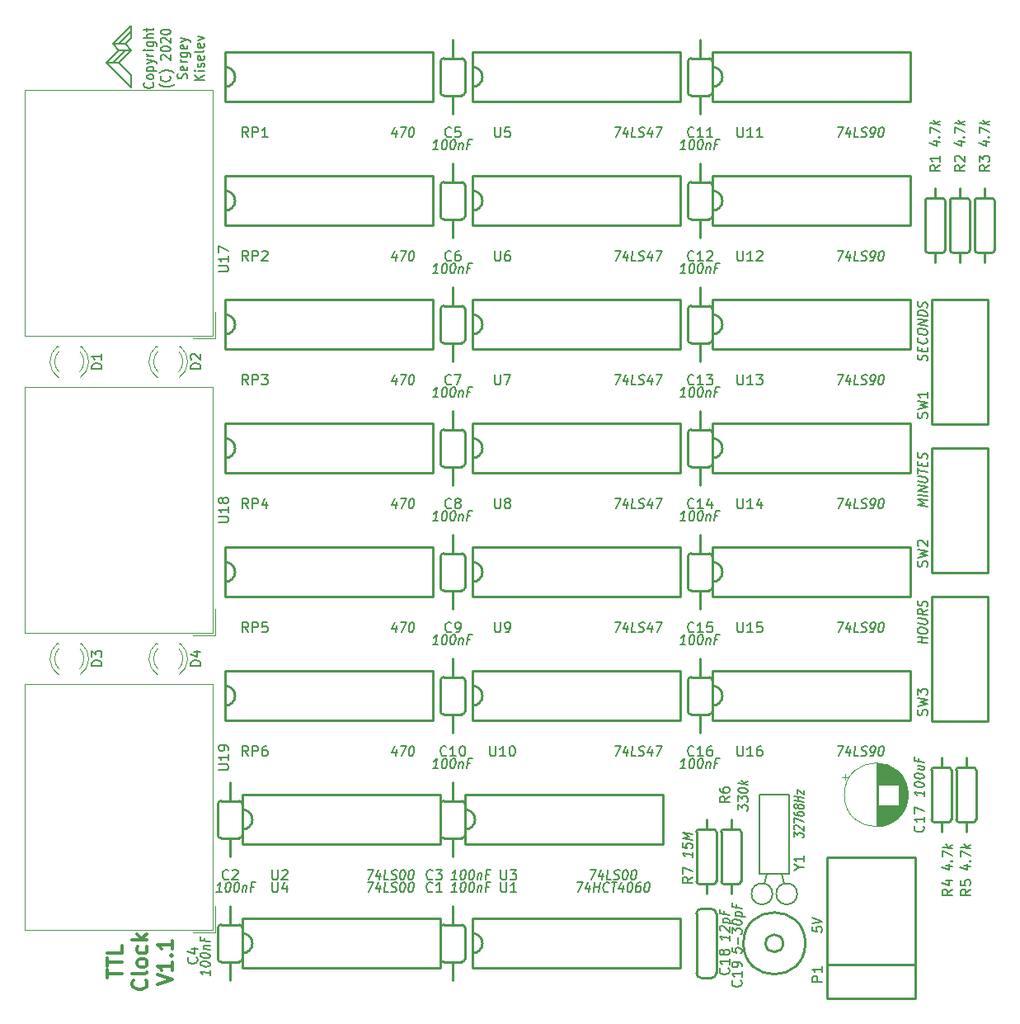
<source format=gto>
G04 #@! TF.GenerationSoftware,KiCad,Pcbnew,(5.1.8)-1*
G04 #@! TF.CreationDate,2020-11-22T12:43:29-08:00*
G04 #@! TF.ProjectId,ttl_clock,74746c5f-636c-46f6-936b-2e6b69636164,rev?*
G04 #@! TF.SameCoordinates,Original*
G04 #@! TF.FileFunction,Legend,Top*
G04 #@! TF.FilePolarity,Positive*
%FSLAX46Y46*%
G04 Gerber Fmt 4.6, Leading zero omitted, Abs format (unit mm)*
G04 Created by KiCad (PCBNEW (5.1.8)-1) date 2020-11-22 12:43:29*
%MOMM*%
%LPD*%
G01*
G04 APERTURE LIST*
%ADD10C,0.203200*%
%ADD11C,0.304800*%
%ADD12C,0.200000*%
%ADD13C,0.254000*%
%ADD14C,0.120000*%
%ADD15C,0.152400*%
%ADD16C,0.150000*%
G04 APERTURE END LIST*
D10*
X89847057Y-83126942D02*
X89895438Y-83170485D01*
X89943819Y-83301114D01*
X89943819Y-83388200D01*
X89895438Y-83518828D01*
X89798676Y-83605914D01*
X89701914Y-83649457D01*
X89508390Y-83693000D01*
X89363247Y-83693000D01*
X89169723Y-83649457D01*
X89072961Y-83605914D01*
X88976200Y-83518828D01*
X88927819Y-83388200D01*
X88927819Y-83301114D01*
X88976200Y-83170485D01*
X89024580Y-83126942D01*
X89943819Y-82604428D02*
X89895438Y-82691514D01*
X89847057Y-82735057D01*
X89750295Y-82778600D01*
X89460009Y-82778600D01*
X89363247Y-82735057D01*
X89314866Y-82691514D01*
X89266485Y-82604428D01*
X89266485Y-82473800D01*
X89314866Y-82386714D01*
X89363247Y-82343171D01*
X89460009Y-82299628D01*
X89750295Y-82299628D01*
X89847057Y-82343171D01*
X89895438Y-82386714D01*
X89943819Y-82473800D01*
X89943819Y-82604428D01*
X89266485Y-81907742D02*
X90282485Y-81907742D01*
X89314866Y-81907742D02*
X89266485Y-81820657D01*
X89266485Y-81646485D01*
X89314866Y-81559400D01*
X89363247Y-81515857D01*
X89460009Y-81472314D01*
X89750295Y-81472314D01*
X89847057Y-81515857D01*
X89895438Y-81559400D01*
X89943819Y-81646485D01*
X89943819Y-81820657D01*
X89895438Y-81907742D01*
X89266485Y-81167514D02*
X89943819Y-80949800D01*
X89266485Y-80732085D02*
X89943819Y-80949800D01*
X90185723Y-81036885D01*
X90234104Y-81080428D01*
X90282485Y-81167514D01*
X89943819Y-80383742D02*
X89266485Y-80383742D01*
X89460009Y-80383742D02*
X89363247Y-80340200D01*
X89314866Y-80296657D01*
X89266485Y-80209571D01*
X89266485Y-80122485D01*
X89943819Y-79817685D02*
X89266485Y-79817685D01*
X88927819Y-79817685D02*
X88976200Y-79861228D01*
X89024580Y-79817685D01*
X88976200Y-79774142D01*
X88927819Y-79817685D01*
X89024580Y-79817685D01*
X89266485Y-78990371D02*
X90088961Y-78990371D01*
X90185723Y-79033914D01*
X90234104Y-79077457D01*
X90282485Y-79164542D01*
X90282485Y-79295171D01*
X90234104Y-79382257D01*
X89895438Y-78990371D02*
X89943819Y-79077457D01*
X89943819Y-79251628D01*
X89895438Y-79338714D01*
X89847057Y-79382257D01*
X89750295Y-79425800D01*
X89460009Y-79425800D01*
X89363247Y-79382257D01*
X89314866Y-79338714D01*
X89266485Y-79251628D01*
X89266485Y-79077457D01*
X89314866Y-78990371D01*
X89943819Y-78554942D02*
X88927819Y-78554942D01*
X89943819Y-78163057D02*
X89411628Y-78163057D01*
X89314866Y-78206600D01*
X89266485Y-78293685D01*
X89266485Y-78424314D01*
X89314866Y-78511400D01*
X89363247Y-78554942D01*
X89266485Y-77858257D02*
X89266485Y-77509914D01*
X88927819Y-77727628D02*
X89798676Y-77727628D01*
X89895438Y-77684085D01*
X89943819Y-77597000D01*
X89943819Y-77509914D01*
X92058066Y-83322885D02*
X92009685Y-83366428D01*
X91864542Y-83453514D01*
X91767780Y-83497057D01*
X91622638Y-83540600D01*
X91380733Y-83584142D01*
X91187209Y-83584142D01*
X90945304Y-83540600D01*
X90800161Y-83497057D01*
X90703400Y-83453514D01*
X90558257Y-83366428D01*
X90509876Y-83322885D01*
X91574257Y-82452028D02*
X91622638Y-82495571D01*
X91671019Y-82626200D01*
X91671019Y-82713285D01*
X91622638Y-82843914D01*
X91525876Y-82931000D01*
X91429114Y-82974542D01*
X91235590Y-83018085D01*
X91090447Y-83018085D01*
X90896923Y-82974542D01*
X90800161Y-82931000D01*
X90703400Y-82843914D01*
X90655019Y-82713285D01*
X90655019Y-82626200D01*
X90703400Y-82495571D01*
X90751780Y-82452028D01*
X92058066Y-82147228D02*
X92009685Y-82103685D01*
X91864542Y-82016600D01*
X91767780Y-81973057D01*
X91622638Y-81929514D01*
X91380733Y-81885971D01*
X91187209Y-81885971D01*
X90945304Y-81929514D01*
X90800161Y-81973057D01*
X90703400Y-82016600D01*
X90558257Y-82103685D01*
X90509876Y-82147228D01*
X90751780Y-80797400D02*
X90703400Y-80753857D01*
X90655019Y-80666771D01*
X90655019Y-80449057D01*
X90703400Y-80361971D01*
X90751780Y-80318428D01*
X90848542Y-80274885D01*
X90945304Y-80274885D01*
X91090447Y-80318428D01*
X91671019Y-80840942D01*
X91671019Y-80274885D01*
X90655019Y-79708828D02*
X90655019Y-79621742D01*
X90703400Y-79534657D01*
X90751780Y-79491114D01*
X90848542Y-79447571D01*
X91042066Y-79404028D01*
X91283971Y-79404028D01*
X91477495Y-79447571D01*
X91574257Y-79491114D01*
X91622638Y-79534657D01*
X91671019Y-79621742D01*
X91671019Y-79708828D01*
X91622638Y-79795914D01*
X91574257Y-79839457D01*
X91477495Y-79883000D01*
X91283971Y-79926542D01*
X91042066Y-79926542D01*
X90848542Y-79883000D01*
X90751780Y-79839457D01*
X90703400Y-79795914D01*
X90655019Y-79708828D01*
X90751780Y-79055685D02*
X90703400Y-79012142D01*
X90655019Y-78925057D01*
X90655019Y-78707342D01*
X90703400Y-78620257D01*
X90751780Y-78576714D01*
X90848542Y-78533171D01*
X90945304Y-78533171D01*
X91090447Y-78576714D01*
X91671019Y-79099228D01*
X91671019Y-78533171D01*
X90655019Y-77967114D02*
X90655019Y-77880028D01*
X90703400Y-77792942D01*
X90751780Y-77749400D01*
X90848542Y-77705857D01*
X91042066Y-77662314D01*
X91283971Y-77662314D01*
X91477495Y-77705857D01*
X91574257Y-77749400D01*
X91622638Y-77792942D01*
X91671019Y-77880028D01*
X91671019Y-77967114D01*
X91622638Y-78054200D01*
X91574257Y-78097742D01*
X91477495Y-78141285D01*
X91283971Y-78184828D01*
X91042066Y-78184828D01*
X90848542Y-78141285D01*
X90751780Y-78097742D01*
X90703400Y-78054200D01*
X90655019Y-77967114D01*
X93349838Y-82735057D02*
X93398219Y-82604428D01*
X93398219Y-82386714D01*
X93349838Y-82299628D01*
X93301457Y-82256085D01*
X93204695Y-82212542D01*
X93107933Y-82212542D01*
X93011171Y-82256085D01*
X92962790Y-82299628D01*
X92914409Y-82386714D01*
X92866028Y-82560885D01*
X92817647Y-82647971D01*
X92769266Y-82691514D01*
X92672504Y-82735057D01*
X92575742Y-82735057D01*
X92478980Y-82691514D01*
X92430600Y-82647971D01*
X92382219Y-82560885D01*
X92382219Y-82343171D01*
X92430600Y-82212542D01*
X93349838Y-81472314D02*
X93398219Y-81559400D01*
X93398219Y-81733571D01*
X93349838Y-81820657D01*
X93253076Y-81864200D01*
X92866028Y-81864200D01*
X92769266Y-81820657D01*
X92720885Y-81733571D01*
X92720885Y-81559400D01*
X92769266Y-81472314D01*
X92866028Y-81428771D01*
X92962790Y-81428771D01*
X93059552Y-81864200D01*
X93398219Y-81036885D02*
X92720885Y-81036885D01*
X92914409Y-81036885D02*
X92817647Y-80993342D01*
X92769266Y-80949800D01*
X92720885Y-80862714D01*
X92720885Y-80775628D01*
X92720885Y-80078942D02*
X93543361Y-80078942D01*
X93640123Y-80122485D01*
X93688504Y-80166028D01*
X93736885Y-80253114D01*
X93736885Y-80383742D01*
X93688504Y-80470828D01*
X93349838Y-80078942D02*
X93398219Y-80166028D01*
X93398219Y-80340200D01*
X93349838Y-80427285D01*
X93301457Y-80470828D01*
X93204695Y-80514371D01*
X92914409Y-80514371D01*
X92817647Y-80470828D01*
X92769266Y-80427285D01*
X92720885Y-80340200D01*
X92720885Y-80166028D01*
X92769266Y-80078942D01*
X93349838Y-79295171D02*
X93398219Y-79382257D01*
X93398219Y-79556428D01*
X93349838Y-79643514D01*
X93253076Y-79687057D01*
X92866028Y-79687057D01*
X92769266Y-79643514D01*
X92720885Y-79556428D01*
X92720885Y-79382257D01*
X92769266Y-79295171D01*
X92866028Y-79251628D01*
X92962790Y-79251628D01*
X93059552Y-79687057D01*
X92720885Y-78946828D02*
X93398219Y-78729114D01*
X92720885Y-78511400D02*
X93398219Y-78729114D01*
X93640123Y-78816200D01*
X93688504Y-78859742D01*
X93736885Y-78946828D01*
X95125419Y-82843914D02*
X94109419Y-82843914D01*
X95125419Y-82321400D02*
X94544847Y-82713285D01*
X94109419Y-82321400D02*
X94689990Y-82843914D01*
X95125419Y-81929514D02*
X94448085Y-81929514D01*
X94109419Y-81929514D02*
X94157800Y-81973057D01*
X94206180Y-81929514D01*
X94157800Y-81885971D01*
X94109419Y-81929514D01*
X94206180Y-81929514D01*
X95077038Y-81537628D02*
X95125419Y-81450542D01*
X95125419Y-81276371D01*
X95077038Y-81189285D01*
X94980276Y-81145742D01*
X94931895Y-81145742D01*
X94835133Y-81189285D01*
X94786752Y-81276371D01*
X94786752Y-81407000D01*
X94738371Y-81494085D01*
X94641609Y-81537628D01*
X94593228Y-81537628D01*
X94496466Y-81494085D01*
X94448085Y-81407000D01*
X94448085Y-81276371D01*
X94496466Y-81189285D01*
X95077038Y-80405514D02*
X95125419Y-80492600D01*
X95125419Y-80666771D01*
X95077038Y-80753857D01*
X94980276Y-80797400D01*
X94593228Y-80797400D01*
X94496466Y-80753857D01*
X94448085Y-80666771D01*
X94448085Y-80492600D01*
X94496466Y-80405514D01*
X94593228Y-80361971D01*
X94689990Y-80361971D01*
X94786752Y-80797400D01*
X95125419Y-79839457D02*
X95077038Y-79926542D01*
X94980276Y-79970085D01*
X94109419Y-79970085D01*
X95077038Y-79142771D02*
X95125419Y-79229857D01*
X95125419Y-79404028D01*
X95077038Y-79491114D01*
X94980276Y-79534657D01*
X94593228Y-79534657D01*
X94496466Y-79491114D01*
X94448085Y-79404028D01*
X94448085Y-79229857D01*
X94496466Y-79142771D01*
X94593228Y-79099228D01*
X94689990Y-79099228D01*
X94786752Y-79534657D01*
X94448085Y-78794428D02*
X95125419Y-78576714D01*
X94448085Y-78359000D01*
D11*
X85157128Y-174987857D02*
X85157128Y-174117000D01*
X86681128Y-174552428D02*
X85157128Y-174552428D01*
X85157128Y-173826714D02*
X85157128Y-172955857D01*
X86681128Y-173391285D02*
X85157128Y-173391285D01*
X86681128Y-171722142D02*
X86681128Y-172447857D01*
X85157128Y-172447857D01*
X89126785Y-175241857D02*
X89199357Y-175314428D01*
X89271928Y-175532142D01*
X89271928Y-175677285D01*
X89199357Y-175895000D01*
X89054214Y-176040142D01*
X88909071Y-176112714D01*
X88618785Y-176185285D01*
X88401071Y-176185285D01*
X88110785Y-176112714D01*
X87965642Y-176040142D01*
X87820500Y-175895000D01*
X87747928Y-175677285D01*
X87747928Y-175532142D01*
X87820500Y-175314428D01*
X87893071Y-175241857D01*
X89271928Y-174371000D02*
X89199357Y-174516142D01*
X89054214Y-174588714D01*
X87747928Y-174588714D01*
X89271928Y-173572714D02*
X89199357Y-173717857D01*
X89126785Y-173790428D01*
X88981642Y-173863000D01*
X88546214Y-173863000D01*
X88401071Y-173790428D01*
X88328500Y-173717857D01*
X88255928Y-173572714D01*
X88255928Y-173355000D01*
X88328500Y-173209857D01*
X88401071Y-173137285D01*
X88546214Y-173064714D01*
X88981642Y-173064714D01*
X89126785Y-173137285D01*
X89199357Y-173209857D01*
X89271928Y-173355000D01*
X89271928Y-173572714D01*
X89199357Y-171758428D02*
X89271928Y-171903571D01*
X89271928Y-172193857D01*
X89199357Y-172339000D01*
X89126785Y-172411571D01*
X88981642Y-172484142D01*
X88546214Y-172484142D01*
X88401071Y-172411571D01*
X88328500Y-172339000D01*
X88255928Y-172193857D01*
X88255928Y-171903571D01*
X88328500Y-171758428D01*
X89271928Y-171105285D02*
X87747928Y-171105285D01*
X88691357Y-170960142D02*
X89271928Y-170524714D01*
X88255928Y-170524714D02*
X88836500Y-171105285D01*
X90338728Y-175677285D02*
X91862728Y-175169285D01*
X90338728Y-174661285D01*
X91862728Y-173355000D02*
X91862728Y-174225857D01*
X91862728Y-173790428D02*
X90338728Y-173790428D01*
X90556442Y-173935571D01*
X90701585Y-174080714D01*
X90774157Y-174225857D01*
X91717585Y-172701857D02*
X91790157Y-172629285D01*
X91862728Y-172701857D01*
X91790157Y-172774428D01*
X91717585Y-172701857D01*
X91862728Y-172701857D01*
X91862728Y-171177857D02*
X91862728Y-172048714D01*
X91862728Y-171613285D02*
X90338728Y-171613285D01*
X90556442Y-171758428D01*
X90701585Y-171903571D01*
X90774157Y-172048714D01*
D12*
X86360000Y-79184500D02*
X87630000Y-77914500D01*
X85725000Y-81089500D02*
X86995000Y-79819500D01*
X86360000Y-79819500D02*
X87630000Y-79819500D01*
X85725000Y-79184500D02*
X86995000Y-79184500D01*
X85090000Y-81089500D02*
X86360000Y-81089500D01*
X87630000Y-82359500D02*
X87630000Y-83629500D01*
X86360000Y-81089500D02*
X87630000Y-82359500D01*
X87630000Y-79819500D02*
X86360000Y-81089500D01*
X86995000Y-79184500D02*
X87630000Y-79819500D01*
X87630000Y-78549500D02*
X86995000Y-79184500D01*
X87630000Y-77279500D02*
X87630000Y-78549500D01*
X85725000Y-79184500D02*
X87630000Y-77279500D01*
X86360000Y-79819500D02*
X85725000Y-79184500D01*
X85090000Y-81089500D02*
X86360000Y-79819500D01*
X87630000Y-83629500D02*
X85090000Y-81089500D01*
D13*
X97790000Y-167650000D02*
X97790000Y-169550000D01*
X97790000Y-173350000D02*
X97790000Y-175250000D01*
X98740000Y-169550000D02*
X96840000Y-169550000D01*
X96540000Y-169850000D02*
X96540000Y-173050000D01*
X96840000Y-173350000D02*
X98740000Y-173350000D01*
X99040000Y-173050000D02*
X99040000Y-169850000D01*
X96540000Y-173050000D02*
G75*
G03*
X96840000Y-173350000I300000J0D01*
G01*
X98740000Y-173350000D02*
G75*
G03*
X99040000Y-173050000I0J300000D01*
G01*
X96840000Y-169550000D02*
G75*
G03*
X96540000Y-169850000I0J-300000D01*
G01*
X99040000Y-169850000D02*
G75*
G03*
X98740000Y-169550000I-300000J0D01*
G01*
D14*
X96005000Y-144850000D02*
X96005000Y-170100000D01*
X76715000Y-144850000D02*
X96005000Y-144850000D01*
X76715000Y-170100000D02*
X76715000Y-144850000D01*
X96005000Y-170100000D02*
X76715000Y-170100000D01*
X96260000Y-170350000D02*
X96260000Y-167640000D01*
X96260000Y-170350000D02*
X93980000Y-170350000D01*
D13*
X97282000Y-135890000D02*
X97282000Y-130810000D01*
X118618000Y-135890000D02*
X97282000Y-135890000D01*
X118618000Y-130810000D02*
X118618000Y-135890000D01*
X97282000Y-130810000D02*
X118618000Y-130810000D01*
X97282000Y-134366000D02*
G75*
G03*
X98298000Y-133350000I0J1016000D01*
G01*
X98298000Y-133350000D02*
G75*
G03*
X97282000Y-132334000I-1016000J0D01*
G01*
X97282000Y-118110000D02*
X118618000Y-118110000D01*
X118618000Y-118110000D02*
X118618000Y-123190000D01*
X118618000Y-123190000D02*
X97282000Y-123190000D01*
X97282000Y-123190000D02*
X97282000Y-118110000D01*
X98298000Y-120650000D02*
G75*
G03*
X97282000Y-119634000I-1016000J0D01*
G01*
X97282000Y-121666000D02*
G75*
G03*
X98298000Y-120650000I0J1016000D01*
G01*
X97282000Y-110490000D02*
X97282000Y-105410000D01*
X118618000Y-110490000D02*
X97282000Y-110490000D01*
X118618000Y-105410000D02*
X118618000Y-110490000D01*
X97282000Y-105410000D02*
X118618000Y-105410000D01*
X97282000Y-108966000D02*
G75*
G03*
X98298000Y-107950000I0J1016000D01*
G01*
X98298000Y-107950000D02*
G75*
G03*
X97282000Y-106934000I-1016000J0D01*
G01*
D14*
X96005000Y-83890000D02*
X96005000Y-109140000D01*
X76715000Y-83890000D02*
X96005000Y-83890000D01*
X76715000Y-109140000D02*
X76715000Y-83890000D01*
X96005000Y-109140000D02*
X76715000Y-109140000D01*
X96260000Y-109390000D02*
X96260000Y-106680000D01*
X96260000Y-109390000D02*
X93980000Y-109390000D01*
D13*
X97282000Y-97790000D02*
X97282000Y-92710000D01*
X118618000Y-97790000D02*
X97282000Y-97790000D01*
X118618000Y-92710000D02*
X118618000Y-97790000D01*
X97282000Y-92710000D02*
X118618000Y-92710000D01*
X97282000Y-96266000D02*
G75*
G03*
X98298000Y-95250000I0J1016000D01*
G01*
X98298000Y-95250000D02*
G75*
G03*
X97282000Y-94234000I-1016000J0D01*
G01*
X121900000Y-84150000D02*
X121900000Y-80950000D01*
X119700000Y-84450000D02*
X121600000Y-84450000D01*
X119400000Y-80950000D02*
X119400000Y-84150000D01*
X121600000Y-80650000D02*
X119700000Y-80650000D01*
X120650000Y-84450000D02*
X120650000Y-86350000D01*
X120650000Y-78750000D02*
X120650000Y-80650000D01*
X121900000Y-80950000D02*
G75*
G03*
X121600000Y-80650000I-300000J0D01*
G01*
X119700000Y-80650000D02*
G75*
G03*
X119400000Y-80950000I0J-300000D01*
G01*
X121600000Y-84450000D02*
G75*
G03*
X121900000Y-84150000I0J300000D01*
G01*
X119400000Y-84150000D02*
G75*
G03*
X119700000Y-84450000I300000J0D01*
G01*
X97282000Y-80010000D02*
X118618000Y-80010000D01*
X118618000Y-80010000D02*
X118618000Y-85090000D01*
X118618000Y-85090000D02*
X97282000Y-85090000D01*
X97282000Y-85090000D02*
X97282000Y-80010000D01*
X98298000Y-82550000D02*
G75*
G03*
X97282000Y-81534000I-1016000J0D01*
G01*
X97282000Y-83566000D02*
G75*
G03*
X98298000Y-82550000I0J1016000D01*
G01*
X121900000Y-173050000D02*
X121900000Y-169850000D01*
X119700000Y-173350000D02*
X121600000Y-173350000D01*
X119400000Y-169850000D02*
X119400000Y-173050000D01*
X121600000Y-169550000D02*
X119700000Y-169550000D01*
X120650000Y-173350000D02*
X120650000Y-175250000D01*
X120650000Y-167650000D02*
X120650000Y-169550000D01*
X121900000Y-169850000D02*
G75*
G03*
X121600000Y-169550000I-300000J0D01*
G01*
X119700000Y-169550000D02*
G75*
G03*
X119400000Y-169850000I0J-300000D01*
G01*
X121600000Y-173350000D02*
G75*
G03*
X121900000Y-173050000I0J300000D01*
G01*
X119400000Y-173050000D02*
G75*
G03*
X119700000Y-173350000I300000J0D01*
G01*
X97790000Y-154950000D02*
X97790000Y-156850000D01*
X97790000Y-160650000D02*
X97790000Y-162550000D01*
X98740000Y-156850000D02*
X96840000Y-156850000D01*
X96540000Y-157150000D02*
X96540000Y-160350000D01*
X96840000Y-160650000D02*
X98740000Y-160650000D01*
X99040000Y-160350000D02*
X99040000Y-157150000D01*
X96540000Y-160350000D02*
G75*
G03*
X96840000Y-160650000I300000J0D01*
G01*
X98740000Y-160650000D02*
G75*
G03*
X99040000Y-160350000I0J300000D01*
G01*
X96840000Y-156850000D02*
G75*
G03*
X96540000Y-157150000I0J-300000D01*
G01*
X99040000Y-157150000D02*
G75*
G03*
X98740000Y-156850000I-300000J0D01*
G01*
X121900000Y-160350000D02*
X121900000Y-157150000D01*
X119700000Y-160650000D02*
X121600000Y-160650000D01*
X119400000Y-157150000D02*
X119400000Y-160350000D01*
X121600000Y-156850000D02*
X119700000Y-156850000D01*
X120650000Y-160650000D02*
X120650000Y-162550000D01*
X120650000Y-154950000D02*
X120650000Y-156850000D01*
X121900000Y-157150000D02*
G75*
G03*
X121600000Y-156850000I-300000J0D01*
G01*
X119700000Y-156850000D02*
G75*
G03*
X119400000Y-157150000I0J-300000D01*
G01*
X121600000Y-160650000D02*
G75*
G03*
X121900000Y-160350000I0J300000D01*
G01*
X119400000Y-160350000D02*
G75*
G03*
X119700000Y-160650000I300000J0D01*
G01*
X120650000Y-91450000D02*
X120650000Y-93350000D01*
X120650000Y-97150000D02*
X120650000Y-99050000D01*
X121600000Y-93350000D02*
X119700000Y-93350000D01*
X119400000Y-93650000D02*
X119400000Y-96850000D01*
X119700000Y-97150000D02*
X121600000Y-97150000D01*
X121900000Y-96850000D02*
X121900000Y-93650000D01*
X119400000Y-96850000D02*
G75*
G03*
X119700000Y-97150000I300000J0D01*
G01*
X121600000Y-97150000D02*
G75*
G03*
X121900000Y-96850000I0J300000D01*
G01*
X119700000Y-93350000D02*
G75*
G03*
X119400000Y-93650000I0J-300000D01*
G01*
X121900000Y-93650000D02*
G75*
G03*
X121600000Y-93350000I-300000J0D01*
G01*
X121900000Y-109550000D02*
X121900000Y-106350000D01*
X119700000Y-109850000D02*
X121600000Y-109850000D01*
X119400000Y-106350000D02*
X119400000Y-109550000D01*
X121600000Y-106050000D02*
X119700000Y-106050000D01*
X120650000Y-109850000D02*
X120650000Y-111750000D01*
X120650000Y-104150000D02*
X120650000Y-106050000D01*
X121900000Y-106350000D02*
G75*
G03*
X121600000Y-106050000I-300000J0D01*
G01*
X119700000Y-106050000D02*
G75*
G03*
X119400000Y-106350000I0J-300000D01*
G01*
X121600000Y-109850000D02*
G75*
G03*
X121900000Y-109550000I0J300000D01*
G01*
X119400000Y-109550000D02*
G75*
G03*
X119700000Y-109850000I300000J0D01*
G01*
X120650000Y-116850000D02*
X120650000Y-118750000D01*
X120650000Y-122550000D02*
X120650000Y-124450000D01*
X121600000Y-118750000D02*
X119700000Y-118750000D01*
X119400000Y-119050000D02*
X119400000Y-122250000D01*
X119700000Y-122550000D02*
X121600000Y-122550000D01*
X121900000Y-122250000D02*
X121900000Y-119050000D01*
X119400000Y-122250000D02*
G75*
G03*
X119700000Y-122550000I300000J0D01*
G01*
X121600000Y-122550000D02*
G75*
G03*
X121900000Y-122250000I0J300000D01*
G01*
X119700000Y-118750000D02*
G75*
G03*
X119400000Y-119050000I0J-300000D01*
G01*
X121900000Y-119050000D02*
G75*
G03*
X121600000Y-118750000I-300000J0D01*
G01*
X121900000Y-134950000D02*
X121900000Y-131750000D01*
X119700000Y-135250000D02*
X121600000Y-135250000D01*
X119400000Y-131750000D02*
X119400000Y-134950000D01*
X121600000Y-131450000D02*
X119700000Y-131450000D01*
X120650000Y-135250000D02*
X120650000Y-137150000D01*
X120650000Y-129550000D02*
X120650000Y-131450000D01*
X121900000Y-131750000D02*
G75*
G03*
X121600000Y-131450000I-300000J0D01*
G01*
X119700000Y-131450000D02*
G75*
G03*
X119400000Y-131750000I0J-300000D01*
G01*
X121600000Y-135250000D02*
G75*
G03*
X121900000Y-134950000I0J300000D01*
G01*
X119400000Y-134950000D02*
G75*
G03*
X119700000Y-135250000I300000J0D01*
G01*
X120650000Y-142250000D02*
X120650000Y-144150000D01*
X120650000Y-147950000D02*
X120650000Y-149850000D01*
X121600000Y-144150000D02*
X119700000Y-144150000D01*
X119400000Y-144450000D02*
X119400000Y-147650000D01*
X119700000Y-147950000D02*
X121600000Y-147950000D01*
X121900000Y-147650000D02*
X121900000Y-144450000D01*
X119400000Y-147650000D02*
G75*
G03*
X119700000Y-147950000I300000J0D01*
G01*
X121600000Y-147950000D02*
G75*
G03*
X121900000Y-147650000I0J300000D01*
G01*
X119700000Y-144150000D02*
G75*
G03*
X119400000Y-144450000I0J-300000D01*
G01*
X121900000Y-144450000D02*
G75*
G03*
X121600000Y-144150000I-300000J0D01*
G01*
X144800000Y-80950000D02*
X144800000Y-84150000D01*
X147000000Y-80650000D02*
X145100000Y-80650000D01*
X147300000Y-84150000D02*
X147300000Y-80950000D01*
X145100000Y-84450000D02*
X147000000Y-84450000D01*
X146050000Y-80650000D02*
X146050000Y-78750000D01*
X146050000Y-86350000D02*
X146050000Y-84450000D01*
X144800000Y-84150000D02*
G75*
G03*
X145100000Y-84450000I300000J0D01*
G01*
X147000000Y-84450000D02*
G75*
G03*
X147300000Y-84150000I0J300000D01*
G01*
X145100000Y-80650000D02*
G75*
G03*
X144800000Y-80950000I0J-300000D01*
G01*
X147300000Y-80950000D02*
G75*
G03*
X147000000Y-80650000I-300000J0D01*
G01*
X146050000Y-99050000D02*
X146050000Y-97150000D01*
X146050000Y-93350000D02*
X146050000Y-91450000D01*
X145100000Y-97150000D02*
X147000000Y-97150000D01*
X147300000Y-96850000D02*
X147300000Y-93650000D01*
X147000000Y-93350000D02*
X145100000Y-93350000D01*
X144800000Y-93650000D02*
X144800000Y-96850000D01*
X147300000Y-93650000D02*
G75*
G03*
X147000000Y-93350000I-300000J0D01*
G01*
X145100000Y-93350000D02*
G75*
G03*
X144800000Y-93650000I0J-300000D01*
G01*
X147000000Y-97150000D02*
G75*
G03*
X147300000Y-96850000I0J300000D01*
G01*
X144800000Y-96850000D02*
G75*
G03*
X145100000Y-97150000I300000J0D01*
G01*
X144800000Y-106350000D02*
X144800000Y-109550000D01*
X147000000Y-106050000D02*
X145100000Y-106050000D01*
X147300000Y-109550000D02*
X147300000Y-106350000D01*
X145100000Y-109850000D02*
X147000000Y-109850000D01*
X146050000Y-106050000D02*
X146050000Y-104150000D01*
X146050000Y-111750000D02*
X146050000Y-109850000D01*
X144800000Y-109550000D02*
G75*
G03*
X145100000Y-109850000I300000J0D01*
G01*
X147000000Y-109850000D02*
G75*
G03*
X147300000Y-109550000I0J300000D01*
G01*
X145100000Y-106050000D02*
G75*
G03*
X144800000Y-106350000I0J-300000D01*
G01*
X147300000Y-106350000D02*
G75*
G03*
X147000000Y-106050000I-300000J0D01*
G01*
X146050000Y-124450000D02*
X146050000Y-122550000D01*
X146050000Y-118750000D02*
X146050000Y-116850000D01*
X145100000Y-122550000D02*
X147000000Y-122550000D01*
X147300000Y-122250000D02*
X147300000Y-119050000D01*
X147000000Y-118750000D02*
X145100000Y-118750000D01*
X144800000Y-119050000D02*
X144800000Y-122250000D01*
X147300000Y-119050000D02*
G75*
G03*
X147000000Y-118750000I-300000J0D01*
G01*
X145100000Y-118750000D02*
G75*
G03*
X144800000Y-119050000I0J-300000D01*
G01*
X147000000Y-122550000D02*
G75*
G03*
X147300000Y-122250000I0J300000D01*
G01*
X144800000Y-122250000D02*
G75*
G03*
X145100000Y-122550000I300000J0D01*
G01*
X146050000Y-137150000D02*
X146050000Y-135250000D01*
X146050000Y-131450000D02*
X146050000Y-129550000D01*
X145100000Y-135250000D02*
X147000000Y-135250000D01*
X147300000Y-134950000D02*
X147300000Y-131750000D01*
X147000000Y-131450000D02*
X145100000Y-131450000D01*
X144800000Y-131750000D02*
X144800000Y-134950000D01*
X147300000Y-131750000D02*
G75*
G03*
X147000000Y-131450000I-300000J0D01*
G01*
X145100000Y-131450000D02*
G75*
G03*
X144800000Y-131750000I0J-300000D01*
G01*
X147000000Y-135250000D02*
G75*
G03*
X147300000Y-134950000I0J300000D01*
G01*
X144800000Y-134950000D02*
G75*
G03*
X145100000Y-135250000I300000J0D01*
G01*
X144800000Y-144450000D02*
X144800000Y-147650000D01*
X147000000Y-144150000D02*
X145100000Y-144150000D01*
X147300000Y-147650000D02*
X147300000Y-144450000D01*
X145100000Y-147950000D02*
X147000000Y-147950000D01*
X146050000Y-144150000D02*
X146050000Y-142250000D01*
X146050000Y-149850000D02*
X146050000Y-147950000D01*
X144800000Y-147650000D02*
G75*
G03*
X145100000Y-147950000I300000J0D01*
G01*
X147000000Y-147950000D02*
G75*
G03*
X147300000Y-147650000I0J300000D01*
G01*
X145100000Y-144150000D02*
G75*
G03*
X144800000Y-144450000I0J-300000D01*
G01*
X147300000Y-144450000D02*
G75*
G03*
X147000000Y-144150000I-300000J0D01*
G01*
D14*
X160942259Y-154056000D02*
X160942259Y-154686000D01*
X160627259Y-154371000D02*
X161257259Y-154371000D01*
X167368500Y-155808000D02*
X167368500Y-156612000D01*
X167328500Y-155577000D02*
X167328500Y-156843000D01*
X167288500Y-155408000D02*
X167288500Y-157012000D01*
X167248500Y-155270000D02*
X167248500Y-157150000D01*
X167208500Y-155151000D02*
X167208500Y-157269000D01*
X167168500Y-155045000D02*
X167168500Y-157375000D01*
X167128500Y-154948000D02*
X167128500Y-157472000D01*
X167088500Y-154860000D02*
X167088500Y-157560000D01*
X167048500Y-154778000D02*
X167048500Y-157642000D01*
X167008500Y-154701000D02*
X167008500Y-157719000D01*
X166968500Y-154629000D02*
X166968500Y-157791000D01*
X166928500Y-154560000D02*
X166928500Y-157860000D01*
X166888500Y-154496000D02*
X166888500Y-157924000D01*
X166848500Y-154434000D02*
X166848500Y-157986000D01*
X166808500Y-154376000D02*
X166808500Y-158044000D01*
X166768500Y-154320000D02*
X166768500Y-158100000D01*
X166728500Y-154266000D02*
X166728500Y-158154000D01*
X166688500Y-154215000D02*
X166688500Y-158205000D01*
X166648500Y-154166000D02*
X166648500Y-158254000D01*
X166608500Y-154118000D02*
X166608500Y-158302000D01*
X166568500Y-154073000D02*
X166568500Y-158347000D01*
X166528500Y-154028000D02*
X166528500Y-158392000D01*
X166488500Y-153986000D02*
X166488500Y-158434000D01*
X166448500Y-153945000D02*
X166448500Y-158475000D01*
X166408500Y-157250000D02*
X166408500Y-158515000D01*
X166408500Y-153905000D02*
X166408500Y-155170000D01*
X166368500Y-157250000D02*
X166368500Y-158553000D01*
X166368500Y-153867000D02*
X166368500Y-155170000D01*
X166328500Y-157250000D02*
X166328500Y-158590000D01*
X166328500Y-153830000D02*
X166328500Y-155170000D01*
X166288500Y-157250000D02*
X166288500Y-158626000D01*
X166288500Y-153794000D02*
X166288500Y-155170000D01*
X166248500Y-157250000D02*
X166248500Y-158660000D01*
X166248500Y-153760000D02*
X166248500Y-155170000D01*
X166208500Y-157250000D02*
X166208500Y-158694000D01*
X166208500Y-153726000D02*
X166208500Y-155170000D01*
X166168500Y-157250000D02*
X166168500Y-158726000D01*
X166168500Y-153694000D02*
X166168500Y-155170000D01*
X166128500Y-157250000D02*
X166128500Y-158758000D01*
X166128500Y-153662000D02*
X166128500Y-155170000D01*
X166088500Y-157250000D02*
X166088500Y-158788000D01*
X166088500Y-153632000D02*
X166088500Y-155170000D01*
X166048500Y-157250000D02*
X166048500Y-158817000D01*
X166048500Y-153603000D02*
X166048500Y-155170000D01*
X166008500Y-157250000D02*
X166008500Y-158846000D01*
X166008500Y-153574000D02*
X166008500Y-155170000D01*
X165968500Y-157250000D02*
X165968500Y-158874000D01*
X165968500Y-153546000D02*
X165968500Y-155170000D01*
X165928500Y-157250000D02*
X165928500Y-158900000D01*
X165928500Y-153520000D02*
X165928500Y-155170000D01*
X165888500Y-157250000D02*
X165888500Y-158926000D01*
X165888500Y-153494000D02*
X165888500Y-155170000D01*
X165848500Y-157250000D02*
X165848500Y-158952000D01*
X165848500Y-153468000D02*
X165848500Y-155170000D01*
X165808500Y-157250000D02*
X165808500Y-158976000D01*
X165808500Y-153444000D02*
X165808500Y-155170000D01*
X165768500Y-157250000D02*
X165768500Y-159000000D01*
X165768500Y-153420000D02*
X165768500Y-155170000D01*
X165728500Y-157250000D02*
X165728500Y-159022000D01*
X165728500Y-153398000D02*
X165728500Y-155170000D01*
X165688500Y-157250000D02*
X165688500Y-159044000D01*
X165688500Y-153376000D02*
X165688500Y-155170000D01*
X165648500Y-157250000D02*
X165648500Y-159066000D01*
X165648500Y-153354000D02*
X165648500Y-155170000D01*
X165608500Y-157250000D02*
X165608500Y-159086000D01*
X165608500Y-153334000D02*
X165608500Y-155170000D01*
X165568500Y-157250000D02*
X165568500Y-159106000D01*
X165568500Y-153314000D02*
X165568500Y-155170000D01*
X165528500Y-157250000D02*
X165528500Y-159126000D01*
X165528500Y-153294000D02*
X165528500Y-155170000D01*
X165488500Y-157250000D02*
X165488500Y-159144000D01*
X165488500Y-153276000D02*
X165488500Y-155170000D01*
X165448500Y-157250000D02*
X165448500Y-159162000D01*
X165448500Y-153258000D02*
X165448500Y-155170000D01*
X165408500Y-157250000D02*
X165408500Y-159180000D01*
X165408500Y-153240000D02*
X165408500Y-155170000D01*
X165368500Y-157250000D02*
X165368500Y-159196000D01*
X165368500Y-153224000D02*
X165368500Y-155170000D01*
X165328500Y-157250000D02*
X165328500Y-159212000D01*
X165328500Y-153208000D02*
X165328500Y-155170000D01*
X165288500Y-157250000D02*
X165288500Y-159228000D01*
X165288500Y-153192000D02*
X165288500Y-155170000D01*
X165248500Y-157250000D02*
X165248500Y-159243000D01*
X165248500Y-153177000D02*
X165248500Y-155170000D01*
X165208500Y-157250000D02*
X165208500Y-159257000D01*
X165208500Y-153163000D02*
X165208500Y-155170000D01*
X165168500Y-157250000D02*
X165168500Y-159271000D01*
X165168500Y-153149000D02*
X165168500Y-155170000D01*
X165128500Y-157250000D02*
X165128500Y-159284000D01*
X165128500Y-153136000D02*
X165128500Y-155170000D01*
X165088500Y-157250000D02*
X165088500Y-159296000D01*
X165088500Y-153124000D02*
X165088500Y-155170000D01*
X165048500Y-157250000D02*
X165048500Y-159308000D01*
X165048500Y-153112000D02*
X165048500Y-155170000D01*
X165008500Y-157250000D02*
X165008500Y-159320000D01*
X165008500Y-153100000D02*
X165008500Y-155170000D01*
X164968500Y-157250000D02*
X164968500Y-159331000D01*
X164968500Y-153089000D02*
X164968500Y-155170000D01*
X164928500Y-157250000D02*
X164928500Y-159341000D01*
X164928500Y-153079000D02*
X164928500Y-155170000D01*
X164888500Y-157250000D02*
X164888500Y-159351000D01*
X164888500Y-153069000D02*
X164888500Y-155170000D01*
X164848500Y-157250000D02*
X164848500Y-159360000D01*
X164848500Y-153060000D02*
X164848500Y-155170000D01*
X164807500Y-157250000D02*
X164807500Y-159369000D01*
X164807500Y-153051000D02*
X164807500Y-155170000D01*
X164767500Y-157250000D02*
X164767500Y-159377000D01*
X164767500Y-153043000D02*
X164767500Y-155170000D01*
X164727500Y-157250000D02*
X164727500Y-159385000D01*
X164727500Y-153035000D02*
X164727500Y-155170000D01*
X164687500Y-157250000D02*
X164687500Y-159392000D01*
X164687500Y-153028000D02*
X164687500Y-155170000D01*
X164647500Y-157250000D02*
X164647500Y-159399000D01*
X164647500Y-153021000D02*
X164647500Y-155170000D01*
X164607500Y-157250000D02*
X164607500Y-159405000D01*
X164607500Y-153015000D02*
X164607500Y-155170000D01*
X164567500Y-157250000D02*
X164567500Y-159411000D01*
X164567500Y-153009000D02*
X164567500Y-155170000D01*
X164527500Y-157250000D02*
X164527500Y-159416000D01*
X164527500Y-153004000D02*
X164527500Y-155170000D01*
X164487500Y-157250000D02*
X164487500Y-159421000D01*
X164487500Y-152999000D02*
X164487500Y-155170000D01*
X164447500Y-157250000D02*
X164447500Y-159425000D01*
X164447500Y-152995000D02*
X164447500Y-155170000D01*
X164407500Y-157250000D02*
X164407500Y-159428000D01*
X164407500Y-152992000D02*
X164407500Y-155170000D01*
X164367500Y-157250000D02*
X164367500Y-159432000D01*
X164367500Y-152988000D02*
X164367500Y-155170000D01*
X164327500Y-152986000D02*
X164327500Y-159434000D01*
X164287500Y-152983000D02*
X164287500Y-159437000D01*
X164247500Y-152982000D02*
X164247500Y-159438000D01*
X164207500Y-152980000D02*
X164207500Y-159440000D01*
X164167500Y-152980000D02*
X164167500Y-159440000D01*
X164127500Y-152980000D02*
X164127500Y-159440000D01*
X167397500Y-156210000D02*
G75*
G03*
X167397500Y-156210000I-3270000J0D01*
G01*
D13*
X146177000Y-167894000D02*
X147193000Y-167894000D01*
X147701000Y-168402000D02*
X147701000Y-174498000D01*
X145669000Y-168402000D02*
X145669000Y-174498000D01*
X146177000Y-175006000D02*
X147193000Y-175006000D01*
X145669000Y-174498000D02*
G75*
G03*
X146177000Y-175006000I508000J0D01*
G01*
X147193000Y-175006000D02*
G75*
G03*
X147701000Y-174498000I0J508000D01*
G01*
X146177000Y-167894000D02*
G75*
G03*
X145669000Y-168402000I0J-508000D01*
G01*
X147701000Y-168402000D02*
G75*
G03*
X147193000Y-167894000I-508000J0D01*
G01*
X154568026Y-171450000D02*
G75*
G03*
X154568026Y-171450000I-898026J0D01*
G01*
X156845000Y-171450000D02*
G75*
G03*
X156845000Y-171450000I-3175000J0D01*
G01*
D14*
X82516000Y-110200000D02*
X82360000Y-110200000D01*
X80200000Y-110200000D02*
X80044000Y-110200000D01*
X80200163Y-112801130D02*
G75*
G02*
X80200000Y-110719039I1079837J1041130D01*
G01*
X82359837Y-112801130D02*
G75*
G03*
X82360000Y-110719039I-1079837J1041130D01*
G01*
X80201392Y-113432335D02*
G75*
G02*
X80044484Y-110200000I1078608J1672335D01*
G01*
X82358608Y-113432335D02*
G75*
G03*
X82515516Y-110200000I-1078608J1672335D01*
G01*
X90360000Y-110200000D02*
X90204000Y-110200000D01*
X92676000Y-110200000D02*
X92520000Y-110200000D01*
X92518608Y-113432335D02*
G75*
G03*
X92675516Y-110200000I-1078608J1672335D01*
G01*
X90361392Y-113432335D02*
G75*
G02*
X90204484Y-110200000I1078608J1672335D01*
G01*
X92519837Y-112801130D02*
G75*
G03*
X92520000Y-110719039I-1079837J1041130D01*
G01*
X90360163Y-112801130D02*
G75*
G02*
X90360000Y-110719039I1079837J1041130D01*
G01*
X82516000Y-140680000D02*
X82360000Y-140680000D01*
X80200000Y-140680000D02*
X80044000Y-140680000D01*
X80200163Y-143281130D02*
G75*
G02*
X80200000Y-141199039I1079837J1041130D01*
G01*
X82359837Y-143281130D02*
G75*
G03*
X82360000Y-141199039I-1079837J1041130D01*
G01*
X80201392Y-143912335D02*
G75*
G02*
X80044484Y-140680000I1078608J1672335D01*
G01*
X82358608Y-143912335D02*
G75*
G03*
X82515516Y-140680000I-1078608J1672335D01*
G01*
X90360000Y-140680000D02*
X90204000Y-140680000D01*
X92676000Y-140680000D02*
X92520000Y-140680000D01*
X92518608Y-143912335D02*
G75*
G03*
X92675516Y-140680000I-1078608J1672335D01*
G01*
X90361392Y-143912335D02*
G75*
G02*
X90204484Y-140680000I1078608J1672335D01*
G01*
X92519837Y-143281130D02*
G75*
G03*
X92520000Y-141199039I-1079837J1041130D01*
G01*
X90360163Y-143281130D02*
G75*
G02*
X90360000Y-141199039I1079837J1041130D01*
G01*
D13*
X168100880Y-177098740D02*
X159099120Y-177098740D01*
X168100880Y-162600420D02*
X168100880Y-177098740D01*
X159099120Y-162600420D02*
X168100880Y-162600420D01*
X159099120Y-177098740D02*
X159099120Y-162600420D01*
X159099120Y-173601160D02*
X168100880Y-173601160D01*
X171196000Y-95250000D02*
X171196000Y-100330000D01*
X169418000Y-94996000D02*
X170942000Y-94996000D01*
X169164000Y-100330000D02*
X169164000Y-95250000D01*
X170942000Y-100584000D02*
X169418000Y-100584000D01*
X170180000Y-94996000D02*
X170180000Y-93980000D01*
X170180000Y-101600000D02*
X170180000Y-100584000D01*
X169164000Y-100330000D02*
G75*
G03*
X169418000Y-100584000I254000J0D01*
G01*
X170942000Y-100584000D02*
G75*
G03*
X171196000Y-100330000I0J254000D01*
G01*
X169418000Y-94996000D02*
G75*
G03*
X169164000Y-95250000I0J-254000D01*
G01*
X171196000Y-95250000D02*
G75*
G03*
X170942000Y-94996000I-254000J0D01*
G01*
X172720000Y-101600000D02*
X172720000Y-100584000D01*
X172720000Y-94996000D02*
X172720000Y-93980000D01*
X173482000Y-100584000D02*
X171958000Y-100584000D01*
X171704000Y-100330000D02*
X171704000Y-95250000D01*
X171958000Y-94996000D02*
X173482000Y-94996000D01*
X173736000Y-95250000D02*
X173736000Y-100330000D01*
X173736000Y-95250000D02*
G75*
G03*
X173482000Y-94996000I-254000J0D01*
G01*
X171958000Y-94996000D02*
G75*
G03*
X171704000Y-95250000I0J-254000D01*
G01*
X173482000Y-100584000D02*
G75*
G03*
X173736000Y-100330000I0J254000D01*
G01*
X171704000Y-100330000D02*
G75*
G03*
X171958000Y-100584000I254000J0D01*
G01*
X175260000Y-101600000D02*
X175260000Y-100584000D01*
X175260000Y-94996000D02*
X175260000Y-93980000D01*
X176022000Y-100584000D02*
X174498000Y-100584000D01*
X174244000Y-100330000D02*
X174244000Y-95250000D01*
X174498000Y-94996000D02*
X176022000Y-94996000D01*
X176276000Y-95250000D02*
X176276000Y-100330000D01*
X176276000Y-95250000D02*
G75*
G03*
X176022000Y-94996000I-254000J0D01*
G01*
X174498000Y-94996000D02*
G75*
G03*
X174244000Y-95250000I0J-254000D01*
G01*
X176022000Y-100584000D02*
G75*
G03*
X176276000Y-100330000I0J254000D01*
G01*
X174244000Y-100330000D02*
G75*
G03*
X174498000Y-100584000I254000J0D01*
G01*
X169799000Y-158750000D02*
X169799000Y-153670000D01*
X171577000Y-159004000D02*
X170053000Y-159004000D01*
X171831000Y-153670000D02*
X171831000Y-158750000D01*
X170053000Y-153416000D02*
X171577000Y-153416000D01*
X170815000Y-159004000D02*
X170815000Y-160020000D01*
X170815000Y-152400000D02*
X170815000Y-153416000D01*
X171831000Y-153670000D02*
G75*
G03*
X171577000Y-153416000I-254000J0D01*
G01*
X170053000Y-153416000D02*
G75*
G03*
X169799000Y-153670000I0J-254000D01*
G01*
X171577000Y-159004000D02*
G75*
G03*
X171831000Y-158750000I0J254000D01*
G01*
X169799000Y-158750000D02*
G75*
G03*
X170053000Y-159004000I254000J0D01*
G01*
X173355000Y-152400000D02*
X173355000Y-153416000D01*
X173355000Y-159004000D02*
X173355000Y-160020000D01*
X172593000Y-153416000D02*
X174117000Y-153416000D01*
X174371000Y-153670000D02*
X174371000Y-158750000D01*
X174117000Y-159004000D02*
X172593000Y-159004000D01*
X172339000Y-158750000D02*
X172339000Y-153670000D01*
X172339000Y-158750000D02*
G75*
G03*
X172593000Y-159004000I254000J0D01*
G01*
X174117000Y-159004000D02*
G75*
G03*
X174371000Y-158750000I0J254000D01*
G01*
X172593000Y-153416000D02*
G75*
G03*
X172339000Y-153670000I0J-254000D01*
G01*
X174371000Y-153670000D02*
G75*
G03*
X174117000Y-153416000I-254000J0D01*
G01*
X148209000Y-165100000D02*
X148209000Y-160020000D01*
X149987000Y-165354000D02*
X148463000Y-165354000D01*
X150241000Y-160020000D02*
X150241000Y-165100000D01*
X148463000Y-159766000D02*
X149987000Y-159766000D01*
X149225000Y-165354000D02*
X149225000Y-166370000D01*
X149225000Y-158750000D02*
X149225000Y-159766000D01*
X150241000Y-160020000D02*
G75*
G03*
X149987000Y-159766000I-254000J0D01*
G01*
X148463000Y-159766000D02*
G75*
G03*
X148209000Y-160020000I0J-254000D01*
G01*
X149987000Y-165354000D02*
G75*
G03*
X150241000Y-165100000I0J254000D01*
G01*
X148209000Y-165100000D02*
G75*
G03*
X148463000Y-165354000I254000J0D01*
G01*
X146685000Y-166370000D02*
X146685000Y-165354000D01*
X146685000Y-159766000D02*
X146685000Y-158750000D01*
X147447000Y-165354000D02*
X145923000Y-165354000D01*
X145669000Y-165100000D02*
X145669000Y-160020000D01*
X145923000Y-159766000D02*
X147447000Y-159766000D01*
X147701000Y-160020000D02*
X147701000Y-165100000D01*
X147701000Y-160020000D02*
G75*
G03*
X147447000Y-159766000I-254000J0D01*
G01*
X145923000Y-159766000D02*
G75*
G03*
X145669000Y-160020000I0J-254000D01*
G01*
X147447000Y-165354000D02*
G75*
G03*
X147701000Y-165100000I0J254000D01*
G01*
X145669000Y-165100000D02*
G75*
G03*
X145923000Y-165354000I254000J0D01*
G01*
X175620000Y-118160000D02*
X175620000Y-105360000D01*
X169820000Y-118160000D02*
X169820000Y-105360000D01*
X169820000Y-118160000D02*
X175620000Y-118160000D01*
X169820000Y-105360000D02*
X175620000Y-105360000D01*
X169820000Y-120600000D02*
X175620000Y-120600000D01*
X169820000Y-133400000D02*
X175620000Y-133400000D01*
X169820000Y-133400000D02*
X169820000Y-120600000D01*
X175620000Y-133400000D02*
X175620000Y-120600000D01*
X175620000Y-148640000D02*
X175620000Y-135840000D01*
X169820000Y-148640000D02*
X169820000Y-135840000D01*
X169820000Y-148640000D02*
X175620000Y-148640000D01*
X169820000Y-135840000D02*
X175620000Y-135840000D01*
X122682000Y-173990000D02*
X122682000Y-168910000D01*
X144018000Y-173990000D02*
X122682000Y-173990000D01*
X144018000Y-168910000D02*
X144018000Y-173990000D01*
X122682000Y-168910000D02*
X144018000Y-168910000D01*
X122682000Y-172466000D02*
G75*
G03*
X123698000Y-171450000I0J1016000D01*
G01*
X123698000Y-171450000D02*
G75*
G03*
X122682000Y-170434000I-1016000J0D01*
G01*
X119380000Y-156210000D02*
X99060000Y-156210000D01*
X99060000Y-156210000D02*
X99060000Y-161290000D01*
X99060000Y-161290000D02*
X119380000Y-161290000D01*
X119380000Y-161290000D02*
X119380000Y-156210000D01*
X100076000Y-158750000D02*
G75*
G03*
X99060000Y-157734000I-1016000J0D01*
G01*
X99060000Y-159766000D02*
G75*
G03*
X100076000Y-158750000I0J1016000D01*
G01*
X142240000Y-156210000D02*
X121920000Y-156210000D01*
X121920000Y-156210000D02*
X121920000Y-161290000D01*
X121920000Y-161290000D02*
X142240000Y-161290000D01*
X142240000Y-161290000D02*
X142240000Y-156210000D01*
X122936000Y-158750000D02*
G75*
G03*
X121920000Y-157734000I-1016000J0D01*
G01*
X121920000Y-159766000D02*
G75*
G03*
X122936000Y-158750000I0J1016000D01*
G01*
X119380000Y-173990000D02*
X119380000Y-168910000D01*
X99060000Y-173990000D02*
X119380000Y-173990000D01*
X99060000Y-168910000D02*
X99060000Y-173990000D01*
X119380000Y-168910000D02*
X99060000Y-168910000D01*
X99060000Y-172466000D02*
G75*
G03*
X100076000Y-171450000I0J1016000D01*
G01*
X100076000Y-171450000D02*
G75*
G03*
X99060000Y-170434000I-1016000J0D01*
G01*
X122682000Y-80010000D02*
X144018000Y-80010000D01*
X144018000Y-80010000D02*
X144018000Y-85090000D01*
X144018000Y-85090000D02*
X122682000Y-85090000D01*
X122682000Y-85090000D02*
X122682000Y-80010000D01*
X123698000Y-82550000D02*
G75*
G03*
X122682000Y-81534000I-1016000J0D01*
G01*
X122682000Y-83566000D02*
G75*
G03*
X123698000Y-82550000I0J1016000D01*
G01*
X122682000Y-97790000D02*
X122682000Y-92710000D01*
X144018000Y-97790000D02*
X122682000Y-97790000D01*
X144018000Y-92710000D02*
X144018000Y-97790000D01*
X122682000Y-92710000D02*
X144018000Y-92710000D01*
X122682000Y-96266000D02*
G75*
G03*
X123698000Y-95250000I0J1016000D01*
G01*
X123698000Y-95250000D02*
G75*
G03*
X122682000Y-94234000I-1016000J0D01*
G01*
X122682000Y-105410000D02*
X144018000Y-105410000D01*
X144018000Y-105410000D02*
X144018000Y-110490000D01*
X144018000Y-110490000D02*
X122682000Y-110490000D01*
X122682000Y-110490000D02*
X122682000Y-105410000D01*
X123698000Y-107950000D02*
G75*
G03*
X122682000Y-106934000I-1016000J0D01*
G01*
X122682000Y-108966000D02*
G75*
G03*
X123698000Y-107950000I0J1016000D01*
G01*
X122682000Y-123190000D02*
X122682000Y-118110000D01*
X144018000Y-123190000D02*
X122682000Y-123190000D01*
X144018000Y-118110000D02*
X144018000Y-123190000D01*
X122682000Y-118110000D02*
X144018000Y-118110000D01*
X122682000Y-121666000D02*
G75*
G03*
X123698000Y-120650000I0J1016000D01*
G01*
X123698000Y-120650000D02*
G75*
G03*
X122682000Y-119634000I-1016000J0D01*
G01*
X122682000Y-130810000D02*
X144018000Y-130810000D01*
X144018000Y-130810000D02*
X144018000Y-135890000D01*
X144018000Y-135890000D02*
X122682000Y-135890000D01*
X122682000Y-135890000D02*
X122682000Y-130810000D01*
X123698000Y-133350000D02*
G75*
G03*
X122682000Y-132334000I-1016000J0D01*
G01*
X122682000Y-134366000D02*
G75*
G03*
X123698000Y-133350000I0J1016000D01*
G01*
X122682000Y-148590000D02*
X122682000Y-143510000D01*
X144018000Y-148590000D02*
X122682000Y-148590000D01*
X144018000Y-143510000D02*
X144018000Y-148590000D01*
X122682000Y-143510000D02*
X144018000Y-143510000D01*
X122682000Y-147066000D02*
G75*
G03*
X123698000Y-146050000I0J1016000D01*
G01*
X123698000Y-146050000D02*
G75*
G03*
X122682000Y-145034000I-1016000J0D01*
G01*
X167640000Y-80010000D02*
X147320000Y-80010000D01*
X147320000Y-80010000D02*
X147320000Y-85090000D01*
X147320000Y-85090000D02*
X167640000Y-85090000D01*
X167640000Y-85090000D02*
X167640000Y-80010000D01*
X148336000Y-82550000D02*
G75*
G03*
X147320000Y-81534000I-1016000J0D01*
G01*
X147320000Y-83566000D02*
G75*
G03*
X148336000Y-82550000I0J1016000D01*
G01*
X167640000Y-92710000D02*
X147320000Y-92710000D01*
X147320000Y-92710000D02*
X147320000Y-97790000D01*
X147320000Y-97790000D02*
X167640000Y-97790000D01*
X167640000Y-97790000D02*
X167640000Y-92710000D01*
X148336000Y-95250000D02*
G75*
G03*
X147320000Y-94234000I-1016000J0D01*
G01*
X147320000Y-96266000D02*
G75*
G03*
X148336000Y-95250000I0J1016000D01*
G01*
X167640000Y-110490000D02*
X167640000Y-105410000D01*
X147320000Y-110490000D02*
X167640000Y-110490000D01*
X147320000Y-105410000D02*
X147320000Y-110490000D01*
X167640000Y-105410000D02*
X147320000Y-105410000D01*
X147320000Y-108966000D02*
G75*
G03*
X148336000Y-107950000I0J1016000D01*
G01*
X148336000Y-107950000D02*
G75*
G03*
X147320000Y-106934000I-1016000J0D01*
G01*
X167640000Y-118110000D02*
X147320000Y-118110000D01*
X147320000Y-118110000D02*
X147320000Y-123190000D01*
X147320000Y-123190000D02*
X167640000Y-123190000D01*
X167640000Y-123190000D02*
X167640000Y-118110000D01*
X148336000Y-120650000D02*
G75*
G03*
X147320000Y-119634000I-1016000J0D01*
G01*
X147320000Y-121666000D02*
G75*
G03*
X148336000Y-120650000I0J1016000D01*
G01*
X167640000Y-130810000D02*
X147320000Y-130810000D01*
X147320000Y-130810000D02*
X147320000Y-135890000D01*
X147320000Y-135890000D02*
X167640000Y-135890000D01*
X167640000Y-135890000D02*
X167640000Y-130810000D01*
X148336000Y-133350000D02*
G75*
G03*
X147320000Y-132334000I-1016000J0D01*
G01*
X147320000Y-134366000D02*
G75*
G03*
X148336000Y-133350000I0J1016000D01*
G01*
X167640000Y-148590000D02*
X167640000Y-143510000D01*
X147320000Y-148590000D02*
X167640000Y-148590000D01*
X147320000Y-143510000D02*
X147320000Y-148590000D01*
X167640000Y-143510000D02*
X147320000Y-143510000D01*
X147320000Y-147066000D02*
G75*
G03*
X148336000Y-146050000I0J1016000D01*
G01*
X148336000Y-146050000D02*
G75*
G03*
X147320000Y-145034000I-1016000J0D01*
G01*
D10*
X156017631Y-166370000D02*
G75*
G03*
X156017631Y-166370000I-1077631J0D01*
G01*
X153477631Y-166370000D02*
G75*
G03*
X153477631Y-166370000I-1077631J0D01*
G01*
X152146000Y-164338000D02*
X155194000Y-164338000D01*
X152146000Y-156210000D02*
X152146000Y-164338000D01*
X155194000Y-156210000D02*
X152146000Y-156210000D01*
X155194000Y-164338000D02*
X155194000Y-156210000D01*
X154432000Y-164338000D02*
X154686000Y-165354000D01*
X152908000Y-164338000D02*
X152654000Y-165354000D01*
D14*
X96260000Y-139870000D02*
X93980000Y-139870000D01*
X96260000Y-139870000D02*
X96260000Y-137160000D01*
X96005000Y-139620000D02*
X76715000Y-139620000D01*
X76715000Y-139620000D02*
X76715000Y-114370000D01*
X76715000Y-114370000D02*
X96005000Y-114370000D01*
X96005000Y-114370000D02*
X96005000Y-139620000D01*
D13*
X97282000Y-143510000D02*
X118618000Y-143510000D01*
X118618000Y-143510000D02*
X118618000Y-148590000D01*
X118618000Y-148590000D02*
X97282000Y-148590000D01*
X97282000Y-148590000D02*
X97282000Y-143510000D01*
X98298000Y-146050000D02*
G75*
G03*
X97282000Y-145034000I-1016000J0D01*
G01*
X97282000Y-147066000D02*
G75*
G03*
X98298000Y-146050000I0J1016000D01*
G01*
D10*
X94342857Y-172889333D02*
X94391238Y-172937714D01*
X94439619Y-173082857D01*
X94439619Y-173179619D01*
X94391238Y-173324761D01*
X94294476Y-173421523D01*
X94197714Y-173469904D01*
X94004190Y-173518285D01*
X93859047Y-173518285D01*
X93665523Y-173469904D01*
X93568761Y-173421523D01*
X93472000Y-173324761D01*
X93423619Y-173179619D01*
X93423619Y-173082857D01*
X93472000Y-172937714D01*
X93520380Y-172889333D01*
X93762285Y-172018476D02*
X94439619Y-172018476D01*
X93375238Y-172260380D02*
X94100952Y-172502285D01*
X94100952Y-171873333D01*
X95709619Y-174240855D02*
X95709619Y-174763369D01*
X95709619Y-174502112D02*
X94693619Y-174375112D01*
X94838761Y-174480340D01*
X94935523Y-174579521D01*
X94983904Y-174672655D01*
X94693619Y-173547798D02*
X94693619Y-173460712D01*
X94742000Y-173379674D01*
X94790380Y-173342179D01*
X94887142Y-173310731D01*
X95080666Y-173291379D01*
X95322571Y-173321617D01*
X95516095Y-173389350D01*
X95612857Y-173444988D01*
X95661238Y-173494579D01*
X95709619Y-173587712D01*
X95709619Y-173674798D01*
X95661238Y-173755836D01*
X95612857Y-173793331D01*
X95516095Y-173824779D01*
X95322571Y-173844131D01*
X95080666Y-173813893D01*
X94887142Y-173746160D01*
X94790380Y-173690521D01*
X94742000Y-173640931D01*
X94693619Y-173547798D01*
X94693619Y-172676940D02*
X94693619Y-172589855D01*
X94742000Y-172508817D01*
X94790380Y-172471321D01*
X94887142Y-172439874D01*
X95080666Y-172420521D01*
X95322571Y-172450760D01*
X95516095Y-172518493D01*
X95612857Y-172574131D01*
X95661238Y-172623721D01*
X95709619Y-172716855D01*
X95709619Y-172803940D01*
X95661238Y-172884979D01*
X95612857Y-172922474D01*
X95516095Y-172953921D01*
X95322571Y-172973274D01*
X95080666Y-172943036D01*
X94887142Y-172875302D01*
X94790380Y-172819664D01*
X94742000Y-172770074D01*
X94693619Y-172676940D01*
X95032285Y-172022588D02*
X95709619Y-172107255D01*
X95129047Y-172034683D02*
X95080666Y-171985093D01*
X95032285Y-171891960D01*
X95032285Y-171761331D01*
X95080666Y-171680293D01*
X95177428Y-171648845D01*
X95709619Y-171715369D01*
X95177428Y-170908617D02*
X95177428Y-171213417D01*
X95709619Y-171279940D02*
X94693619Y-171152940D01*
X94693619Y-170717512D01*
X96598619Y-153657904D02*
X97421095Y-153657904D01*
X97517857Y-153609523D01*
X97566238Y-153561142D01*
X97614619Y-153464380D01*
X97614619Y-153270857D01*
X97566238Y-153174095D01*
X97517857Y-153125714D01*
X97421095Y-153077333D01*
X96598619Y-153077333D01*
X97614619Y-152061333D02*
X97614619Y-152641904D01*
X97614619Y-152351619D02*
X96598619Y-152351619D01*
X96743761Y-152448380D01*
X96840523Y-152545142D01*
X96888904Y-152641904D01*
X97614619Y-151577523D02*
X97614619Y-151384000D01*
X97566238Y-151287238D01*
X97517857Y-151238857D01*
X97372714Y-151142095D01*
X97179190Y-151093714D01*
X96792142Y-151093714D01*
X96695380Y-151142095D01*
X96647000Y-151190476D01*
X96598619Y-151287238D01*
X96598619Y-151480761D01*
X96647000Y-151577523D01*
X96695380Y-151625904D01*
X96792142Y-151674285D01*
X97034047Y-151674285D01*
X97130809Y-151625904D01*
X97179190Y-151577523D01*
X97227571Y-151480761D01*
X97227571Y-151287238D01*
X97179190Y-151190476D01*
X97130809Y-151142095D01*
X97034047Y-151093714D01*
X99652666Y-139524619D02*
X99314000Y-139040809D01*
X99072095Y-139524619D02*
X99072095Y-138508619D01*
X99459142Y-138508619D01*
X99555904Y-138557000D01*
X99604285Y-138605380D01*
X99652666Y-138702142D01*
X99652666Y-138847285D01*
X99604285Y-138944047D01*
X99555904Y-138992428D01*
X99459142Y-139040809D01*
X99072095Y-139040809D01*
X100088095Y-139524619D02*
X100088095Y-138508619D01*
X100475142Y-138508619D01*
X100571904Y-138557000D01*
X100620285Y-138605380D01*
X100668666Y-138702142D01*
X100668666Y-138847285D01*
X100620285Y-138944047D01*
X100571904Y-138992428D01*
X100475142Y-139040809D01*
X100088095Y-139040809D01*
X101587904Y-138508619D02*
X101104095Y-138508619D01*
X101055714Y-138992428D01*
X101104095Y-138944047D01*
X101200857Y-138895666D01*
X101442761Y-138895666D01*
X101539523Y-138944047D01*
X101587904Y-138992428D01*
X101636285Y-139089190D01*
X101636285Y-139331095D01*
X101587904Y-139427857D01*
X101539523Y-139476238D01*
X101442761Y-139524619D01*
X101200857Y-139524619D01*
X101104095Y-139476238D01*
X101055714Y-139427857D01*
X114852268Y-138847285D02*
X114767601Y-139524619D01*
X114682935Y-138460238D02*
X114374506Y-139185952D01*
X114940563Y-139185952D01*
X115286487Y-138508619D02*
X115896087Y-138508619D01*
X115377201Y-139524619D01*
X116418601Y-138508619D02*
X116505687Y-138508619D01*
X116586725Y-138557000D01*
X116624220Y-138605380D01*
X116655668Y-138702142D01*
X116675020Y-138895666D01*
X116644782Y-139137571D01*
X116577049Y-139331095D01*
X116521411Y-139427857D01*
X116471820Y-139476238D01*
X116378687Y-139524619D01*
X116291601Y-139524619D01*
X116210563Y-139476238D01*
X116173068Y-139427857D01*
X116141620Y-139331095D01*
X116122268Y-139137571D01*
X116152506Y-138895666D01*
X116220240Y-138702142D01*
X116275878Y-138605380D01*
X116325468Y-138557000D01*
X116418601Y-138508619D01*
X99652666Y-126824619D02*
X99314000Y-126340809D01*
X99072095Y-126824619D02*
X99072095Y-125808619D01*
X99459142Y-125808619D01*
X99555904Y-125857000D01*
X99604285Y-125905380D01*
X99652666Y-126002142D01*
X99652666Y-126147285D01*
X99604285Y-126244047D01*
X99555904Y-126292428D01*
X99459142Y-126340809D01*
X99072095Y-126340809D01*
X100088095Y-126824619D02*
X100088095Y-125808619D01*
X100475142Y-125808619D01*
X100571904Y-125857000D01*
X100620285Y-125905380D01*
X100668666Y-126002142D01*
X100668666Y-126147285D01*
X100620285Y-126244047D01*
X100571904Y-126292428D01*
X100475142Y-126340809D01*
X100088095Y-126340809D01*
X101539523Y-126147285D02*
X101539523Y-126824619D01*
X101297619Y-125760238D02*
X101055714Y-126485952D01*
X101684666Y-126485952D01*
X114852268Y-126147285D02*
X114767601Y-126824619D01*
X114682935Y-125760238D02*
X114374506Y-126485952D01*
X114940563Y-126485952D01*
X115286487Y-125808619D02*
X115896087Y-125808619D01*
X115377201Y-126824619D01*
X116418601Y-125808619D02*
X116505687Y-125808619D01*
X116586725Y-125857000D01*
X116624220Y-125905380D01*
X116655668Y-126002142D01*
X116675020Y-126195666D01*
X116644782Y-126437571D01*
X116577049Y-126631095D01*
X116521411Y-126727857D01*
X116471820Y-126776238D01*
X116378687Y-126824619D01*
X116291601Y-126824619D01*
X116210563Y-126776238D01*
X116173068Y-126727857D01*
X116141620Y-126631095D01*
X116122268Y-126437571D01*
X116152506Y-126195666D01*
X116220240Y-126002142D01*
X116275878Y-125905380D01*
X116325468Y-125857000D01*
X116418601Y-125808619D01*
X99652666Y-114124619D02*
X99314000Y-113640809D01*
X99072095Y-114124619D02*
X99072095Y-113108619D01*
X99459142Y-113108619D01*
X99555904Y-113157000D01*
X99604285Y-113205380D01*
X99652666Y-113302142D01*
X99652666Y-113447285D01*
X99604285Y-113544047D01*
X99555904Y-113592428D01*
X99459142Y-113640809D01*
X99072095Y-113640809D01*
X100088095Y-114124619D02*
X100088095Y-113108619D01*
X100475142Y-113108619D01*
X100571904Y-113157000D01*
X100620285Y-113205380D01*
X100668666Y-113302142D01*
X100668666Y-113447285D01*
X100620285Y-113544047D01*
X100571904Y-113592428D01*
X100475142Y-113640809D01*
X100088095Y-113640809D01*
X101007333Y-113108619D02*
X101636285Y-113108619D01*
X101297619Y-113495666D01*
X101442761Y-113495666D01*
X101539523Y-113544047D01*
X101587904Y-113592428D01*
X101636285Y-113689190D01*
X101636285Y-113931095D01*
X101587904Y-114027857D01*
X101539523Y-114076238D01*
X101442761Y-114124619D01*
X101152476Y-114124619D01*
X101055714Y-114076238D01*
X101007333Y-114027857D01*
X114852268Y-113447285D02*
X114767601Y-114124619D01*
X114682935Y-113060238D02*
X114374506Y-113785952D01*
X114940563Y-113785952D01*
X115286487Y-113108619D02*
X115896087Y-113108619D01*
X115377201Y-114124619D01*
X116418601Y-113108619D02*
X116505687Y-113108619D01*
X116586725Y-113157000D01*
X116624220Y-113205380D01*
X116655668Y-113302142D01*
X116675020Y-113495666D01*
X116644782Y-113737571D01*
X116577049Y-113931095D01*
X116521411Y-114027857D01*
X116471820Y-114076238D01*
X116378687Y-114124619D01*
X116291601Y-114124619D01*
X116210563Y-114076238D01*
X116173068Y-114027857D01*
X116141620Y-113931095D01*
X116122268Y-113737571D01*
X116152506Y-113495666D01*
X116220240Y-113302142D01*
X116275878Y-113205380D01*
X116325468Y-113157000D01*
X116418601Y-113108619D01*
X96598619Y-102540404D02*
X97421095Y-102540404D01*
X97517857Y-102492023D01*
X97566238Y-102443642D01*
X97614619Y-102346880D01*
X97614619Y-102153357D01*
X97566238Y-102056595D01*
X97517857Y-102008214D01*
X97421095Y-101959833D01*
X96598619Y-101959833D01*
X97614619Y-100943833D02*
X97614619Y-101524404D01*
X97614619Y-101234119D02*
X96598619Y-101234119D01*
X96743761Y-101330880D01*
X96840523Y-101427642D01*
X96888904Y-101524404D01*
X96598619Y-100605166D02*
X96598619Y-99927833D01*
X97614619Y-100363261D01*
X99652666Y-101424619D02*
X99314000Y-100940809D01*
X99072095Y-101424619D02*
X99072095Y-100408619D01*
X99459142Y-100408619D01*
X99555904Y-100457000D01*
X99604285Y-100505380D01*
X99652666Y-100602142D01*
X99652666Y-100747285D01*
X99604285Y-100844047D01*
X99555904Y-100892428D01*
X99459142Y-100940809D01*
X99072095Y-100940809D01*
X100088095Y-101424619D02*
X100088095Y-100408619D01*
X100475142Y-100408619D01*
X100571904Y-100457000D01*
X100620285Y-100505380D01*
X100668666Y-100602142D01*
X100668666Y-100747285D01*
X100620285Y-100844047D01*
X100571904Y-100892428D01*
X100475142Y-100940809D01*
X100088095Y-100940809D01*
X101055714Y-100505380D02*
X101104095Y-100457000D01*
X101200857Y-100408619D01*
X101442761Y-100408619D01*
X101539523Y-100457000D01*
X101587904Y-100505380D01*
X101636285Y-100602142D01*
X101636285Y-100698904D01*
X101587904Y-100844047D01*
X101007333Y-101424619D01*
X101636285Y-101424619D01*
X114852268Y-100747285D02*
X114767601Y-101424619D01*
X114682935Y-100360238D02*
X114374506Y-101085952D01*
X114940563Y-101085952D01*
X115286487Y-100408619D02*
X115896087Y-100408619D01*
X115377201Y-101424619D01*
X116418601Y-100408619D02*
X116505687Y-100408619D01*
X116586725Y-100457000D01*
X116624220Y-100505380D01*
X116655668Y-100602142D01*
X116675020Y-100795666D01*
X116644782Y-101037571D01*
X116577049Y-101231095D01*
X116521411Y-101327857D01*
X116471820Y-101376238D01*
X116378687Y-101424619D01*
X116291601Y-101424619D01*
X116210563Y-101376238D01*
X116173068Y-101327857D01*
X116141620Y-101231095D01*
X116122268Y-101037571D01*
X116152506Y-100795666D01*
X116220240Y-100602142D01*
X116275878Y-100505380D01*
X116325468Y-100457000D01*
X116418601Y-100408619D01*
X120480666Y-88627857D02*
X120432285Y-88676238D01*
X120287142Y-88724619D01*
X120190380Y-88724619D01*
X120045238Y-88676238D01*
X119948476Y-88579476D01*
X119900095Y-88482714D01*
X119851714Y-88289190D01*
X119851714Y-88144047D01*
X119900095Y-87950523D01*
X119948476Y-87853761D01*
X120045238Y-87757000D01*
X120190380Y-87708619D01*
X120287142Y-87708619D01*
X120432285Y-87757000D01*
X120480666Y-87805380D01*
X121399904Y-87708619D02*
X120916095Y-87708619D01*
X120867714Y-88192428D01*
X120916095Y-88144047D01*
X121012857Y-88095666D01*
X121254761Y-88095666D01*
X121351523Y-88144047D01*
X121399904Y-88192428D01*
X121448285Y-88289190D01*
X121448285Y-88531095D01*
X121399904Y-88627857D01*
X121351523Y-88676238D01*
X121254761Y-88724619D01*
X121012857Y-88724619D01*
X120916095Y-88676238D01*
X120867714Y-88627857D01*
X119129144Y-89994619D02*
X118606630Y-89994619D01*
X118867887Y-89994619D02*
X118994887Y-88978619D01*
X118889659Y-89123761D01*
X118790478Y-89220523D01*
X118697344Y-89268904D01*
X119822201Y-88978619D02*
X119909287Y-88978619D01*
X119990325Y-89027000D01*
X120027820Y-89075380D01*
X120059268Y-89172142D01*
X120078620Y-89365666D01*
X120048382Y-89607571D01*
X119980649Y-89801095D01*
X119925011Y-89897857D01*
X119875420Y-89946238D01*
X119782287Y-89994619D01*
X119695201Y-89994619D01*
X119614163Y-89946238D01*
X119576668Y-89897857D01*
X119545220Y-89801095D01*
X119525868Y-89607571D01*
X119556106Y-89365666D01*
X119623840Y-89172142D01*
X119679478Y-89075380D01*
X119729068Y-89027000D01*
X119822201Y-88978619D01*
X120693059Y-88978619D02*
X120780144Y-88978619D01*
X120861182Y-89027000D01*
X120898678Y-89075380D01*
X120930125Y-89172142D01*
X120949478Y-89365666D01*
X120919240Y-89607571D01*
X120851506Y-89801095D01*
X120795868Y-89897857D01*
X120746278Y-89946238D01*
X120653144Y-89994619D01*
X120566059Y-89994619D01*
X120485020Y-89946238D01*
X120447525Y-89897857D01*
X120416078Y-89801095D01*
X120396725Y-89607571D01*
X120426963Y-89365666D01*
X120494697Y-89172142D01*
X120550335Y-89075380D01*
X120599925Y-89027000D01*
X120693059Y-88978619D01*
X121347411Y-89317285D02*
X121262744Y-89994619D01*
X121335316Y-89414047D02*
X121384906Y-89365666D01*
X121478040Y-89317285D01*
X121608668Y-89317285D01*
X121689706Y-89365666D01*
X121721154Y-89462428D01*
X121654630Y-89994619D01*
X122461382Y-89462428D02*
X122156582Y-89462428D01*
X122090059Y-89994619D02*
X122217059Y-88978619D01*
X122652487Y-88978619D01*
X99652666Y-88724619D02*
X99314000Y-88240809D01*
X99072095Y-88724619D02*
X99072095Y-87708619D01*
X99459142Y-87708619D01*
X99555904Y-87757000D01*
X99604285Y-87805380D01*
X99652666Y-87902142D01*
X99652666Y-88047285D01*
X99604285Y-88144047D01*
X99555904Y-88192428D01*
X99459142Y-88240809D01*
X99072095Y-88240809D01*
X100088095Y-88724619D02*
X100088095Y-87708619D01*
X100475142Y-87708619D01*
X100571904Y-87757000D01*
X100620285Y-87805380D01*
X100668666Y-87902142D01*
X100668666Y-88047285D01*
X100620285Y-88144047D01*
X100571904Y-88192428D01*
X100475142Y-88240809D01*
X100088095Y-88240809D01*
X101636285Y-88724619D02*
X101055714Y-88724619D01*
X101346000Y-88724619D02*
X101346000Y-87708619D01*
X101249238Y-87853761D01*
X101152476Y-87950523D01*
X101055714Y-87998904D01*
X114852268Y-88047285D02*
X114767601Y-88724619D01*
X114682935Y-87660238D02*
X114374506Y-88385952D01*
X114940563Y-88385952D01*
X115286487Y-87708619D02*
X115896087Y-87708619D01*
X115377201Y-88724619D01*
X116418601Y-87708619D02*
X116505687Y-87708619D01*
X116586725Y-87757000D01*
X116624220Y-87805380D01*
X116655668Y-87902142D01*
X116675020Y-88095666D01*
X116644782Y-88337571D01*
X116577049Y-88531095D01*
X116521411Y-88627857D01*
X116471820Y-88676238D01*
X116378687Y-88724619D01*
X116291601Y-88724619D01*
X116210563Y-88676238D01*
X116173068Y-88627857D01*
X116141620Y-88531095D01*
X116122268Y-88337571D01*
X116152506Y-88095666D01*
X116220240Y-87902142D01*
X116275878Y-87805380D01*
X116325468Y-87757000D01*
X116418601Y-87708619D01*
X118575666Y-166097857D02*
X118527285Y-166146238D01*
X118382142Y-166194619D01*
X118285380Y-166194619D01*
X118140238Y-166146238D01*
X118043476Y-166049476D01*
X117995095Y-165952714D01*
X117946714Y-165759190D01*
X117946714Y-165614047D01*
X117995095Y-165420523D01*
X118043476Y-165323761D01*
X118140238Y-165227000D01*
X118285380Y-165178619D01*
X118382142Y-165178619D01*
X118527285Y-165227000D01*
X118575666Y-165275380D01*
X119543285Y-166194619D02*
X118962714Y-166194619D01*
X119253000Y-166194619D02*
X119253000Y-165178619D01*
X119156238Y-165323761D01*
X119059476Y-165420523D01*
X118962714Y-165468904D01*
X121034144Y-166194619D02*
X120511630Y-166194619D01*
X120772887Y-166194619D02*
X120899887Y-165178619D01*
X120794659Y-165323761D01*
X120695478Y-165420523D01*
X120602344Y-165468904D01*
X121727201Y-165178619D02*
X121814287Y-165178619D01*
X121895325Y-165227000D01*
X121932820Y-165275380D01*
X121964268Y-165372142D01*
X121983620Y-165565666D01*
X121953382Y-165807571D01*
X121885649Y-166001095D01*
X121830011Y-166097857D01*
X121780420Y-166146238D01*
X121687287Y-166194619D01*
X121600201Y-166194619D01*
X121519163Y-166146238D01*
X121481668Y-166097857D01*
X121450220Y-166001095D01*
X121430868Y-165807571D01*
X121461106Y-165565666D01*
X121528840Y-165372142D01*
X121584478Y-165275380D01*
X121634068Y-165227000D01*
X121727201Y-165178619D01*
X122598059Y-165178619D02*
X122685144Y-165178619D01*
X122766182Y-165227000D01*
X122803678Y-165275380D01*
X122835125Y-165372142D01*
X122854478Y-165565666D01*
X122824240Y-165807571D01*
X122756506Y-166001095D01*
X122700868Y-166097857D01*
X122651278Y-166146238D01*
X122558144Y-166194619D01*
X122471059Y-166194619D01*
X122390020Y-166146238D01*
X122352525Y-166097857D01*
X122321078Y-166001095D01*
X122301725Y-165807571D01*
X122331963Y-165565666D01*
X122399697Y-165372142D01*
X122455335Y-165275380D01*
X122504925Y-165227000D01*
X122598059Y-165178619D01*
X123252411Y-165517285D02*
X123167744Y-166194619D01*
X123240316Y-165614047D02*
X123289906Y-165565666D01*
X123383040Y-165517285D01*
X123513668Y-165517285D01*
X123594706Y-165565666D01*
X123626154Y-165662428D01*
X123559630Y-166194619D01*
X124366382Y-165662428D02*
X124061582Y-165662428D01*
X123995059Y-166194619D02*
X124122059Y-165178619D01*
X124557487Y-165178619D01*
X97620666Y-164827857D02*
X97572285Y-164876238D01*
X97427142Y-164924619D01*
X97330380Y-164924619D01*
X97185238Y-164876238D01*
X97088476Y-164779476D01*
X97040095Y-164682714D01*
X96991714Y-164489190D01*
X96991714Y-164344047D01*
X97040095Y-164150523D01*
X97088476Y-164053761D01*
X97185238Y-163957000D01*
X97330380Y-163908619D01*
X97427142Y-163908619D01*
X97572285Y-163957000D01*
X97620666Y-164005380D01*
X98007714Y-164005380D02*
X98056095Y-163957000D01*
X98152857Y-163908619D01*
X98394761Y-163908619D01*
X98491523Y-163957000D01*
X98539904Y-164005380D01*
X98588285Y-164102142D01*
X98588285Y-164198904D01*
X98539904Y-164344047D01*
X97959333Y-164924619D01*
X98588285Y-164924619D01*
X96904144Y-166194619D02*
X96381630Y-166194619D01*
X96642887Y-166194619D02*
X96769887Y-165178619D01*
X96664659Y-165323761D01*
X96565478Y-165420523D01*
X96472344Y-165468904D01*
X97597201Y-165178619D02*
X97684287Y-165178619D01*
X97765325Y-165227000D01*
X97802820Y-165275380D01*
X97834268Y-165372142D01*
X97853620Y-165565666D01*
X97823382Y-165807571D01*
X97755649Y-166001095D01*
X97700011Y-166097857D01*
X97650420Y-166146238D01*
X97557287Y-166194619D01*
X97470201Y-166194619D01*
X97389163Y-166146238D01*
X97351668Y-166097857D01*
X97320220Y-166001095D01*
X97300868Y-165807571D01*
X97331106Y-165565666D01*
X97398840Y-165372142D01*
X97454478Y-165275380D01*
X97504068Y-165227000D01*
X97597201Y-165178619D01*
X98468059Y-165178619D02*
X98555144Y-165178619D01*
X98636182Y-165227000D01*
X98673678Y-165275380D01*
X98705125Y-165372142D01*
X98724478Y-165565666D01*
X98694240Y-165807571D01*
X98626506Y-166001095D01*
X98570868Y-166097857D01*
X98521278Y-166146238D01*
X98428144Y-166194619D01*
X98341059Y-166194619D01*
X98260020Y-166146238D01*
X98222525Y-166097857D01*
X98191078Y-166001095D01*
X98171725Y-165807571D01*
X98201963Y-165565666D01*
X98269697Y-165372142D01*
X98325335Y-165275380D01*
X98374925Y-165227000D01*
X98468059Y-165178619D01*
X99122411Y-165517285D02*
X99037744Y-166194619D01*
X99110316Y-165614047D02*
X99159906Y-165565666D01*
X99253040Y-165517285D01*
X99383668Y-165517285D01*
X99464706Y-165565666D01*
X99496154Y-165662428D01*
X99429630Y-166194619D01*
X100236382Y-165662428D02*
X99931582Y-165662428D01*
X99865059Y-166194619D02*
X99992059Y-165178619D01*
X100427487Y-165178619D01*
X118575666Y-164827857D02*
X118527285Y-164876238D01*
X118382142Y-164924619D01*
X118285380Y-164924619D01*
X118140238Y-164876238D01*
X118043476Y-164779476D01*
X117995095Y-164682714D01*
X117946714Y-164489190D01*
X117946714Y-164344047D01*
X117995095Y-164150523D01*
X118043476Y-164053761D01*
X118140238Y-163957000D01*
X118285380Y-163908619D01*
X118382142Y-163908619D01*
X118527285Y-163957000D01*
X118575666Y-164005380D01*
X118914333Y-163908619D02*
X119543285Y-163908619D01*
X119204619Y-164295666D01*
X119349761Y-164295666D01*
X119446523Y-164344047D01*
X119494904Y-164392428D01*
X119543285Y-164489190D01*
X119543285Y-164731095D01*
X119494904Y-164827857D01*
X119446523Y-164876238D01*
X119349761Y-164924619D01*
X119059476Y-164924619D01*
X118962714Y-164876238D01*
X118914333Y-164827857D01*
X121034144Y-164924619D02*
X120511630Y-164924619D01*
X120772887Y-164924619D02*
X120899887Y-163908619D01*
X120794659Y-164053761D01*
X120695478Y-164150523D01*
X120602344Y-164198904D01*
X121727201Y-163908619D02*
X121814287Y-163908619D01*
X121895325Y-163957000D01*
X121932820Y-164005380D01*
X121964268Y-164102142D01*
X121983620Y-164295666D01*
X121953382Y-164537571D01*
X121885649Y-164731095D01*
X121830011Y-164827857D01*
X121780420Y-164876238D01*
X121687287Y-164924619D01*
X121600201Y-164924619D01*
X121519163Y-164876238D01*
X121481668Y-164827857D01*
X121450220Y-164731095D01*
X121430868Y-164537571D01*
X121461106Y-164295666D01*
X121528840Y-164102142D01*
X121584478Y-164005380D01*
X121634068Y-163957000D01*
X121727201Y-163908619D01*
X122598059Y-163908619D02*
X122685144Y-163908619D01*
X122766182Y-163957000D01*
X122803678Y-164005380D01*
X122835125Y-164102142D01*
X122854478Y-164295666D01*
X122824240Y-164537571D01*
X122756506Y-164731095D01*
X122700868Y-164827857D01*
X122651278Y-164876238D01*
X122558144Y-164924619D01*
X122471059Y-164924619D01*
X122390020Y-164876238D01*
X122352525Y-164827857D01*
X122321078Y-164731095D01*
X122301725Y-164537571D01*
X122331963Y-164295666D01*
X122399697Y-164102142D01*
X122455335Y-164005380D01*
X122504925Y-163957000D01*
X122598059Y-163908619D01*
X123252411Y-164247285D02*
X123167744Y-164924619D01*
X123240316Y-164344047D02*
X123289906Y-164295666D01*
X123383040Y-164247285D01*
X123513668Y-164247285D01*
X123594706Y-164295666D01*
X123626154Y-164392428D01*
X123559630Y-164924619D01*
X124366382Y-164392428D02*
X124061582Y-164392428D01*
X123995059Y-164924619D02*
X124122059Y-163908619D01*
X124557487Y-163908619D01*
X120480666Y-101327857D02*
X120432285Y-101376238D01*
X120287142Y-101424619D01*
X120190380Y-101424619D01*
X120045238Y-101376238D01*
X119948476Y-101279476D01*
X119900095Y-101182714D01*
X119851714Y-100989190D01*
X119851714Y-100844047D01*
X119900095Y-100650523D01*
X119948476Y-100553761D01*
X120045238Y-100457000D01*
X120190380Y-100408619D01*
X120287142Y-100408619D01*
X120432285Y-100457000D01*
X120480666Y-100505380D01*
X121351523Y-100408619D02*
X121158000Y-100408619D01*
X121061238Y-100457000D01*
X121012857Y-100505380D01*
X120916095Y-100650523D01*
X120867714Y-100844047D01*
X120867714Y-101231095D01*
X120916095Y-101327857D01*
X120964476Y-101376238D01*
X121061238Y-101424619D01*
X121254761Y-101424619D01*
X121351523Y-101376238D01*
X121399904Y-101327857D01*
X121448285Y-101231095D01*
X121448285Y-100989190D01*
X121399904Y-100892428D01*
X121351523Y-100844047D01*
X121254761Y-100795666D01*
X121061238Y-100795666D01*
X120964476Y-100844047D01*
X120916095Y-100892428D01*
X120867714Y-100989190D01*
X119129144Y-102694619D02*
X118606630Y-102694619D01*
X118867887Y-102694619D02*
X118994887Y-101678619D01*
X118889659Y-101823761D01*
X118790478Y-101920523D01*
X118697344Y-101968904D01*
X119822201Y-101678619D02*
X119909287Y-101678619D01*
X119990325Y-101727000D01*
X120027820Y-101775380D01*
X120059268Y-101872142D01*
X120078620Y-102065666D01*
X120048382Y-102307571D01*
X119980649Y-102501095D01*
X119925011Y-102597857D01*
X119875420Y-102646238D01*
X119782287Y-102694619D01*
X119695201Y-102694619D01*
X119614163Y-102646238D01*
X119576668Y-102597857D01*
X119545220Y-102501095D01*
X119525868Y-102307571D01*
X119556106Y-102065666D01*
X119623840Y-101872142D01*
X119679478Y-101775380D01*
X119729068Y-101727000D01*
X119822201Y-101678619D01*
X120693059Y-101678619D02*
X120780144Y-101678619D01*
X120861182Y-101727000D01*
X120898678Y-101775380D01*
X120930125Y-101872142D01*
X120949478Y-102065666D01*
X120919240Y-102307571D01*
X120851506Y-102501095D01*
X120795868Y-102597857D01*
X120746278Y-102646238D01*
X120653144Y-102694619D01*
X120566059Y-102694619D01*
X120485020Y-102646238D01*
X120447525Y-102597857D01*
X120416078Y-102501095D01*
X120396725Y-102307571D01*
X120426963Y-102065666D01*
X120494697Y-101872142D01*
X120550335Y-101775380D01*
X120599925Y-101727000D01*
X120693059Y-101678619D01*
X121347411Y-102017285D02*
X121262744Y-102694619D01*
X121335316Y-102114047D02*
X121384906Y-102065666D01*
X121478040Y-102017285D01*
X121608668Y-102017285D01*
X121689706Y-102065666D01*
X121721154Y-102162428D01*
X121654630Y-102694619D01*
X122461382Y-102162428D02*
X122156582Y-102162428D01*
X122090059Y-102694619D02*
X122217059Y-101678619D01*
X122652487Y-101678619D01*
X120480666Y-114027857D02*
X120432285Y-114076238D01*
X120287142Y-114124619D01*
X120190380Y-114124619D01*
X120045238Y-114076238D01*
X119948476Y-113979476D01*
X119900095Y-113882714D01*
X119851714Y-113689190D01*
X119851714Y-113544047D01*
X119900095Y-113350523D01*
X119948476Y-113253761D01*
X120045238Y-113157000D01*
X120190380Y-113108619D01*
X120287142Y-113108619D01*
X120432285Y-113157000D01*
X120480666Y-113205380D01*
X120819333Y-113108619D02*
X121496666Y-113108619D01*
X121061238Y-114124619D01*
X119129144Y-115394619D02*
X118606630Y-115394619D01*
X118867887Y-115394619D02*
X118994887Y-114378619D01*
X118889659Y-114523761D01*
X118790478Y-114620523D01*
X118697344Y-114668904D01*
X119822201Y-114378619D02*
X119909287Y-114378619D01*
X119990325Y-114427000D01*
X120027820Y-114475380D01*
X120059268Y-114572142D01*
X120078620Y-114765666D01*
X120048382Y-115007571D01*
X119980649Y-115201095D01*
X119925011Y-115297857D01*
X119875420Y-115346238D01*
X119782287Y-115394619D01*
X119695201Y-115394619D01*
X119614163Y-115346238D01*
X119576668Y-115297857D01*
X119545220Y-115201095D01*
X119525868Y-115007571D01*
X119556106Y-114765666D01*
X119623840Y-114572142D01*
X119679478Y-114475380D01*
X119729068Y-114427000D01*
X119822201Y-114378619D01*
X120693059Y-114378619D02*
X120780144Y-114378619D01*
X120861182Y-114427000D01*
X120898678Y-114475380D01*
X120930125Y-114572142D01*
X120949478Y-114765666D01*
X120919240Y-115007571D01*
X120851506Y-115201095D01*
X120795868Y-115297857D01*
X120746278Y-115346238D01*
X120653144Y-115394619D01*
X120566059Y-115394619D01*
X120485020Y-115346238D01*
X120447525Y-115297857D01*
X120416078Y-115201095D01*
X120396725Y-115007571D01*
X120426963Y-114765666D01*
X120494697Y-114572142D01*
X120550335Y-114475380D01*
X120599925Y-114427000D01*
X120693059Y-114378619D01*
X121347411Y-114717285D02*
X121262744Y-115394619D01*
X121335316Y-114814047D02*
X121384906Y-114765666D01*
X121478040Y-114717285D01*
X121608668Y-114717285D01*
X121689706Y-114765666D01*
X121721154Y-114862428D01*
X121654630Y-115394619D01*
X122461382Y-114862428D02*
X122156582Y-114862428D01*
X122090059Y-115394619D02*
X122217059Y-114378619D01*
X122652487Y-114378619D01*
X120480666Y-126727857D02*
X120432285Y-126776238D01*
X120287142Y-126824619D01*
X120190380Y-126824619D01*
X120045238Y-126776238D01*
X119948476Y-126679476D01*
X119900095Y-126582714D01*
X119851714Y-126389190D01*
X119851714Y-126244047D01*
X119900095Y-126050523D01*
X119948476Y-125953761D01*
X120045238Y-125857000D01*
X120190380Y-125808619D01*
X120287142Y-125808619D01*
X120432285Y-125857000D01*
X120480666Y-125905380D01*
X121061238Y-126244047D02*
X120964476Y-126195666D01*
X120916095Y-126147285D01*
X120867714Y-126050523D01*
X120867714Y-126002142D01*
X120916095Y-125905380D01*
X120964476Y-125857000D01*
X121061238Y-125808619D01*
X121254761Y-125808619D01*
X121351523Y-125857000D01*
X121399904Y-125905380D01*
X121448285Y-126002142D01*
X121448285Y-126050523D01*
X121399904Y-126147285D01*
X121351523Y-126195666D01*
X121254761Y-126244047D01*
X121061238Y-126244047D01*
X120964476Y-126292428D01*
X120916095Y-126340809D01*
X120867714Y-126437571D01*
X120867714Y-126631095D01*
X120916095Y-126727857D01*
X120964476Y-126776238D01*
X121061238Y-126824619D01*
X121254761Y-126824619D01*
X121351523Y-126776238D01*
X121399904Y-126727857D01*
X121448285Y-126631095D01*
X121448285Y-126437571D01*
X121399904Y-126340809D01*
X121351523Y-126292428D01*
X121254761Y-126244047D01*
X119129144Y-128094619D02*
X118606630Y-128094619D01*
X118867887Y-128094619D02*
X118994887Y-127078619D01*
X118889659Y-127223761D01*
X118790478Y-127320523D01*
X118697344Y-127368904D01*
X119822201Y-127078619D02*
X119909287Y-127078619D01*
X119990325Y-127127000D01*
X120027820Y-127175380D01*
X120059268Y-127272142D01*
X120078620Y-127465666D01*
X120048382Y-127707571D01*
X119980649Y-127901095D01*
X119925011Y-127997857D01*
X119875420Y-128046238D01*
X119782287Y-128094619D01*
X119695201Y-128094619D01*
X119614163Y-128046238D01*
X119576668Y-127997857D01*
X119545220Y-127901095D01*
X119525868Y-127707571D01*
X119556106Y-127465666D01*
X119623840Y-127272142D01*
X119679478Y-127175380D01*
X119729068Y-127127000D01*
X119822201Y-127078619D01*
X120693059Y-127078619D02*
X120780144Y-127078619D01*
X120861182Y-127127000D01*
X120898678Y-127175380D01*
X120930125Y-127272142D01*
X120949478Y-127465666D01*
X120919240Y-127707571D01*
X120851506Y-127901095D01*
X120795868Y-127997857D01*
X120746278Y-128046238D01*
X120653144Y-128094619D01*
X120566059Y-128094619D01*
X120485020Y-128046238D01*
X120447525Y-127997857D01*
X120416078Y-127901095D01*
X120396725Y-127707571D01*
X120426963Y-127465666D01*
X120494697Y-127272142D01*
X120550335Y-127175380D01*
X120599925Y-127127000D01*
X120693059Y-127078619D01*
X121347411Y-127417285D02*
X121262744Y-128094619D01*
X121335316Y-127514047D02*
X121384906Y-127465666D01*
X121478040Y-127417285D01*
X121608668Y-127417285D01*
X121689706Y-127465666D01*
X121721154Y-127562428D01*
X121654630Y-128094619D01*
X122461382Y-127562428D02*
X122156582Y-127562428D01*
X122090059Y-128094619D02*
X122217059Y-127078619D01*
X122652487Y-127078619D01*
X120480666Y-139427857D02*
X120432285Y-139476238D01*
X120287142Y-139524619D01*
X120190380Y-139524619D01*
X120045238Y-139476238D01*
X119948476Y-139379476D01*
X119900095Y-139282714D01*
X119851714Y-139089190D01*
X119851714Y-138944047D01*
X119900095Y-138750523D01*
X119948476Y-138653761D01*
X120045238Y-138557000D01*
X120190380Y-138508619D01*
X120287142Y-138508619D01*
X120432285Y-138557000D01*
X120480666Y-138605380D01*
X120964476Y-139524619D02*
X121158000Y-139524619D01*
X121254761Y-139476238D01*
X121303142Y-139427857D01*
X121399904Y-139282714D01*
X121448285Y-139089190D01*
X121448285Y-138702142D01*
X121399904Y-138605380D01*
X121351523Y-138557000D01*
X121254761Y-138508619D01*
X121061238Y-138508619D01*
X120964476Y-138557000D01*
X120916095Y-138605380D01*
X120867714Y-138702142D01*
X120867714Y-138944047D01*
X120916095Y-139040809D01*
X120964476Y-139089190D01*
X121061238Y-139137571D01*
X121254761Y-139137571D01*
X121351523Y-139089190D01*
X121399904Y-139040809D01*
X121448285Y-138944047D01*
X119129144Y-140794619D02*
X118606630Y-140794619D01*
X118867887Y-140794619D02*
X118994887Y-139778619D01*
X118889659Y-139923761D01*
X118790478Y-140020523D01*
X118697344Y-140068904D01*
X119822201Y-139778619D02*
X119909287Y-139778619D01*
X119990325Y-139827000D01*
X120027820Y-139875380D01*
X120059268Y-139972142D01*
X120078620Y-140165666D01*
X120048382Y-140407571D01*
X119980649Y-140601095D01*
X119925011Y-140697857D01*
X119875420Y-140746238D01*
X119782287Y-140794619D01*
X119695201Y-140794619D01*
X119614163Y-140746238D01*
X119576668Y-140697857D01*
X119545220Y-140601095D01*
X119525868Y-140407571D01*
X119556106Y-140165666D01*
X119623840Y-139972142D01*
X119679478Y-139875380D01*
X119729068Y-139827000D01*
X119822201Y-139778619D01*
X120693059Y-139778619D02*
X120780144Y-139778619D01*
X120861182Y-139827000D01*
X120898678Y-139875380D01*
X120930125Y-139972142D01*
X120949478Y-140165666D01*
X120919240Y-140407571D01*
X120851506Y-140601095D01*
X120795868Y-140697857D01*
X120746278Y-140746238D01*
X120653144Y-140794619D01*
X120566059Y-140794619D01*
X120485020Y-140746238D01*
X120447525Y-140697857D01*
X120416078Y-140601095D01*
X120396725Y-140407571D01*
X120426963Y-140165666D01*
X120494697Y-139972142D01*
X120550335Y-139875380D01*
X120599925Y-139827000D01*
X120693059Y-139778619D01*
X121347411Y-140117285D02*
X121262744Y-140794619D01*
X121335316Y-140214047D02*
X121384906Y-140165666D01*
X121478040Y-140117285D01*
X121608668Y-140117285D01*
X121689706Y-140165666D01*
X121721154Y-140262428D01*
X121654630Y-140794619D01*
X122461382Y-140262428D02*
X122156582Y-140262428D01*
X122090059Y-140794619D02*
X122217059Y-139778619D01*
X122652487Y-139778619D01*
X119996857Y-152127857D02*
X119948476Y-152176238D01*
X119803333Y-152224619D01*
X119706571Y-152224619D01*
X119561428Y-152176238D01*
X119464666Y-152079476D01*
X119416285Y-151982714D01*
X119367904Y-151789190D01*
X119367904Y-151644047D01*
X119416285Y-151450523D01*
X119464666Y-151353761D01*
X119561428Y-151257000D01*
X119706571Y-151208619D01*
X119803333Y-151208619D01*
X119948476Y-151257000D01*
X119996857Y-151305380D01*
X120964476Y-152224619D02*
X120383904Y-152224619D01*
X120674190Y-152224619D02*
X120674190Y-151208619D01*
X120577428Y-151353761D01*
X120480666Y-151450523D01*
X120383904Y-151498904D01*
X121593428Y-151208619D02*
X121690190Y-151208619D01*
X121786952Y-151257000D01*
X121835333Y-151305380D01*
X121883714Y-151402142D01*
X121932095Y-151595666D01*
X121932095Y-151837571D01*
X121883714Y-152031095D01*
X121835333Y-152127857D01*
X121786952Y-152176238D01*
X121690190Y-152224619D01*
X121593428Y-152224619D01*
X121496666Y-152176238D01*
X121448285Y-152127857D01*
X121399904Y-152031095D01*
X121351523Y-151837571D01*
X121351523Y-151595666D01*
X121399904Y-151402142D01*
X121448285Y-151305380D01*
X121496666Y-151257000D01*
X121593428Y-151208619D01*
X119129144Y-153494619D02*
X118606630Y-153494619D01*
X118867887Y-153494619D02*
X118994887Y-152478619D01*
X118889659Y-152623761D01*
X118790478Y-152720523D01*
X118697344Y-152768904D01*
X119822201Y-152478619D02*
X119909287Y-152478619D01*
X119990325Y-152527000D01*
X120027820Y-152575380D01*
X120059268Y-152672142D01*
X120078620Y-152865666D01*
X120048382Y-153107571D01*
X119980649Y-153301095D01*
X119925011Y-153397857D01*
X119875420Y-153446238D01*
X119782287Y-153494619D01*
X119695201Y-153494619D01*
X119614163Y-153446238D01*
X119576668Y-153397857D01*
X119545220Y-153301095D01*
X119525868Y-153107571D01*
X119556106Y-152865666D01*
X119623840Y-152672142D01*
X119679478Y-152575380D01*
X119729068Y-152527000D01*
X119822201Y-152478619D01*
X120693059Y-152478619D02*
X120780144Y-152478619D01*
X120861182Y-152527000D01*
X120898678Y-152575380D01*
X120930125Y-152672142D01*
X120949478Y-152865666D01*
X120919240Y-153107571D01*
X120851506Y-153301095D01*
X120795868Y-153397857D01*
X120746278Y-153446238D01*
X120653144Y-153494619D01*
X120566059Y-153494619D01*
X120485020Y-153446238D01*
X120447525Y-153397857D01*
X120416078Y-153301095D01*
X120396725Y-153107571D01*
X120426963Y-152865666D01*
X120494697Y-152672142D01*
X120550335Y-152575380D01*
X120599925Y-152527000D01*
X120693059Y-152478619D01*
X121347411Y-152817285D02*
X121262744Y-153494619D01*
X121335316Y-152914047D02*
X121384906Y-152865666D01*
X121478040Y-152817285D01*
X121608668Y-152817285D01*
X121689706Y-152865666D01*
X121721154Y-152962428D01*
X121654630Y-153494619D01*
X122461382Y-152962428D02*
X122156582Y-152962428D01*
X122090059Y-153494619D02*
X122217059Y-152478619D01*
X122652487Y-152478619D01*
X145396857Y-88627857D02*
X145348476Y-88676238D01*
X145203333Y-88724619D01*
X145106571Y-88724619D01*
X144961428Y-88676238D01*
X144864666Y-88579476D01*
X144816285Y-88482714D01*
X144767904Y-88289190D01*
X144767904Y-88144047D01*
X144816285Y-87950523D01*
X144864666Y-87853761D01*
X144961428Y-87757000D01*
X145106571Y-87708619D01*
X145203333Y-87708619D01*
X145348476Y-87757000D01*
X145396857Y-87805380D01*
X146364476Y-88724619D02*
X145783904Y-88724619D01*
X146074190Y-88724619D02*
X146074190Y-87708619D01*
X145977428Y-87853761D01*
X145880666Y-87950523D01*
X145783904Y-87998904D01*
X147332095Y-88724619D02*
X146751523Y-88724619D01*
X147041809Y-88724619D02*
X147041809Y-87708619D01*
X146945047Y-87853761D01*
X146848285Y-87950523D01*
X146751523Y-87998904D01*
X144529144Y-89994619D02*
X144006630Y-89994619D01*
X144267887Y-89994619D02*
X144394887Y-88978619D01*
X144289659Y-89123761D01*
X144190478Y-89220523D01*
X144097344Y-89268904D01*
X145222201Y-88978619D02*
X145309287Y-88978619D01*
X145390325Y-89027000D01*
X145427820Y-89075380D01*
X145459268Y-89172142D01*
X145478620Y-89365666D01*
X145448382Y-89607571D01*
X145380649Y-89801095D01*
X145325011Y-89897857D01*
X145275420Y-89946238D01*
X145182287Y-89994619D01*
X145095201Y-89994619D01*
X145014163Y-89946238D01*
X144976668Y-89897857D01*
X144945220Y-89801095D01*
X144925868Y-89607571D01*
X144956106Y-89365666D01*
X145023840Y-89172142D01*
X145079478Y-89075380D01*
X145129068Y-89027000D01*
X145222201Y-88978619D01*
X146093059Y-88978619D02*
X146180144Y-88978619D01*
X146261182Y-89027000D01*
X146298678Y-89075380D01*
X146330125Y-89172142D01*
X146349478Y-89365666D01*
X146319240Y-89607571D01*
X146251506Y-89801095D01*
X146195868Y-89897857D01*
X146146278Y-89946238D01*
X146053144Y-89994619D01*
X145966059Y-89994619D01*
X145885020Y-89946238D01*
X145847525Y-89897857D01*
X145816078Y-89801095D01*
X145796725Y-89607571D01*
X145826963Y-89365666D01*
X145894697Y-89172142D01*
X145950335Y-89075380D01*
X145999925Y-89027000D01*
X146093059Y-88978619D01*
X146747411Y-89317285D02*
X146662744Y-89994619D01*
X146735316Y-89414047D02*
X146784906Y-89365666D01*
X146878040Y-89317285D01*
X147008668Y-89317285D01*
X147089706Y-89365666D01*
X147121154Y-89462428D01*
X147054630Y-89994619D01*
X147861382Y-89462428D02*
X147556582Y-89462428D01*
X147490059Y-89994619D02*
X147617059Y-88978619D01*
X148052487Y-88978619D01*
X145396857Y-101327857D02*
X145348476Y-101376238D01*
X145203333Y-101424619D01*
X145106571Y-101424619D01*
X144961428Y-101376238D01*
X144864666Y-101279476D01*
X144816285Y-101182714D01*
X144767904Y-100989190D01*
X144767904Y-100844047D01*
X144816285Y-100650523D01*
X144864666Y-100553761D01*
X144961428Y-100457000D01*
X145106571Y-100408619D01*
X145203333Y-100408619D01*
X145348476Y-100457000D01*
X145396857Y-100505380D01*
X146364476Y-101424619D02*
X145783904Y-101424619D01*
X146074190Y-101424619D02*
X146074190Y-100408619D01*
X145977428Y-100553761D01*
X145880666Y-100650523D01*
X145783904Y-100698904D01*
X146751523Y-100505380D02*
X146799904Y-100457000D01*
X146896666Y-100408619D01*
X147138571Y-100408619D01*
X147235333Y-100457000D01*
X147283714Y-100505380D01*
X147332095Y-100602142D01*
X147332095Y-100698904D01*
X147283714Y-100844047D01*
X146703142Y-101424619D01*
X147332095Y-101424619D01*
X144529144Y-102694619D02*
X144006630Y-102694619D01*
X144267887Y-102694619D02*
X144394887Y-101678619D01*
X144289659Y-101823761D01*
X144190478Y-101920523D01*
X144097344Y-101968904D01*
X145222201Y-101678619D02*
X145309287Y-101678619D01*
X145390325Y-101727000D01*
X145427820Y-101775380D01*
X145459268Y-101872142D01*
X145478620Y-102065666D01*
X145448382Y-102307571D01*
X145380649Y-102501095D01*
X145325011Y-102597857D01*
X145275420Y-102646238D01*
X145182287Y-102694619D01*
X145095201Y-102694619D01*
X145014163Y-102646238D01*
X144976668Y-102597857D01*
X144945220Y-102501095D01*
X144925868Y-102307571D01*
X144956106Y-102065666D01*
X145023840Y-101872142D01*
X145079478Y-101775380D01*
X145129068Y-101727000D01*
X145222201Y-101678619D01*
X146093059Y-101678619D02*
X146180144Y-101678619D01*
X146261182Y-101727000D01*
X146298678Y-101775380D01*
X146330125Y-101872142D01*
X146349478Y-102065666D01*
X146319240Y-102307571D01*
X146251506Y-102501095D01*
X146195868Y-102597857D01*
X146146278Y-102646238D01*
X146053144Y-102694619D01*
X145966059Y-102694619D01*
X145885020Y-102646238D01*
X145847525Y-102597857D01*
X145816078Y-102501095D01*
X145796725Y-102307571D01*
X145826963Y-102065666D01*
X145894697Y-101872142D01*
X145950335Y-101775380D01*
X145999925Y-101727000D01*
X146093059Y-101678619D01*
X146747411Y-102017285D02*
X146662744Y-102694619D01*
X146735316Y-102114047D02*
X146784906Y-102065666D01*
X146878040Y-102017285D01*
X147008668Y-102017285D01*
X147089706Y-102065666D01*
X147121154Y-102162428D01*
X147054630Y-102694619D01*
X147861382Y-102162428D02*
X147556582Y-102162428D01*
X147490059Y-102694619D02*
X147617059Y-101678619D01*
X148052487Y-101678619D01*
X145396857Y-114027857D02*
X145348476Y-114076238D01*
X145203333Y-114124619D01*
X145106571Y-114124619D01*
X144961428Y-114076238D01*
X144864666Y-113979476D01*
X144816285Y-113882714D01*
X144767904Y-113689190D01*
X144767904Y-113544047D01*
X144816285Y-113350523D01*
X144864666Y-113253761D01*
X144961428Y-113157000D01*
X145106571Y-113108619D01*
X145203333Y-113108619D01*
X145348476Y-113157000D01*
X145396857Y-113205380D01*
X146364476Y-114124619D02*
X145783904Y-114124619D01*
X146074190Y-114124619D02*
X146074190Y-113108619D01*
X145977428Y-113253761D01*
X145880666Y-113350523D01*
X145783904Y-113398904D01*
X146703142Y-113108619D02*
X147332095Y-113108619D01*
X146993428Y-113495666D01*
X147138571Y-113495666D01*
X147235333Y-113544047D01*
X147283714Y-113592428D01*
X147332095Y-113689190D01*
X147332095Y-113931095D01*
X147283714Y-114027857D01*
X147235333Y-114076238D01*
X147138571Y-114124619D01*
X146848285Y-114124619D01*
X146751523Y-114076238D01*
X146703142Y-114027857D01*
X144529144Y-115394619D02*
X144006630Y-115394619D01*
X144267887Y-115394619D02*
X144394887Y-114378619D01*
X144289659Y-114523761D01*
X144190478Y-114620523D01*
X144097344Y-114668904D01*
X145222201Y-114378619D02*
X145309287Y-114378619D01*
X145390325Y-114427000D01*
X145427820Y-114475380D01*
X145459268Y-114572142D01*
X145478620Y-114765666D01*
X145448382Y-115007571D01*
X145380649Y-115201095D01*
X145325011Y-115297857D01*
X145275420Y-115346238D01*
X145182287Y-115394619D01*
X145095201Y-115394619D01*
X145014163Y-115346238D01*
X144976668Y-115297857D01*
X144945220Y-115201095D01*
X144925868Y-115007571D01*
X144956106Y-114765666D01*
X145023840Y-114572142D01*
X145079478Y-114475380D01*
X145129068Y-114427000D01*
X145222201Y-114378619D01*
X146093059Y-114378619D02*
X146180144Y-114378619D01*
X146261182Y-114427000D01*
X146298678Y-114475380D01*
X146330125Y-114572142D01*
X146349478Y-114765666D01*
X146319240Y-115007571D01*
X146251506Y-115201095D01*
X146195868Y-115297857D01*
X146146278Y-115346238D01*
X146053144Y-115394619D01*
X145966059Y-115394619D01*
X145885020Y-115346238D01*
X145847525Y-115297857D01*
X145816078Y-115201095D01*
X145796725Y-115007571D01*
X145826963Y-114765666D01*
X145894697Y-114572142D01*
X145950335Y-114475380D01*
X145999925Y-114427000D01*
X146093059Y-114378619D01*
X146747411Y-114717285D02*
X146662744Y-115394619D01*
X146735316Y-114814047D02*
X146784906Y-114765666D01*
X146878040Y-114717285D01*
X147008668Y-114717285D01*
X147089706Y-114765666D01*
X147121154Y-114862428D01*
X147054630Y-115394619D01*
X147861382Y-114862428D02*
X147556582Y-114862428D01*
X147490059Y-115394619D02*
X147617059Y-114378619D01*
X148052487Y-114378619D01*
X145396857Y-126727857D02*
X145348476Y-126776238D01*
X145203333Y-126824619D01*
X145106571Y-126824619D01*
X144961428Y-126776238D01*
X144864666Y-126679476D01*
X144816285Y-126582714D01*
X144767904Y-126389190D01*
X144767904Y-126244047D01*
X144816285Y-126050523D01*
X144864666Y-125953761D01*
X144961428Y-125857000D01*
X145106571Y-125808619D01*
X145203333Y-125808619D01*
X145348476Y-125857000D01*
X145396857Y-125905380D01*
X146364476Y-126824619D02*
X145783904Y-126824619D01*
X146074190Y-126824619D02*
X146074190Y-125808619D01*
X145977428Y-125953761D01*
X145880666Y-126050523D01*
X145783904Y-126098904D01*
X147235333Y-126147285D02*
X147235333Y-126824619D01*
X146993428Y-125760238D02*
X146751523Y-126485952D01*
X147380476Y-126485952D01*
X144529144Y-128094619D02*
X144006630Y-128094619D01*
X144267887Y-128094619D02*
X144394887Y-127078619D01*
X144289659Y-127223761D01*
X144190478Y-127320523D01*
X144097344Y-127368904D01*
X145222201Y-127078619D02*
X145309287Y-127078619D01*
X145390325Y-127127000D01*
X145427820Y-127175380D01*
X145459268Y-127272142D01*
X145478620Y-127465666D01*
X145448382Y-127707571D01*
X145380649Y-127901095D01*
X145325011Y-127997857D01*
X145275420Y-128046238D01*
X145182287Y-128094619D01*
X145095201Y-128094619D01*
X145014163Y-128046238D01*
X144976668Y-127997857D01*
X144945220Y-127901095D01*
X144925868Y-127707571D01*
X144956106Y-127465666D01*
X145023840Y-127272142D01*
X145079478Y-127175380D01*
X145129068Y-127127000D01*
X145222201Y-127078619D01*
X146093059Y-127078619D02*
X146180144Y-127078619D01*
X146261182Y-127127000D01*
X146298678Y-127175380D01*
X146330125Y-127272142D01*
X146349478Y-127465666D01*
X146319240Y-127707571D01*
X146251506Y-127901095D01*
X146195868Y-127997857D01*
X146146278Y-128046238D01*
X146053144Y-128094619D01*
X145966059Y-128094619D01*
X145885020Y-128046238D01*
X145847525Y-127997857D01*
X145816078Y-127901095D01*
X145796725Y-127707571D01*
X145826963Y-127465666D01*
X145894697Y-127272142D01*
X145950335Y-127175380D01*
X145999925Y-127127000D01*
X146093059Y-127078619D01*
X146747411Y-127417285D02*
X146662744Y-128094619D01*
X146735316Y-127514047D02*
X146784906Y-127465666D01*
X146878040Y-127417285D01*
X147008668Y-127417285D01*
X147089706Y-127465666D01*
X147121154Y-127562428D01*
X147054630Y-128094619D01*
X147861382Y-127562428D02*
X147556582Y-127562428D01*
X147490059Y-128094619D02*
X147617059Y-127078619D01*
X148052487Y-127078619D01*
X145396857Y-139427857D02*
X145348476Y-139476238D01*
X145203333Y-139524619D01*
X145106571Y-139524619D01*
X144961428Y-139476238D01*
X144864666Y-139379476D01*
X144816285Y-139282714D01*
X144767904Y-139089190D01*
X144767904Y-138944047D01*
X144816285Y-138750523D01*
X144864666Y-138653761D01*
X144961428Y-138557000D01*
X145106571Y-138508619D01*
X145203333Y-138508619D01*
X145348476Y-138557000D01*
X145396857Y-138605380D01*
X146364476Y-139524619D02*
X145783904Y-139524619D01*
X146074190Y-139524619D02*
X146074190Y-138508619D01*
X145977428Y-138653761D01*
X145880666Y-138750523D01*
X145783904Y-138798904D01*
X147283714Y-138508619D02*
X146799904Y-138508619D01*
X146751523Y-138992428D01*
X146799904Y-138944047D01*
X146896666Y-138895666D01*
X147138571Y-138895666D01*
X147235333Y-138944047D01*
X147283714Y-138992428D01*
X147332095Y-139089190D01*
X147332095Y-139331095D01*
X147283714Y-139427857D01*
X147235333Y-139476238D01*
X147138571Y-139524619D01*
X146896666Y-139524619D01*
X146799904Y-139476238D01*
X146751523Y-139427857D01*
X144529144Y-140794619D02*
X144006630Y-140794619D01*
X144267887Y-140794619D02*
X144394887Y-139778619D01*
X144289659Y-139923761D01*
X144190478Y-140020523D01*
X144097344Y-140068904D01*
X145222201Y-139778619D02*
X145309287Y-139778619D01*
X145390325Y-139827000D01*
X145427820Y-139875380D01*
X145459268Y-139972142D01*
X145478620Y-140165666D01*
X145448382Y-140407571D01*
X145380649Y-140601095D01*
X145325011Y-140697857D01*
X145275420Y-140746238D01*
X145182287Y-140794619D01*
X145095201Y-140794619D01*
X145014163Y-140746238D01*
X144976668Y-140697857D01*
X144945220Y-140601095D01*
X144925868Y-140407571D01*
X144956106Y-140165666D01*
X145023840Y-139972142D01*
X145079478Y-139875380D01*
X145129068Y-139827000D01*
X145222201Y-139778619D01*
X146093059Y-139778619D02*
X146180144Y-139778619D01*
X146261182Y-139827000D01*
X146298678Y-139875380D01*
X146330125Y-139972142D01*
X146349478Y-140165666D01*
X146319240Y-140407571D01*
X146251506Y-140601095D01*
X146195868Y-140697857D01*
X146146278Y-140746238D01*
X146053144Y-140794619D01*
X145966059Y-140794619D01*
X145885020Y-140746238D01*
X145847525Y-140697857D01*
X145816078Y-140601095D01*
X145796725Y-140407571D01*
X145826963Y-140165666D01*
X145894697Y-139972142D01*
X145950335Y-139875380D01*
X145999925Y-139827000D01*
X146093059Y-139778619D01*
X146747411Y-140117285D02*
X146662744Y-140794619D01*
X146735316Y-140214047D02*
X146784906Y-140165666D01*
X146878040Y-140117285D01*
X147008668Y-140117285D01*
X147089706Y-140165666D01*
X147121154Y-140262428D01*
X147054630Y-140794619D01*
X147861382Y-140262428D02*
X147556582Y-140262428D01*
X147490059Y-140794619D02*
X147617059Y-139778619D01*
X148052487Y-139778619D01*
X145396857Y-152127857D02*
X145348476Y-152176238D01*
X145203333Y-152224619D01*
X145106571Y-152224619D01*
X144961428Y-152176238D01*
X144864666Y-152079476D01*
X144816285Y-151982714D01*
X144767904Y-151789190D01*
X144767904Y-151644047D01*
X144816285Y-151450523D01*
X144864666Y-151353761D01*
X144961428Y-151257000D01*
X145106571Y-151208619D01*
X145203333Y-151208619D01*
X145348476Y-151257000D01*
X145396857Y-151305380D01*
X146364476Y-152224619D02*
X145783904Y-152224619D01*
X146074190Y-152224619D02*
X146074190Y-151208619D01*
X145977428Y-151353761D01*
X145880666Y-151450523D01*
X145783904Y-151498904D01*
X147235333Y-151208619D02*
X147041809Y-151208619D01*
X146945047Y-151257000D01*
X146896666Y-151305380D01*
X146799904Y-151450523D01*
X146751523Y-151644047D01*
X146751523Y-152031095D01*
X146799904Y-152127857D01*
X146848285Y-152176238D01*
X146945047Y-152224619D01*
X147138571Y-152224619D01*
X147235333Y-152176238D01*
X147283714Y-152127857D01*
X147332095Y-152031095D01*
X147332095Y-151789190D01*
X147283714Y-151692428D01*
X147235333Y-151644047D01*
X147138571Y-151595666D01*
X146945047Y-151595666D01*
X146848285Y-151644047D01*
X146799904Y-151692428D01*
X146751523Y-151789190D01*
X144529144Y-153494619D02*
X144006630Y-153494619D01*
X144267887Y-153494619D02*
X144394887Y-152478619D01*
X144289659Y-152623761D01*
X144190478Y-152720523D01*
X144097344Y-152768904D01*
X145222201Y-152478619D02*
X145309287Y-152478619D01*
X145390325Y-152527000D01*
X145427820Y-152575380D01*
X145459268Y-152672142D01*
X145478620Y-152865666D01*
X145448382Y-153107571D01*
X145380649Y-153301095D01*
X145325011Y-153397857D01*
X145275420Y-153446238D01*
X145182287Y-153494619D01*
X145095201Y-153494619D01*
X145014163Y-153446238D01*
X144976668Y-153397857D01*
X144945220Y-153301095D01*
X144925868Y-153107571D01*
X144956106Y-152865666D01*
X145023840Y-152672142D01*
X145079478Y-152575380D01*
X145129068Y-152527000D01*
X145222201Y-152478619D01*
X146093059Y-152478619D02*
X146180144Y-152478619D01*
X146261182Y-152527000D01*
X146298678Y-152575380D01*
X146330125Y-152672142D01*
X146349478Y-152865666D01*
X146319240Y-153107571D01*
X146251506Y-153301095D01*
X146195868Y-153397857D01*
X146146278Y-153446238D01*
X146053144Y-153494619D01*
X145966059Y-153494619D01*
X145885020Y-153446238D01*
X145847525Y-153397857D01*
X145816078Y-153301095D01*
X145796725Y-153107571D01*
X145826963Y-152865666D01*
X145894697Y-152672142D01*
X145950335Y-152575380D01*
X145999925Y-152527000D01*
X146093059Y-152478619D01*
X146747411Y-152817285D02*
X146662744Y-153494619D01*
X146735316Y-152914047D02*
X146784906Y-152865666D01*
X146878040Y-152817285D01*
X147008668Y-152817285D01*
X147089706Y-152865666D01*
X147121154Y-152962428D01*
X147054630Y-153494619D01*
X147861382Y-152962428D02*
X147556582Y-152962428D01*
X147490059Y-153494619D02*
X147617059Y-152478619D01*
X148052487Y-152478619D01*
X168955357Y-159403142D02*
X169003738Y-159451523D01*
X169052119Y-159596666D01*
X169052119Y-159693428D01*
X169003738Y-159838571D01*
X168906976Y-159935333D01*
X168810214Y-159983714D01*
X168616690Y-160032095D01*
X168471547Y-160032095D01*
X168278023Y-159983714D01*
X168181261Y-159935333D01*
X168084500Y-159838571D01*
X168036119Y-159693428D01*
X168036119Y-159596666D01*
X168084500Y-159451523D01*
X168132880Y-159403142D01*
X169052119Y-158435523D02*
X169052119Y-159016095D01*
X169052119Y-158725809D02*
X168036119Y-158725809D01*
X168181261Y-158822571D01*
X168278023Y-158919333D01*
X168326404Y-159016095D01*
X168036119Y-158096857D02*
X168036119Y-157419523D01*
X169052119Y-157854952D01*
X169052119Y-155825855D02*
X169052119Y-156348369D01*
X169052119Y-156087112D02*
X168036119Y-155960112D01*
X168181261Y-156065340D01*
X168278023Y-156164521D01*
X168326404Y-156257655D01*
X168036119Y-155132798D02*
X168036119Y-155045712D01*
X168084500Y-154964674D01*
X168132880Y-154927179D01*
X168229642Y-154895731D01*
X168423166Y-154876379D01*
X168665071Y-154906617D01*
X168858595Y-154974350D01*
X168955357Y-155029988D01*
X169003738Y-155079579D01*
X169052119Y-155172712D01*
X169052119Y-155259798D01*
X169003738Y-155340836D01*
X168955357Y-155378331D01*
X168858595Y-155409779D01*
X168665071Y-155429131D01*
X168423166Y-155398893D01*
X168229642Y-155331160D01*
X168132880Y-155275521D01*
X168084500Y-155225931D01*
X168036119Y-155132798D01*
X168036119Y-154261940D02*
X168036119Y-154174855D01*
X168084500Y-154093817D01*
X168132880Y-154056321D01*
X168229642Y-154024874D01*
X168423166Y-154005521D01*
X168665071Y-154035760D01*
X168858595Y-154103493D01*
X168955357Y-154159131D01*
X169003738Y-154208721D01*
X169052119Y-154301855D01*
X169052119Y-154388940D01*
X169003738Y-154469979D01*
X168955357Y-154507474D01*
X168858595Y-154538921D01*
X168665071Y-154558274D01*
X168423166Y-154528036D01*
X168229642Y-154460302D01*
X168132880Y-154404664D01*
X168084500Y-154355074D01*
X168036119Y-154261940D01*
X168374785Y-153215702D02*
X169052119Y-153300369D01*
X168374785Y-153607588D02*
X168906976Y-153674112D01*
X169003738Y-153642664D01*
X169052119Y-153561626D01*
X169052119Y-153430998D01*
X169003738Y-153337864D01*
X168955357Y-153288274D01*
X168519928Y-152493617D02*
X168519928Y-152798417D01*
X169052119Y-152864940D02*
X168036119Y-152737940D01*
X168036119Y-152302512D01*
X148952857Y-174008142D02*
X149001238Y-174056523D01*
X149049619Y-174201666D01*
X149049619Y-174298428D01*
X149001238Y-174443571D01*
X148904476Y-174540333D01*
X148807714Y-174588714D01*
X148614190Y-174637095D01*
X148469047Y-174637095D01*
X148275523Y-174588714D01*
X148178761Y-174540333D01*
X148082000Y-174443571D01*
X148033619Y-174298428D01*
X148033619Y-174201666D01*
X148082000Y-174056523D01*
X148130380Y-174008142D01*
X149049619Y-173040523D02*
X149049619Y-173621095D01*
X149049619Y-173330809D02*
X148033619Y-173330809D01*
X148178761Y-173427571D01*
X148275523Y-173524333D01*
X148323904Y-173621095D01*
X148469047Y-172459952D02*
X148420666Y-172556714D01*
X148372285Y-172605095D01*
X148275523Y-172653476D01*
X148227142Y-172653476D01*
X148130380Y-172605095D01*
X148082000Y-172556714D01*
X148033619Y-172459952D01*
X148033619Y-172266428D01*
X148082000Y-172169666D01*
X148130380Y-172121285D01*
X148227142Y-172072904D01*
X148275523Y-172072904D01*
X148372285Y-172121285D01*
X148420666Y-172169666D01*
X148469047Y-172266428D01*
X148469047Y-172459952D01*
X148517428Y-172556714D01*
X148565809Y-172605095D01*
X148662571Y-172653476D01*
X148856095Y-172653476D01*
X148952857Y-172605095D01*
X149001238Y-172556714D01*
X149049619Y-172459952D01*
X149049619Y-172266428D01*
X149001238Y-172169666D01*
X148952857Y-172121285D01*
X148856095Y-172072904D01*
X148662571Y-172072904D01*
X148565809Y-172121285D01*
X148517428Y-172169666D01*
X148469047Y-172266428D01*
X149049619Y-170630426D02*
X149049619Y-171152940D01*
X149049619Y-170891683D02*
X148033619Y-170764683D01*
X148178761Y-170869912D01*
X148275523Y-170969093D01*
X148323904Y-171062226D01*
X148130380Y-170167179D02*
X148082000Y-170117588D01*
X148033619Y-170024455D01*
X148033619Y-169806740D01*
X148082000Y-169725702D01*
X148130380Y-169688207D01*
X148227142Y-169656760D01*
X148323904Y-169668855D01*
X148469047Y-169730540D01*
X149049619Y-170325626D01*
X149049619Y-169759569D01*
X148372285Y-169283017D02*
X149388285Y-169410017D01*
X148420666Y-169289064D02*
X148372285Y-169195931D01*
X148372285Y-169021760D01*
X148420666Y-168940721D01*
X148469047Y-168903226D01*
X148565809Y-168871779D01*
X148856095Y-168908064D01*
X148952857Y-168963702D01*
X149001238Y-169013293D01*
X149049619Y-169106426D01*
X149049619Y-169280598D01*
X149001238Y-169361636D01*
X148517428Y-168169045D02*
X148517428Y-168473845D01*
X149049619Y-168540369D02*
X148033619Y-168413369D01*
X148033619Y-167977940D01*
X150222857Y-175278142D02*
X150271238Y-175326523D01*
X150319619Y-175471666D01*
X150319619Y-175568428D01*
X150271238Y-175713571D01*
X150174476Y-175810333D01*
X150077714Y-175858714D01*
X149884190Y-175907095D01*
X149739047Y-175907095D01*
X149545523Y-175858714D01*
X149448761Y-175810333D01*
X149352000Y-175713571D01*
X149303619Y-175568428D01*
X149303619Y-175471666D01*
X149352000Y-175326523D01*
X149400380Y-175278142D01*
X150319619Y-174310523D02*
X150319619Y-174891095D01*
X150319619Y-174600809D02*
X149303619Y-174600809D01*
X149448761Y-174697571D01*
X149545523Y-174794333D01*
X149593904Y-174891095D01*
X150319619Y-173826714D02*
X150319619Y-173633190D01*
X150271238Y-173536428D01*
X150222857Y-173488047D01*
X150077714Y-173391285D01*
X149884190Y-173342904D01*
X149497142Y-173342904D01*
X149400380Y-173391285D01*
X149352000Y-173439666D01*
X149303619Y-173536428D01*
X149303619Y-173729952D01*
X149352000Y-173826714D01*
X149400380Y-173875095D01*
X149497142Y-173923476D01*
X149739047Y-173923476D01*
X149835809Y-173875095D01*
X149884190Y-173826714D01*
X149932571Y-173729952D01*
X149932571Y-173536428D01*
X149884190Y-173439666D01*
X149835809Y-173391285D01*
X149739047Y-173342904D01*
X149303619Y-171865955D02*
X149303619Y-172301383D01*
X149787428Y-172405402D01*
X149739047Y-172355812D01*
X149690666Y-172262679D01*
X149690666Y-172044964D01*
X149739047Y-171963926D01*
X149787428Y-171926431D01*
X149884190Y-171894983D01*
X150126095Y-171925221D01*
X150222857Y-171980860D01*
X150271238Y-172030450D01*
X150319619Y-172123583D01*
X150319619Y-172341298D01*
X150271238Y-172422336D01*
X150222857Y-172459831D01*
X149932571Y-171509145D02*
X149932571Y-170812460D01*
X149303619Y-170385498D02*
X149303619Y-169819440D01*
X149690666Y-170172621D01*
X149690666Y-170041993D01*
X149739047Y-169960955D01*
X149787428Y-169923460D01*
X149884190Y-169892012D01*
X150126095Y-169922250D01*
X150222857Y-169977888D01*
X150271238Y-170027479D01*
X150319619Y-170120612D01*
X150319619Y-170381869D01*
X150271238Y-170462907D01*
X150222857Y-170500402D01*
X149303619Y-169253383D02*
X149303619Y-169166298D01*
X149352000Y-169085260D01*
X149400380Y-169047764D01*
X149497142Y-169016317D01*
X149690666Y-168996964D01*
X149932571Y-169027202D01*
X150126095Y-169094936D01*
X150222857Y-169150574D01*
X150271238Y-169200164D01*
X150319619Y-169293298D01*
X150319619Y-169380383D01*
X150271238Y-169461421D01*
X150222857Y-169498917D01*
X150126095Y-169530364D01*
X149932571Y-169549717D01*
X149690666Y-169519479D01*
X149497142Y-169451745D01*
X149400380Y-169396107D01*
X149352000Y-169346517D01*
X149303619Y-169253383D01*
X149642285Y-168599031D02*
X150658285Y-168726031D01*
X149690666Y-168605079D02*
X149642285Y-168511945D01*
X149642285Y-168337774D01*
X149690666Y-168256736D01*
X149739047Y-168219240D01*
X149835809Y-168187793D01*
X150126095Y-168224079D01*
X150222857Y-168279717D01*
X150271238Y-168329307D01*
X150319619Y-168422440D01*
X150319619Y-168596612D01*
X150271238Y-168677650D01*
X149787428Y-167485060D02*
X149787428Y-167789860D01*
X150319619Y-167856383D02*
X149303619Y-167729383D01*
X149303619Y-167293955D01*
X84597119Y-112509904D02*
X83581119Y-112509904D01*
X83581119Y-112268000D01*
X83629500Y-112122857D01*
X83726261Y-112026095D01*
X83823023Y-111977714D01*
X84016547Y-111929333D01*
X84161690Y-111929333D01*
X84355214Y-111977714D01*
X84451976Y-112026095D01*
X84548738Y-112122857D01*
X84597119Y-112268000D01*
X84597119Y-112509904D01*
X84597119Y-110961714D02*
X84597119Y-111542285D01*
X84597119Y-111252000D02*
X83581119Y-111252000D01*
X83726261Y-111348761D01*
X83823023Y-111445523D01*
X83871404Y-111542285D01*
X94757119Y-112509904D02*
X93741119Y-112509904D01*
X93741119Y-112268000D01*
X93789500Y-112122857D01*
X93886261Y-112026095D01*
X93983023Y-111977714D01*
X94176547Y-111929333D01*
X94321690Y-111929333D01*
X94515214Y-111977714D01*
X94611976Y-112026095D01*
X94708738Y-112122857D01*
X94757119Y-112268000D01*
X94757119Y-112509904D01*
X93837880Y-111542285D02*
X93789500Y-111493904D01*
X93741119Y-111397142D01*
X93741119Y-111155238D01*
X93789500Y-111058476D01*
X93837880Y-111010095D01*
X93934642Y-110961714D01*
X94031404Y-110961714D01*
X94176547Y-111010095D01*
X94757119Y-111590666D01*
X94757119Y-110961714D01*
X84597119Y-142989904D02*
X83581119Y-142989904D01*
X83581119Y-142748000D01*
X83629500Y-142602857D01*
X83726261Y-142506095D01*
X83823023Y-142457714D01*
X84016547Y-142409333D01*
X84161690Y-142409333D01*
X84355214Y-142457714D01*
X84451976Y-142506095D01*
X84548738Y-142602857D01*
X84597119Y-142748000D01*
X84597119Y-142989904D01*
X83581119Y-142070666D02*
X83581119Y-141441714D01*
X83968166Y-141780380D01*
X83968166Y-141635238D01*
X84016547Y-141538476D01*
X84064928Y-141490095D01*
X84161690Y-141441714D01*
X84403595Y-141441714D01*
X84500357Y-141490095D01*
X84548738Y-141538476D01*
X84597119Y-141635238D01*
X84597119Y-141925523D01*
X84548738Y-142022285D01*
X84500357Y-142070666D01*
X94757119Y-142989904D02*
X93741119Y-142989904D01*
X93741119Y-142748000D01*
X93789500Y-142602857D01*
X93886261Y-142506095D01*
X93983023Y-142457714D01*
X94176547Y-142409333D01*
X94321690Y-142409333D01*
X94515214Y-142457714D01*
X94611976Y-142506095D01*
X94708738Y-142602857D01*
X94757119Y-142748000D01*
X94757119Y-142989904D01*
X94079785Y-141538476D02*
X94757119Y-141538476D01*
X93692738Y-141780380D02*
X94418452Y-142022285D01*
X94418452Y-141393333D01*
X158574619Y-175374904D02*
X157558619Y-175374904D01*
X157558619Y-174987857D01*
X157607000Y-174891095D01*
X157655380Y-174842714D01*
X157752142Y-174794333D01*
X157897285Y-174794333D01*
X157994047Y-174842714D01*
X158042428Y-174891095D01*
X158090809Y-174987857D01*
X158090809Y-175374904D01*
X158574619Y-173826714D02*
X158574619Y-174407285D01*
X158574619Y-174117000D02*
X157558619Y-174117000D01*
X157703761Y-174213761D01*
X157800523Y-174310523D01*
X157848904Y-174407285D01*
X157558619Y-169697883D02*
X157558619Y-170133312D01*
X158042428Y-170237331D01*
X157994047Y-170187740D01*
X157945666Y-170094607D01*
X157945666Y-169876893D01*
X157994047Y-169795855D01*
X158042428Y-169758360D01*
X158139190Y-169726912D01*
X158381095Y-169757150D01*
X158477857Y-169812788D01*
X158526238Y-169862379D01*
X158574619Y-169955512D01*
X158574619Y-170173226D01*
X158526238Y-170254264D01*
X158477857Y-170291760D01*
X157558619Y-169393083D02*
X158574619Y-169215283D01*
X157558619Y-168783483D01*
X170639619Y-91609333D02*
X170155809Y-91948000D01*
X170639619Y-92189904D02*
X169623619Y-92189904D01*
X169623619Y-91802857D01*
X169672000Y-91706095D01*
X169720380Y-91657714D01*
X169817142Y-91609333D01*
X169962285Y-91609333D01*
X170059047Y-91657714D01*
X170107428Y-91706095D01*
X170155809Y-91802857D01*
X170155809Y-92189904D01*
X170639619Y-90641714D02*
X170639619Y-91222285D01*
X170639619Y-90932000D02*
X169623619Y-90932000D01*
X169768761Y-91028761D01*
X169865523Y-91125523D01*
X169913904Y-91222285D01*
X169962285Y-89135131D02*
X170639619Y-89219798D01*
X169575238Y-89304464D02*
X170300952Y-89612893D01*
X170300952Y-89046836D01*
X170542857Y-88728731D02*
X170591238Y-88691236D01*
X170639619Y-88740826D01*
X170591238Y-88778321D01*
X170542857Y-88728731D01*
X170639619Y-88740826D01*
X169623619Y-88265483D02*
X169623619Y-87655883D01*
X170639619Y-88174769D01*
X170639619Y-87434540D02*
X169623619Y-87307540D01*
X170252571Y-87299074D02*
X170639619Y-87086198D01*
X169962285Y-87001531D02*
X170349333Y-87398255D01*
X173179619Y-91609333D02*
X172695809Y-91948000D01*
X173179619Y-92189904D02*
X172163619Y-92189904D01*
X172163619Y-91802857D01*
X172212000Y-91706095D01*
X172260380Y-91657714D01*
X172357142Y-91609333D01*
X172502285Y-91609333D01*
X172599047Y-91657714D01*
X172647428Y-91706095D01*
X172695809Y-91802857D01*
X172695809Y-92189904D01*
X172260380Y-91222285D02*
X172212000Y-91173904D01*
X172163619Y-91077142D01*
X172163619Y-90835238D01*
X172212000Y-90738476D01*
X172260380Y-90690095D01*
X172357142Y-90641714D01*
X172453904Y-90641714D01*
X172599047Y-90690095D01*
X173179619Y-91270666D01*
X173179619Y-90641714D01*
X172502285Y-89135131D02*
X173179619Y-89219798D01*
X172115238Y-89304464D02*
X172840952Y-89612893D01*
X172840952Y-89046836D01*
X173082857Y-88728731D02*
X173131238Y-88691236D01*
X173179619Y-88740826D01*
X173131238Y-88778321D01*
X173082857Y-88728731D01*
X173179619Y-88740826D01*
X172163619Y-88265483D02*
X172163619Y-87655883D01*
X173179619Y-88174769D01*
X173179619Y-87434540D02*
X172163619Y-87307540D01*
X172792571Y-87299074D02*
X173179619Y-87086198D01*
X172502285Y-87001531D02*
X172889333Y-87398255D01*
X175719619Y-91609333D02*
X175235809Y-91948000D01*
X175719619Y-92189904D02*
X174703619Y-92189904D01*
X174703619Y-91802857D01*
X174752000Y-91706095D01*
X174800380Y-91657714D01*
X174897142Y-91609333D01*
X175042285Y-91609333D01*
X175139047Y-91657714D01*
X175187428Y-91706095D01*
X175235809Y-91802857D01*
X175235809Y-92189904D01*
X174703619Y-91270666D02*
X174703619Y-90641714D01*
X175090666Y-90980380D01*
X175090666Y-90835238D01*
X175139047Y-90738476D01*
X175187428Y-90690095D01*
X175284190Y-90641714D01*
X175526095Y-90641714D01*
X175622857Y-90690095D01*
X175671238Y-90738476D01*
X175719619Y-90835238D01*
X175719619Y-91125523D01*
X175671238Y-91222285D01*
X175622857Y-91270666D01*
X175042285Y-89135131D02*
X175719619Y-89219798D01*
X174655238Y-89304464D02*
X175380952Y-89612893D01*
X175380952Y-89046836D01*
X175622857Y-88728731D02*
X175671238Y-88691236D01*
X175719619Y-88740826D01*
X175671238Y-88778321D01*
X175622857Y-88728731D01*
X175719619Y-88740826D01*
X174703619Y-88265483D02*
X174703619Y-87655883D01*
X175719619Y-88174769D01*
X175719619Y-87434540D02*
X174703619Y-87307540D01*
X175332571Y-87299074D02*
X175719619Y-87086198D01*
X175042285Y-87001531D02*
X175429333Y-87398255D01*
X171909619Y-165904333D02*
X171425809Y-166243000D01*
X171909619Y-166484904D02*
X170893619Y-166484904D01*
X170893619Y-166097857D01*
X170942000Y-166001095D01*
X170990380Y-165952714D01*
X171087142Y-165904333D01*
X171232285Y-165904333D01*
X171329047Y-165952714D01*
X171377428Y-166001095D01*
X171425809Y-166097857D01*
X171425809Y-166484904D01*
X171232285Y-165033476D02*
X171909619Y-165033476D01*
X170845238Y-165275380D02*
X171570952Y-165517285D01*
X171570952Y-164888333D01*
X171232285Y-163430131D02*
X171909619Y-163514798D01*
X170845238Y-163599464D02*
X171570952Y-163907893D01*
X171570952Y-163341836D01*
X171812857Y-163023731D02*
X171861238Y-162986236D01*
X171909619Y-163035826D01*
X171861238Y-163073321D01*
X171812857Y-163023731D01*
X171909619Y-163035826D01*
X170893619Y-162560483D02*
X170893619Y-161950883D01*
X171909619Y-162469769D01*
X171909619Y-161729540D02*
X170893619Y-161602540D01*
X171522571Y-161594074D02*
X171909619Y-161381198D01*
X171232285Y-161296531D02*
X171619333Y-161693255D01*
X173814619Y-165904333D02*
X173330809Y-166243000D01*
X173814619Y-166484904D02*
X172798619Y-166484904D01*
X172798619Y-166097857D01*
X172847000Y-166001095D01*
X172895380Y-165952714D01*
X172992142Y-165904333D01*
X173137285Y-165904333D01*
X173234047Y-165952714D01*
X173282428Y-166001095D01*
X173330809Y-166097857D01*
X173330809Y-166484904D01*
X172798619Y-164985095D02*
X172798619Y-165468904D01*
X173282428Y-165517285D01*
X173234047Y-165468904D01*
X173185666Y-165372142D01*
X173185666Y-165130238D01*
X173234047Y-165033476D01*
X173282428Y-164985095D01*
X173379190Y-164936714D01*
X173621095Y-164936714D01*
X173717857Y-164985095D01*
X173766238Y-165033476D01*
X173814619Y-165130238D01*
X173814619Y-165372142D01*
X173766238Y-165468904D01*
X173717857Y-165517285D01*
X173137285Y-163430131D02*
X173814619Y-163514798D01*
X172750238Y-163599464D02*
X173475952Y-163907893D01*
X173475952Y-163341836D01*
X173717857Y-163023731D02*
X173766238Y-162986236D01*
X173814619Y-163035826D01*
X173766238Y-163073321D01*
X173717857Y-163023731D01*
X173814619Y-163035826D01*
X172798619Y-162560483D02*
X172798619Y-161950883D01*
X173814619Y-162469769D01*
X173814619Y-161729540D02*
X172798619Y-161602540D01*
X173427571Y-161594074D02*
X173814619Y-161381198D01*
X173137285Y-161296531D02*
X173524333Y-161693255D01*
X149049619Y-156379333D02*
X148565809Y-156718000D01*
X149049619Y-156959904D02*
X148033619Y-156959904D01*
X148033619Y-156572857D01*
X148082000Y-156476095D01*
X148130380Y-156427714D01*
X148227142Y-156379333D01*
X148372285Y-156379333D01*
X148469047Y-156427714D01*
X148517428Y-156476095D01*
X148565809Y-156572857D01*
X148565809Y-156959904D01*
X148033619Y-155508476D02*
X148033619Y-155702000D01*
X148082000Y-155798761D01*
X148130380Y-155847142D01*
X148275523Y-155943904D01*
X148469047Y-155992285D01*
X148856095Y-155992285D01*
X148952857Y-155943904D01*
X149001238Y-155895523D01*
X149049619Y-155798761D01*
X149049619Y-155605238D01*
X149001238Y-155508476D01*
X148952857Y-155460095D01*
X148856095Y-155411714D01*
X148614190Y-155411714D01*
X148517428Y-155460095D01*
X148469047Y-155508476D01*
X148420666Y-155605238D01*
X148420666Y-155798761D01*
X148469047Y-155895523D01*
X148517428Y-155943904D01*
X148614190Y-155992285D01*
X149938619Y-157734483D02*
X149938619Y-157168426D01*
X150325666Y-157521607D01*
X150325666Y-157390979D01*
X150374047Y-157309940D01*
X150422428Y-157272445D01*
X150519190Y-157240998D01*
X150761095Y-157271236D01*
X150857857Y-157326874D01*
X150906238Y-157376464D01*
X150954619Y-157469598D01*
X150954619Y-157730855D01*
X150906238Y-157811893D01*
X150857857Y-157849388D01*
X149938619Y-156863626D02*
X149938619Y-156297569D01*
X150325666Y-156650750D01*
X150325666Y-156520121D01*
X150374047Y-156439083D01*
X150422428Y-156401588D01*
X150519190Y-156370140D01*
X150761095Y-156400379D01*
X150857857Y-156456017D01*
X150906238Y-156505607D01*
X150954619Y-156598740D01*
X150954619Y-156859998D01*
X150906238Y-156941036D01*
X150857857Y-156978531D01*
X149938619Y-155731512D02*
X149938619Y-155644426D01*
X149987000Y-155563388D01*
X150035380Y-155525893D01*
X150132142Y-155494445D01*
X150325666Y-155475093D01*
X150567571Y-155505331D01*
X150761095Y-155573064D01*
X150857857Y-155628702D01*
X150906238Y-155678293D01*
X150954619Y-155771426D01*
X150954619Y-155858512D01*
X150906238Y-155939550D01*
X150857857Y-155977045D01*
X150761095Y-156008493D01*
X150567571Y-156027845D01*
X150325666Y-155997607D01*
X150132142Y-155929874D01*
X150035380Y-155874236D01*
X149987000Y-155824645D01*
X149938619Y-155731512D01*
X150954619Y-155161826D02*
X149938619Y-155034826D01*
X150567571Y-155026360D02*
X150954619Y-154813483D01*
X150277285Y-154728817D02*
X150664333Y-155125540D01*
X145239619Y-164634333D02*
X144755809Y-164973000D01*
X145239619Y-165214904D02*
X144223619Y-165214904D01*
X144223619Y-164827857D01*
X144272000Y-164731095D01*
X144320380Y-164682714D01*
X144417142Y-164634333D01*
X144562285Y-164634333D01*
X144659047Y-164682714D01*
X144707428Y-164731095D01*
X144755809Y-164827857D01*
X144755809Y-165214904D01*
X144223619Y-164295666D02*
X144223619Y-163618333D01*
X145239619Y-164053761D01*
X145239619Y-162092398D02*
X145239619Y-162614912D01*
X145239619Y-162353655D02*
X144223619Y-162226655D01*
X144368761Y-162331883D01*
X144465523Y-162431064D01*
X144513904Y-162524198D01*
X144223619Y-161138083D02*
X144223619Y-161573512D01*
X144707428Y-161677531D01*
X144659047Y-161627940D01*
X144610666Y-161534807D01*
X144610666Y-161317093D01*
X144659047Y-161236055D01*
X144707428Y-161198560D01*
X144804190Y-161167112D01*
X145046095Y-161197350D01*
X145142857Y-161252988D01*
X145191238Y-161302579D01*
X145239619Y-161395712D01*
X145239619Y-161613426D01*
X145191238Y-161694464D01*
X145142857Y-161731960D01*
X145239619Y-160829655D02*
X144223619Y-160702655D01*
X144949333Y-160488569D01*
X144223619Y-160093055D01*
X145239619Y-160220055D01*
X169321238Y-117559666D02*
X169369619Y-117414523D01*
X169369619Y-117172619D01*
X169321238Y-117075857D01*
X169272857Y-117027476D01*
X169176095Y-116979095D01*
X169079333Y-116979095D01*
X168982571Y-117027476D01*
X168934190Y-117075857D01*
X168885809Y-117172619D01*
X168837428Y-117366142D01*
X168789047Y-117462904D01*
X168740666Y-117511285D01*
X168643904Y-117559666D01*
X168547142Y-117559666D01*
X168450380Y-117511285D01*
X168402000Y-117462904D01*
X168353619Y-117366142D01*
X168353619Y-117124238D01*
X168402000Y-116979095D01*
X168353619Y-116640428D02*
X169369619Y-116398523D01*
X168643904Y-116205000D01*
X169369619Y-116011476D01*
X168353619Y-115769571D01*
X169369619Y-114850333D02*
X169369619Y-115430904D01*
X169369619Y-115140619D02*
X168353619Y-115140619D01*
X168498761Y-115237380D01*
X168595523Y-115334142D01*
X168643904Y-115430904D01*
X169321238Y-111667350D02*
X169369619Y-111542769D01*
X169369619Y-111325055D01*
X169321238Y-111231921D01*
X169272857Y-111182331D01*
X169176095Y-111126693D01*
X169079333Y-111114598D01*
X168982571Y-111146045D01*
X168934190Y-111183540D01*
X168885809Y-111264579D01*
X168837428Y-111432702D01*
X168789047Y-111513740D01*
X168740666Y-111551236D01*
X168643904Y-111582683D01*
X168547142Y-111570588D01*
X168450380Y-111514950D01*
X168402000Y-111465360D01*
X168353619Y-111372226D01*
X168353619Y-111154512D01*
X168402000Y-111029931D01*
X168837428Y-110692474D02*
X168837428Y-110387674D01*
X169369619Y-110323569D02*
X169369619Y-110758998D01*
X168353619Y-110631998D01*
X168353619Y-110196569D01*
X169272857Y-109397074D02*
X169321238Y-109446664D01*
X169369619Y-109583340D01*
X169369619Y-109670426D01*
X169321238Y-109795007D01*
X169224476Y-109869998D01*
X169127714Y-109901445D01*
X168934190Y-109920798D01*
X168789047Y-109902655D01*
X168595523Y-109834921D01*
X168498761Y-109779283D01*
X168402000Y-109680102D01*
X168353619Y-109543426D01*
X168353619Y-109456340D01*
X168402000Y-109331760D01*
X168450380Y-109294264D01*
X168353619Y-108716112D02*
X168353619Y-108541940D01*
X168402000Y-108460902D01*
X168498761Y-108385912D01*
X168692285Y-108366560D01*
X169030952Y-108408893D01*
X169224476Y-108476626D01*
X169321238Y-108575807D01*
X169369619Y-108668940D01*
X169369619Y-108843112D01*
X169321238Y-108924150D01*
X169224476Y-108999140D01*
X169030952Y-109018493D01*
X168692285Y-108976160D01*
X168498761Y-108908426D01*
X168402000Y-108809245D01*
X168353619Y-108716112D01*
X169369619Y-108059340D02*
X168353619Y-107932340D01*
X169369619Y-107536826D01*
X168353619Y-107409826D01*
X169369619Y-107101398D02*
X168353619Y-106974398D01*
X168353619Y-106756683D01*
X168402000Y-106632102D01*
X168498761Y-106557112D01*
X168595523Y-106525664D01*
X168789047Y-106506312D01*
X168934190Y-106524455D01*
X169127714Y-106592188D01*
X169224476Y-106647826D01*
X169321238Y-106747007D01*
X169369619Y-106883683D01*
X169369619Y-107101398D01*
X169321238Y-106224493D02*
X169369619Y-106099912D01*
X169369619Y-105882198D01*
X169321238Y-105789064D01*
X169272857Y-105739474D01*
X169176095Y-105683836D01*
X169079333Y-105671740D01*
X168982571Y-105703188D01*
X168934190Y-105740683D01*
X168885809Y-105821721D01*
X168837428Y-105989845D01*
X168789047Y-106070883D01*
X168740666Y-106108379D01*
X168643904Y-106139826D01*
X168547142Y-106127731D01*
X168450380Y-106072093D01*
X168402000Y-106022502D01*
X168353619Y-105929369D01*
X168353619Y-105711655D01*
X168402000Y-105587074D01*
X169321238Y-132799666D02*
X169369619Y-132654523D01*
X169369619Y-132412619D01*
X169321238Y-132315857D01*
X169272857Y-132267476D01*
X169176095Y-132219095D01*
X169079333Y-132219095D01*
X168982571Y-132267476D01*
X168934190Y-132315857D01*
X168885809Y-132412619D01*
X168837428Y-132606142D01*
X168789047Y-132702904D01*
X168740666Y-132751285D01*
X168643904Y-132799666D01*
X168547142Y-132799666D01*
X168450380Y-132751285D01*
X168402000Y-132702904D01*
X168353619Y-132606142D01*
X168353619Y-132364238D01*
X168402000Y-132219095D01*
X168353619Y-131880428D02*
X169369619Y-131638523D01*
X168643904Y-131445000D01*
X169369619Y-131251476D01*
X168353619Y-131009571D01*
X168450380Y-130670904D02*
X168402000Y-130622523D01*
X168353619Y-130525761D01*
X168353619Y-130283857D01*
X168402000Y-130187095D01*
X168450380Y-130138714D01*
X168547142Y-130090333D01*
X168643904Y-130090333D01*
X168789047Y-130138714D01*
X169369619Y-130719285D01*
X169369619Y-130090333D01*
X169369619Y-126608598D02*
X168353619Y-126481598D01*
X169079333Y-126267512D01*
X168353619Y-125871998D01*
X169369619Y-125998998D01*
X169369619Y-125563569D02*
X168353619Y-125436569D01*
X169369619Y-125128140D02*
X168353619Y-125001140D01*
X169369619Y-124605626D01*
X168353619Y-124478626D01*
X168353619Y-124043198D02*
X169176095Y-124146007D01*
X169272857Y-124114560D01*
X169321238Y-124077064D01*
X169369619Y-123996026D01*
X169369619Y-123821855D01*
X169321238Y-123728721D01*
X169272857Y-123679131D01*
X169176095Y-123623493D01*
X168353619Y-123520683D01*
X168353619Y-123215883D02*
X168353619Y-122693369D01*
X169369619Y-123081626D02*
X168353619Y-122954626D01*
X168837428Y-122449045D02*
X168837428Y-122144245D01*
X169369619Y-122080140D02*
X169369619Y-122515569D01*
X168353619Y-122388569D01*
X168353619Y-121953140D01*
X169321238Y-121725750D02*
X169369619Y-121601169D01*
X169369619Y-121383455D01*
X169321238Y-121290321D01*
X169272857Y-121240731D01*
X169176095Y-121185093D01*
X169079333Y-121172998D01*
X168982571Y-121204445D01*
X168934190Y-121241940D01*
X168885809Y-121322979D01*
X168837428Y-121491102D01*
X168789047Y-121572140D01*
X168740666Y-121609636D01*
X168643904Y-121641083D01*
X168547142Y-121628988D01*
X168450380Y-121573350D01*
X168402000Y-121523760D01*
X168353619Y-121430626D01*
X168353619Y-121212912D01*
X168402000Y-121088331D01*
X169321238Y-148039666D02*
X169369619Y-147894523D01*
X169369619Y-147652619D01*
X169321238Y-147555857D01*
X169272857Y-147507476D01*
X169176095Y-147459095D01*
X169079333Y-147459095D01*
X168982571Y-147507476D01*
X168934190Y-147555857D01*
X168885809Y-147652619D01*
X168837428Y-147846142D01*
X168789047Y-147942904D01*
X168740666Y-147991285D01*
X168643904Y-148039666D01*
X168547142Y-148039666D01*
X168450380Y-147991285D01*
X168402000Y-147942904D01*
X168353619Y-147846142D01*
X168353619Y-147604238D01*
X168402000Y-147459095D01*
X168353619Y-147120428D02*
X169369619Y-146878523D01*
X168643904Y-146685000D01*
X169369619Y-146491476D01*
X168353619Y-146249571D01*
X168353619Y-145959285D02*
X168353619Y-145330333D01*
X168740666Y-145669000D01*
X168740666Y-145523857D01*
X168789047Y-145427095D01*
X168837428Y-145378714D01*
X168934190Y-145330333D01*
X169176095Y-145330333D01*
X169272857Y-145378714D01*
X169321238Y-145427095D01*
X169369619Y-145523857D01*
X169369619Y-145814142D01*
X169321238Y-145910904D01*
X169272857Y-145959285D01*
X169369619Y-140647540D02*
X168353619Y-140520540D01*
X168837428Y-140581017D02*
X168837428Y-140058502D01*
X169369619Y-140125026D02*
X168353619Y-139998026D01*
X168353619Y-139388426D02*
X168353619Y-139214255D01*
X168402000Y-139133217D01*
X168498761Y-139058226D01*
X168692285Y-139038874D01*
X169030952Y-139081207D01*
X169224476Y-139148940D01*
X169321238Y-139248121D01*
X169369619Y-139341255D01*
X169369619Y-139515426D01*
X169321238Y-139596464D01*
X169224476Y-139671455D01*
X169030952Y-139690807D01*
X168692285Y-139648474D01*
X168498761Y-139580740D01*
X168402000Y-139481560D01*
X168353619Y-139388426D01*
X168353619Y-138604655D02*
X169176095Y-138707464D01*
X169272857Y-138676017D01*
X169321238Y-138638521D01*
X169369619Y-138557483D01*
X169369619Y-138383312D01*
X169321238Y-138290179D01*
X169272857Y-138240588D01*
X169176095Y-138184950D01*
X168353619Y-138082140D01*
X169369619Y-137251198D02*
X168885809Y-137495521D01*
X169369619Y-137773712D02*
X168353619Y-137646712D01*
X168353619Y-137298369D01*
X168402000Y-137217331D01*
X168450380Y-137179836D01*
X168547142Y-137148388D01*
X168692285Y-137166531D01*
X168789047Y-137222169D01*
X168837428Y-137271760D01*
X168885809Y-137364893D01*
X168885809Y-137713236D01*
X169321238Y-136896807D02*
X169369619Y-136772226D01*
X169369619Y-136554512D01*
X169321238Y-136461379D01*
X169272857Y-136411788D01*
X169176095Y-136356150D01*
X169079333Y-136344055D01*
X168982571Y-136375502D01*
X168934190Y-136412998D01*
X168885809Y-136494036D01*
X168837428Y-136662160D01*
X168789047Y-136743198D01*
X168740666Y-136780693D01*
X168643904Y-136812140D01*
X168547142Y-136800045D01*
X168450380Y-136744407D01*
X168402000Y-136694817D01*
X168353619Y-136601683D01*
X168353619Y-136383969D01*
X168402000Y-136259388D01*
X125590904Y-165178619D02*
X125590904Y-166001095D01*
X125639285Y-166097857D01*
X125687666Y-166146238D01*
X125784428Y-166194619D01*
X125977952Y-166194619D01*
X126074714Y-166146238D01*
X126123095Y-166097857D01*
X126171476Y-166001095D01*
X126171476Y-165178619D01*
X127187476Y-166194619D02*
X126606904Y-166194619D01*
X126897190Y-166194619D02*
X126897190Y-165178619D01*
X126800428Y-165323761D01*
X126703666Y-165420523D01*
X126606904Y-165468904D01*
X133414830Y-165178619D02*
X134024430Y-165178619D01*
X133505544Y-166194619D01*
X134722325Y-165517285D02*
X134637659Y-166194619D01*
X134552992Y-165130238D02*
X134244563Y-165855952D01*
X134810620Y-165855952D01*
X135116630Y-166194619D02*
X135243630Y-165178619D01*
X135183154Y-165662428D02*
X135705668Y-165662428D01*
X135639144Y-166194619D02*
X135766144Y-165178619D01*
X136609182Y-166097857D02*
X136559592Y-166146238D01*
X136422916Y-166194619D01*
X136335830Y-166194619D01*
X136211249Y-166146238D01*
X136136259Y-166049476D01*
X136104811Y-165952714D01*
X136085459Y-165759190D01*
X136103601Y-165614047D01*
X136171335Y-165420523D01*
X136226973Y-165323761D01*
X136326154Y-165227000D01*
X136462830Y-165178619D01*
X136549916Y-165178619D01*
X136674497Y-165227000D01*
X136711992Y-165275380D01*
X136985344Y-165178619D02*
X137507859Y-165178619D01*
X137119601Y-166194619D02*
X137246601Y-165178619D01*
X138162211Y-165517285D02*
X138077544Y-166194619D01*
X137992878Y-165130238D02*
X137684449Y-165855952D01*
X138250506Y-165855952D01*
X138857687Y-165178619D02*
X138944773Y-165178619D01*
X139025811Y-165227000D01*
X139063306Y-165275380D01*
X139094754Y-165372142D01*
X139114106Y-165565666D01*
X139083868Y-165807571D01*
X139016135Y-166001095D01*
X138960497Y-166097857D01*
X138910906Y-166146238D01*
X138817773Y-166194619D01*
X138730687Y-166194619D01*
X138649649Y-166146238D01*
X138612154Y-166097857D01*
X138580706Y-166001095D01*
X138561354Y-165807571D01*
X138591592Y-165565666D01*
X138659325Y-165372142D01*
X138714963Y-165275380D01*
X138764554Y-165227000D01*
X138857687Y-165178619D01*
X139946259Y-165178619D02*
X139772087Y-165178619D01*
X139678954Y-165227000D01*
X139629363Y-165275380D01*
X139524135Y-165420523D01*
X139456401Y-165614047D01*
X139408020Y-166001095D01*
X139439468Y-166097857D01*
X139476963Y-166146238D01*
X139558001Y-166194619D01*
X139732173Y-166194619D01*
X139825306Y-166146238D01*
X139874897Y-166097857D01*
X139930535Y-166001095D01*
X139960773Y-165759190D01*
X139929325Y-165662428D01*
X139891830Y-165614047D01*
X139810792Y-165565666D01*
X139636620Y-165565666D01*
X139543487Y-165614047D01*
X139493897Y-165662428D01*
X139438259Y-165759190D01*
X140599401Y-165178619D02*
X140686487Y-165178619D01*
X140767525Y-165227000D01*
X140805020Y-165275380D01*
X140836468Y-165372142D01*
X140855820Y-165565666D01*
X140825582Y-165807571D01*
X140757849Y-166001095D01*
X140702211Y-166097857D01*
X140652620Y-166146238D01*
X140559487Y-166194619D01*
X140472401Y-166194619D01*
X140391363Y-166146238D01*
X140353868Y-166097857D01*
X140322420Y-166001095D01*
X140303068Y-165807571D01*
X140333306Y-165565666D01*
X140401040Y-165372142D01*
X140456678Y-165275380D01*
X140506268Y-165227000D01*
X140599401Y-165178619D01*
X102095904Y-163908619D02*
X102095904Y-164731095D01*
X102144285Y-164827857D01*
X102192666Y-164876238D01*
X102289428Y-164924619D01*
X102482952Y-164924619D01*
X102579714Y-164876238D01*
X102628095Y-164827857D01*
X102676476Y-164731095D01*
X102676476Y-163908619D01*
X103111904Y-164005380D02*
X103160285Y-163957000D01*
X103257047Y-163908619D01*
X103498952Y-163908619D01*
X103595714Y-163957000D01*
X103644095Y-164005380D01*
X103692476Y-164102142D01*
X103692476Y-164198904D01*
X103644095Y-164344047D01*
X103063523Y-164924619D01*
X103692476Y-164924619D01*
X111904659Y-163908619D02*
X112514259Y-163908619D01*
X111995373Y-164924619D01*
X113212154Y-164247285D02*
X113127487Y-164924619D01*
X113042820Y-163860238D02*
X112734392Y-164585952D01*
X113300449Y-164585952D01*
X114041887Y-164924619D02*
X113606459Y-164924619D01*
X113733459Y-163908619D01*
X114309192Y-164876238D02*
X114433773Y-164924619D01*
X114651487Y-164924619D01*
X114744620Y-164876238D01*
X114794211Y-164827857D01*
X114849849Y-164731095D01*
X114861944Y-164634333D01*
X114830497Y-164537571D01*
X114793001Y-164489190D01*
X114711963Y-164440809D01*
X114543840Y-164392428D01*
X114462801Y-164344047D01*
X114425306Y-164295666D01*
X114393859Y-164198904D01*
X114405954Y-164102142D01*
X114461592Y-164005380D01*
X114511182Y-163957000D01*
X114604316Y-163908619D01*
X114822030Y-163908619D01*
X114946611Y-163957000D01*
X115518716Y-163908619D02*
X115605801Y-163908619D01*
X115686840Y-163957000D01*
X115724335Y-164005380D01*
X115755782Y-164102142D01*
X115775135Y-164295666D01*
X115744897Y-164537571D01*
X115677163Y-164731095D01*
X115621525Y-164827857D01*
X115571935Y-164876238D01*
X115478801Y-164924619D01*
X115391716Y-164924619D01*
X115310678Y-164876238D01*
X115273182Y-164827857D01*
X115241735Y-164731095D01*
X115222382Y-164537571D01*
X115252620Y-164295666D01*
X115320354Y-164102142D01*
X115375992Y-164005380D01*
X115425582Y-163957000D01*
X115518716Y-163908619D01*
X116389573Y-163908619D02*
X116476659Y-163908619D01*
X116557697Y-163957000D01*
X116595192Y-164005380D01*
X116626640Y-164102142D01*
X116645992Y-164295666D01*
X116615754Y-164537571D01*
X116548020Y-164731095D01*
X116492382Y-164827857D01*
X116442792Y-164876238D01*
X116349659Y-164924619D01*
X116262573Y-164924619D01*
X116181535Y-164876238D01*
X116144040Y-164827857D01*
X116112592Y-164731095D01*
X116093240Y-164537571D01*
X116123478Y-164295666D01*
X116191211Y-164102142D01*
X116246849Y-164005380D01*
X116296440Y-163957000D01*
X116389573Y-163908619D01*
X125590904Y-163908619D02*
X125590904Y-164731095D01*
X125639285Y-164827857D01*
X125687666Y-164876238D01*
X125784428Y-164924619D01*
X125977952Y-164924619D01*
X126074714Y-164876238D01*
X126123095Y-164827857D01*
X126171476Y-164731095D01*
X126171476Y-163908619D01*
X126558523Y-163908619D02*
X127187476Y-163908619D01*
X126848809Y-164295666D01*
X126993952Y-164295666D01*
X127090714Y-164344047D01*
X127139095Y-164392428D01*
X127187476Y-164489190D01*
X127187476Y-164731095D01*
X127139095Y-164827857D01*
X127090714Y-164876238D01*
X126993952Y-164924619D01*
X126703666Y-164924619D01*
X126606904Y-164876238D01*
X126558523Y-164827857D01*
X134764659Y-163908619D02*
X135374259Y-163908619D01*
X134855373Y-164924619D01*
X136072154Y-164247285D02*
X135987487Y-164924619D01*
X135902820Y-163860238D02*
X135594392Y-164585952D01*
X136160449Y-164585952D01*
X136901887Y-164924619D02*
X136466459Y-164924619D01*
X136593459Y-163908619D01*
X137169192Y-164876238D02*
X137293773Y-164924619D01*
X137511487Y-164924619D01*
X137604620Y-164876238D01*
X137654211Y-164827857D01*
X137709849Y-164731095D01*
X137721944Y-164634333D01*
X137690497Y-164537571D01*
X137653001Y-164489190D01*
X137571963Y-164440809D01*
X137403840Y-164392428D01*
X137322801Y-164344047D01*
X137285306Y-164295666D01*
X137253859Y-164198904D01*
X137265954Y-164102142D01*
X137321592Y-164005380D01*
X137371182Y-163957000D01*
X137464316Y-163908619D01*
X137682030Y-163908619D01*
X137806611Y-163957000D01*
X138378716Y-163908619D02*
X138465801Y-163908619D01*
X138546840Y-163957000D01*
X138584335Y-164005380D01*
X138615782Y-164102142D01*
X138635135Y-164295666D01*
X138604897Y-164537571D01*
X138537163Y-164731095D01*
X138481525Y-164827857D01*
X138431935Y-164876238D01*
X138338801Y-164924619D01*
X138251716Y-164924619D01*
X138170678Y-164876238D01*
X138133182Y-164827857D01*
X138101735Y-164731095D01*
X138082382Y-164537571D01*
X138112620Y-164295666D01*
X138180354Y-164102142D01*
X138235992Y-164005380D01*
X138285582Y-163957000D01*
X138378716Y-163908619D01*
X139249573Y-163908619D02*
X139336659Y-163908619D01*
X139417697Y-163957000D01*
X139455192Y-164005380D01*
X139486640Y-164102142D01*
X139505992Y-164295666D01*
X139475754Y-164537571D01*
X139408020Y-164731095D01*
X139352382Y-164827857D01*
X139302792Y-164876238D01*
X139209659Y-164924619D01*
X139122573Y-164924619D01*
X139041535Y-164876238D01*
X139004040Y-164827857D01*
X138972592Y-164731095D01*
X138953240Y-164537571D01*
X138983478Y-164295666D01*
X139051211Y-164102142D01*
X139106849Y-164005380D01*
X139156440Y-163957000D01*
X139249573Y-163908619D01*
X102095904Y-165178619D02*
X102095904Y-166001095D01*
X102144285Y-166097857D01*
X102192666Y-166146238D01*
X102289428Y-166194619D01*
X102482952Y-166194619D01*
X102579714Y-166146238D01*
X102628095Y-166097857D01*
X102676476Y-166001095D01*
X102676476Y-165178619D01*
X103595714Y-165517285D02*
X103595714Y-166194619D01*
X103353809Y-165130238D02*
X103111904Y-165855952D01*
X103740857Y-165855952D01*
X111904659Y-165178619D02*
X112514259Y-165178619D01*
X111995373Y-166194619D01*
X113212154Y-165517285D02*
X113127487Y-166194619D01*
X113042820Y-165130238D02*
X112734392Y-165855952D01*
X113300449Y-165855952D01*
X114041887Y-166194619D02*
X113606459Y-166194619D01*
X113733459Y-165178619D01*
X114309192Y-166146238D02*
X114433773Y-166194619D01*
X114651487Y-166194619D01*
X114744620Y-166146238D01*
X114794211Y-166097857D01*
X114849849Y-166001095D01*
X114861944Y-165904333D01*
X114830497Y-165807571D01*
X114793001Y-165759190D01*
X114711963Y-165710809D01*
X114543840Y-165662428D01*
X114462801Y-165614047D01*
X114425306Y-165565666D01*
X114393859Y-165468904D01*
X114405954Y-165372142D01*
X114461592Y-165275380D01*
X114511182Y-165227000D01*
X114604316Y-165178619D01*
X114822030Y-165178619D01*
X114946611Y-165227000D01*
X115518716Y-165178619D02*
X115605801Y-165178619D01*
X115686840Y-165227000D01*
X115724335Y-165275380D01*
X115755782Y-165372142D01*
X115775135Y-165565666D01*
X115744897Y-165807571D01*
X115677163Y-166001095D01*
X115621525Y-166097857D01*
X115571935Y-166146238D01*
X115478801Y-166194619D01*
X115391716Y-166194619D01*
X115310678Y-166146238D01*
X115273182Y-166097857D01*
X115241735Y-166001095D01*
X115222382Y-165807571D01*
X115252620Y-165565666D01*
X115320354Y-165372142D01*
X115375992Y-165275380D01*
X115425582Y-165227000D01*
X115518716Y-165178619D01*
X116389573Y-165178619D02*
X116476659Y-165178619D01*
X116557697Y-165227000D01*
X116595192Y-165275380D01*
X116626640Y-165372142D01*
X116645992Y-165565666D01*
X116615754Y-165807571D01*
X116548020Y-166001095D01*
X116492382Y-166097857D01*
X116442792Y-166146238D01*
X116349659Y-166194619D01*
X116262573Y-166194619D01*
X116181535Y-166146238D01*
X116144040Y-166097857D01*
X116112592Y-166001095D01*
X116093240Y-165807571D01*
X116123478Y-165565666D01*
X116191211Y-165372142D01*
X116246849Y-165275380D01*
X116296440Y-165227000D01*
X116389573Y-165178619D01*
X124955904Y-87708619D02*
X124955904Y-88531095D01*
X125004285Y-88627857D01*
X125052666Y-88676238D01*
X125149428Y-88724619D01*
X125342952Y-88724619D01*
X125439714Y-88676238D01*
X125488095Y-88627857D01*
X125536476Y-88531095D01*
X125536476Y-87708619D01*
X126504095Y-87708619D02*
X126020285Y-87708619D01*
X125971904Y-88192428D01*
X126020285Y-88144047D01*
X126117047Y-88095666D01*
X126358952Y-88095666D01*
X126455714Y-88144047D01*
X126504095Y-88192428D01*
X126552476Y-88289190D01*
X126552476Y-88531095D01*
X126504095Y-88627857D01*
X126455714Y-88676238D01*
X126358952Y-88724619D01*
X126117047Y-88724619D01*
X126020285Y-88676238D01*
X125971904Y-88627857D01*
X137304659Y-87708619D02*
X137914259Y-87708619D01*
X137395373Y-88724619D01*
X138612154Y-88047285D02*
X138527487Y-88724619D01*
X138442820Y-87660238D02*
X138134392Y-88385952D01*
X138700449Y-88385952D01*
X139441887Y-88724619D02*
X139006459Y-88724619D01*
X139133459Y-87708619D01*
X139709192Y-88676238D02*
X139833773Y-88724619D01*
X140051487Y-88724619D01*
X140144620Y-88676238D01*
X140194211Y-88627857D01*
X140249849Y-88531095D01*
X140261944Y-88434333D01*
X140230497Y-88337571D01*
X140193001Y-88289190D01*
X140111963Y-88240809D01*
X139943840Y-88192428D01*
X139862801Y-88144047D01*
X139825306Y-88095666D01*
X139793859Y-87998904D01*
X139805954Y-87902142D01*
X139861592Y-87805380D01*
X139911182Y-87757000D01*
X140004316Y-87708619D01*
X140222030Y-87708619D01*
X140346611Y-87757000D01*
X141094097Y-88047285D02*
X141009430Y-88724619D01*
X140924763Y-87660238D02*
X140616335Y-88385952D01*
X141182392Y-88385952D01*
X141528316Y-87708619D02*
X142137916Y-87708619D01*
X141619030Y-88724619D01*
X124955904Y-100408619D02*
X124955904Y-101231095D01*
X125004285Y-101327857D01*
X125052666Y-101376238D01*
X125149428Y-101424619D01*
X125342952Y-101424619D01*
X125439714Y-101376238D01*
X125488095Y-101327857D01*
X125536476Y-101231095D01*
X125536476Y-100408619D01*
X126455714Y-100408619D02*
X126262190Y-100408619D01*
X126165428Y-100457000D01*
X126117047Y-100505380D01*
X126020285Y-100650523D01*
X125971904Y-100844047D01*
X125971904Y-101231095D01*
X126020285Y-101327857D01*
X126068666Y-101376238D01*
X126165428Y-101424619D01*
X126358952Y-101424619D01*
X126455714Y-101376238D01*
X126504095Y-101327857D01*
X126552476Y-101231095D01*
X126552476Y-100989190D01*
X126504095Y-100892428D01*
X126455714Y-100844047D01*
X126358952Y-100795666D01*
X126165428Y-100795666D01*
X126068666Y-100844047D01*
X126020285Y-100892428D01*
X125971904Y-100989190D01*
X137304659Y-100408619D02*
X137914259Y-100408619D01*
X137395373Y-101424619D01*
X138612154Y-100747285D02*
X138527487Y-101424619D01*
X138442820Y-100360238D02*
X138134392Y-101085952D01*
X138700449Y-101085952D01*
X139441887Y-101424619D02*
X139006459Y-101424619D01*
X139133459Y-100408619D01*
X139709192Y-101376238D02*
X139833773Y-101424619D01*
X140051487Y-101424619D01*
X140144620Y-101376238D01*
X140194211Y-101327857D01*
X140249849Y-101231095D01*
X140261944Y-101134333D01*
X140230497Y-101037571D01*
X140193001Y-100989190D01*
X140111963Y-100940809D01*
X139943840Y-100892428D01*
X139862801Y-100844047D01*
X139825306Y-100795666D01*
X139793859Y-100698904D01*
X139805954Y-100602142D01*
X139861592Y-100505380D01*
X139911182Y-100457000D01*
X140004316Y-100408619D01*
X140222030Y-100408619D01*
X140346611Y-100457000D01*
X141094097Y-100747285D02*
X141009430Y-101424619D01*
X140924763Y-100360238D02*
X140616335Y-101085952D01*
X141182392Y-101085952D01*
X141528316Y-100408619D02*
X142137916Y-100408619D01*
X141619030Y-101424619D01*
X124955904Y-113108619D02*
X124955904Y-113931095D01*
X125004285Y-114027857D01*
X125052666Y-114076238D01*
X125149428Y-114124619D01*
X125342952Y-114124619D01*
X125439714Y-114076238D01*
X125488095Y-114027857D01*
X125536476Y-113931095D01*
X125536476Y-113108619D01*
X125923523Y-113108619D02*
X126600857Y-113108619D01*
X126165428Y-114124619D01*
X137304659Y-113108619D02*
X137914259Y-113108619D01*
X137395373Y-114124619D01*
X138612154Y-113447285D02*
X138527487Y-114124619D01*
X138442820Y-113060238D02*
X138134392Y-113785952D01*
X138700449Y-113785952D01*
X139441887Y-114124619D02*
X139006459Y-114124619D01*
X139133459Y-113108619D01*
X139709192Y-114076238D02*
X139833773Y-114124619D01*
X140051487Y-114124619D01*
X140144620Y-114076238D01*
X140194211Y-114027857D01*
X140249849Y-113931095D01*
X140261944Y-113834333D01*
X140230497Y-113737571D01*
X140193001Y-113689190D01*
X140111963Y-113640809D01*
X139943840Y-113592428D01*
X139862801Y-113544047D01*
X139825306Y-113495666D01*
X139793859Y-113398904D01*
X139805954Y-113302142D01*
X139861592Y-113205380D01*
X139911182Y-113157000D01*
X140004316Y-113108619D01*
X140222030Y-113108619D01*
X140346611Y-113157000D01*
X141094097Y-113447285D02*
X141009430Y-114124619D01*
X140924763Y-113060238D02*
X140616335Y-113785952D01*
X141182392Y-113785952D01*
X141528316Y-113108619D02*
X142137916Y-113108619D01*
X141619030Y-114124619D01*
X124955904Y-125808619D02*
X124955904Y-126631095D01*
X125004285Y-126727857D01*
X125052666Y-126776238D01*
X125149428Y-126824619D01*
X125342952Y-126824619D01*
X125439714Y-126776238D01*
X125488095Y-126727857D01*
X125536476Y-126631095D01*
X125536476Y-125808619D01*
X126165428Y-126244047D02*
X126068666Y-126195666D01*
X126020285Y-126147285D01*
X125971904Y-126050523D01*
X125971904Y-126002142D01*
X126020285Y-125905380D01*
X126068666Y-125857000D01*
X126165428Y-125808619D01*
X126358952Y-125808619D01*
X126455714Y-125857000D01*
X126504095Y-125905380D01*
X126552476Y-126002142D01*
X126552476Y-126050523D01*
X126504095Y-126147285D01*
X126455714Y-126195666D01*
X126358952Y-126244047D01*
X126165428Y-126244047D01*
X126068666Y-126292428D01*
X126020285Y-126340809D01*
X125971904Y-126437571D01*
X125971904Y-126631095D01*
X126020285Y-126727857D01*
X126068666Y-126776238D01*
X126165428Y-126824619D01*
X126358952Y-126824619D01*
X126455714Y-126776238D01*
X126504095Y-126727857D01*
X126552476Y-126631095D01*
X126552476Y-126437571D01*
X126504095Y-126340809D01*
X126455714Y-126292428D01*
X126358952Y-126244047D01*
X137304659Y-125808619D02*
X137914259Y-125808619D01*
X137395373Y-126824619D01*
X138612154Y-126147285D02*
X138527487Y-126824619D01*
X138442820Y-125760238D02*
X138134392Y-126485952D01*
X138700449Y-126485952D01*
X139441887Y-126824619D02*
X139006459Y-126824619D01*
X139133459Y-125808619D01*
X139709192Y-126776238D02*
X139833773Y-126824619D01*
X140051487Y-126824619D01*
X140144620Y-126776238D01*
X140194211Y-126727857D01*
X140249849Y-126631095D01*
X140261944Y-126534333D01*
X140230497Y-126437571D01*
X140193001Y-126389190D01*
X140111963Y-126340809D01*
X139943840Y-126292428D01*
X139862801Y-126244047D01*
X139825306Y-126195666D01*
X139793859Y-126098904D01*
X139805954Y-126002142D01*
X139861592Y-125905380D01*
X139911182Y-125857000D01*
X140004316Y-125808619D01*
X140222030Y-125808619D01*
X140346611Y-125857000D01*
X141094097Y-126147285D02*
X141009430Y-126824619D01*
X140924763Y-125760238D02*
X140616335Y-126485952D01*
X141182392Y-126485952D01*
X141528316Y-125808619D02*
X142137916Y-125808619D01*
X141619030Y-126824619D01*
X124955904Y-138508619D02*
X124955904Y-139331095D01*
X125004285Y-139427857D01*
X125052666Y-139476238D01*
X125149428Y-139524619D01*
X125342952Y-139524619D01*
X125439714Y-139476238D01*
X125488095Y-139427857D01*
X125536476Y-139331095D01*
X125536476Y-138508619D01*
X126068666Y-139524619D02*
X126262190Y-139524619D01*
X126358952Y-139476238D01*
X126407333Y-139427857D01*
X126504095Y-139282714D01*
X126552476Y-139089190D01*
X126552476Y-138702142D01*
X126504095Y-138605380D01*
X126455714Y-138557000D01*
X126358952Y-138508619D01*
X126165428Y-138508619D01*
X126068666Y-138557000D01*
X126020285Y-138605380D01*
X125971904Y-138702142D01*
X125971904Y-138944047D01*
X126020285Y-139040809D01*
X126068666Y-139089190D01*
X126165428Y-139137571D01*
X126358952Y-139137571D01*
X126455714Y-139089190D01*
X126504095Y-139040809D01*
X126552476Y-138944047D01*
X137304659Y-138508619D02*
X137914259Y-138508619D01*
X137395373Y-139524619D01*
X138612154Y-138847285D02*
X138527487Y-139524619D01*
X138442820Y-138460238D02*
X138134392Y-139185952D01*
X138700449Y-139185952D01*
X139441887Y-139524619D02*
X139006459Y-139524619D01*
X139133459Y-138508619D01*
X139709192Y-139476238D02*
X139833773Y-139524619D01*
X140051487Y-139524619D01*
X140144620Y-139476238D01*
X140194211Y-139427857D01*
X140249849Y-139331095D01*
X140261944Y-139234333D01*
X140230497Y-139137571D01*
X140193001Y-139089190D01*
X140111963Y-139040809D01*
X139943840Y-138992428D01*
X139862801Y-138944047D01*
X139825306Y-138895666D01*
X139793859Y-138798904D01*
X139805954Y-138702142D01*
X139861592Y-138605380D01*
X139911182Y-138557000D01*
X140004316Y-138508619D01*
X140222030Y-138508619D01*
X140346611Y-138557000D01*
X141094097Y-138847285D02*
X141009430Y-139524619D01*
X140924763Y-138460238D02*
X140616335Y-139185952D01*
X141182392Y-139185952D01*
X141528316Y-138508619D02*
X142137916Y-138508619D01*
X141619030Y-139524619D01*
X124472095Y-151208619D02*
X124472095Y-152031095D01*
X124520476Y-152127857D01*
X124568857Y-152176238D01*
X124665619Y-152224619D01*
X124859142Y-152224619D01*
X124955904Y-152176238D01*
X125004285Y-152127857D01*
X125052666Y-152031095D01*
X125052666Y-151208619D01*
X126068666Y-152224619D02*
X125488095Y-152224619D01*
X125778380Y-152224619D02*
X125778380Y-151208619D01*
X125681619Y-151353761D01*
X125584857Y-151450523D01*
X125488095Y-151498904D01*
X126697619Y-151208619D02*
X126794380Y-151208619D01*
X126891142Y-151257000D01*
X126939523Y-151305380D01*
X126987904Y-151402142D01*
X127036285Y-151595666D01*
X127036285Y-151837571D01*
X126987904Y-152031095D01*
X126939523Y-152127857D01*
X126891142Y-152176238D01*
X126794380Y-152224619D01*
X126697619Y-152224619D01*
X126600857Y-152176238D01*
X126552476Y-152127857D01*
X126504095Y-152031095D01*
X126455714Y-151837571D01*
X126455714Y-151595666D01*
X126504095Y-151402142D01*
X126552476Y-151305380D01*
X126600857Y-151257000D01*
X126697619Y-151208619D01*
X137304659Y-151208619D02*
X137914259Y-151208619D01*
X137395373Y-152224619D01*
X138612154Y-151547285D02*
X138527487Y-152224619D01*
X138442820Y-151160238D02*
X138134392Y-151885952D01*
X138700449Y-151885952D01*
X139441887Y-152224619D02*
X139006459Y-152224619D01*
X139133459Y-151208619D01*
X139709192Y-152176238D02*
X139833773Y-152224619D01*
X140051487Y-152224619D01*
X140144620Y-152176238D01*
X140194211Y-152127857D01*
X140249849Y-152031095D01*
X140261944Y-151934333D01*
X140230497Y-151837571D01*
X140193001Y-151789190D01*
X140111963Y-151740809D01*
X139943840Y-151692428D01*
X139862801Y-151644047D01*
X139825306Y-151595666D01*
X139793859Y-151498904D01*
X139805954Y-151402142D01*
X139861592Y-151305380D01*
X139911182Y-151257000D01*
X140004316Y-151208619D01*
X140222030Y-151208619D01*
X140346611Y-151257000D01*
X141094097Y-151547285D02*
X141009430Y-152224619D01*
X140924763Y-151160238D02*
X140616335Y-151885952D01*
X141182392Y-151885952D01*
X141528316Y-151208619D02*
X142137916Y-151208619D01*
X141619030Y-152224619D01*
X149872095Y-87708619D02*
X149872095Y-88531095D01*
X149920476Y-88627857D01*
X149968857Y-88676238D01*
X150065619Y-88724619D01*
X150259142Y-88724619D01*
X150355904Y-88676238D01*
X150404285Y-88627857D01*
X150452666Y-88531095D01*
X150452666Y-87708619D01*
X151468666Y-88724619D02*
X150888095Y-88724619D01*
X151178380Y-88724619D02*
X151178380Y-87708619D01*
X151081619Y-87853761D01*
X150984857Y-87950523D01*
X150888095Y-87998904D01*
X152436285Y-88724619D02*
X151855714Y-88724619D01*
X152146000Y-88724619D02*
X152146000Y-87708619D01*
X152049238Y-87853761D01*
X151952476Y-87950523D01*
X151855714Y-87998904D01*
X160164659Y-87708619D02*
X160774259Y-87708619D01*
X160255373Y-88724619D01*
X161472154Y-88047285D02*
X161387487Y-88724619D01*
X161302820Y-87660238D02*
X160994392Y-88385952D01*
X161560449Y-88385952D01*
X162301887Y-88724619D02*
X161866459Y-88724619D01*
X161993459Y-87708619D01*
X162569192Y-88676238D02*
X162693773Y-88724619D01*
X162911487Y-88724619D01*
X163004620Y-88676238D01*
X163054211Y-88627857D01*
X163109849Y-88531095D01*
X163121944Y-88434333D01*
X163090497Y-88337571D01*
X163053001Y-88289190D01*
X162971963Y-88240809D01*
X162803840Y-88192428D01*
X162722801Y-88144047D01*
X162685306Y-88095666D01*
X162653859Y-87998904D01*
X162665954Y-87902142D01*
X162721592Y-87805380D01*
X162771182Y-87757000D01*
X162864316Y-87708619D01*
X163082030Y-87708619D01*
X163206611Y-87757000D01*
X163521087Y-88724619D02*
X163695259Y-88724619D01*
X163788392Y-88676238D01*
X163837982Y-88627857D01*
X163943211Y-88482714D01*
X164010944Y-88289190D01*
X164059325Y-87902142D01*
X164027878Y-87805380D01*
X163990382Y-87757000D01*
X163909344Y-87708619D01*
X163735173Y-87708619D01*
X163642040Y-87757000D01*
X163592449Y-87805380D01*
X163536811Y-87902142D01*
X163506573Y-88144047D01*
X163538020Y-88240809D01*
X163575516Y-88289190D01*
X163656554Y-88337571D01*
X163830725Y-88337571D01*
X163923859Y-88289190D01*
X163973449Y-88240809D01*
X164029087Y-88144047D01*
X164649573Y-87708619D02*
X164736659Y-87708619D01*
X164817697Y-87757000D01*
X164855192Y-87805380D01*
X164886640Y-87902142D01*
X164905992Y-88095666D01*
X164875754Y-88337571D01*
X164808020Y-88531095D01*
X164752382Y-88627857D01*
X164702792Y-88676238D01*
X164609659Y-88724619D01*
X164522573Y-88724619D01*
X164441535Y-88676238D01*
X164404040Y-88627857D01*
X164372592Y-88531095D01*
X164353240Y-88337571D01*
X164383478Y-88095666D01*
X164451211Y-87902142D01*
X164506849Y-87805380D01*
X164556440Y-87757000D01*
X164649573Y-87708619D01*
X149872095Y-100408619D02*
X149872095Y-101231095D01*
X149920476Y-101327857D01*
X149968857Y-101376238D01*
X150065619Y-101424619D01*
X150259142Y-101424619D01*
X150355904Y-101376238D01*
X150404285Y-101327857D01*
X150452666Y-101231095D01*
X150452666Y-100408619D01*
X151468666Y-101424619D02*
X150888095Y-101424619D01*
X151178380Y-101424619D02*
X151178380Y-100408619D01*
X151081619Y-100553761D01*
X150984857Y-100650523D01*
X150888095Y-100698904D01*
X151855714Y-100505380D02*
X151904095Y-100457000D01*
X152000857Y-100408619D01*
X152242761Y-100408619D01*
X152339523Y-100457000D01*
X152387904Y-100505380D01*
X152436285Y-100602142D01*
X152436285Y-100698904D01*
X152387904Y-100844047D01*
X151807333Y-101424619D01*
X152436285Y-101424619D01*
X160164659Y-100408619D02*
X160774259Y-100408619D01*
X160255373Y-101424619D01*
X161472154Y-100747285D02*
X161387487Y-101424619D01*
X161302820Y-100360238D02*
X160994392Y-101085952D01*
X161560449Y-101085952D01*
X162301887Y-101424619D02*
X161866459Y-101424619D01*
X161993459Y-100408619D01*
X162569192Y-101376238D02*
X162693773Y-101424619D01*
X162911487Y-101424619D01*
X163004620Y-101376238D01*
X163054211Y-101327857D01*
X163109849Y-101231095D01*
X163121944Y-101134333D01*
X163090497Y-101037571D01*
X163053001Y-100989190D01*
X162971963Y-100940809D01*
X162803840Y-100892428D01*
X162722801Y-100844047D01*
X162685306Y-100795666D01*
X162653859Y-100698904D01*
X162665954Y-100602142D01*
X162721592Y-100505380D01*
X162771182Y-100457000D01*
X162864316Y-100408619D01*
X163082030Y-100408619D01*
X163206611Y-100457000D01*
X163521087Y-101424619D02*
X163695259Y-101424619D01*
X163788392Y-101376238D01*
X163837982Y-101327857D01*
X163943211Y-101182714D01*
X164010944Y-100989190D01*
X164059325Y-100602142D01*
X164027878Y-100505380D01*
X163990382Y-100457000D01*
X163909344Y-100408619D01*
X163735173Y-100408619D01*
X163642040Y-100457000D01*
X163592449Y-100505380D01*
X163536811Y-100602142D01*
X163506573Y-100844047D01*
X163538020Y-100940809D01*
X163575516Y-100989190D01*
X163656554Y-101037571D01*
X163830725Y-101037571D01*
X163923859Y-100989190D01*
X163973449Y-100940809D01*
X164029087Y-100844047D01*
X164649573Y-100408619D02*
X164736659Y-100408619D01*
X164817697Y-100457000D01*
X164855192Y-100505380D01*
X164886640Y-100602142D01*
X164905992Y-100795666D01*
X164875754Y-101037571D01*
X164808020Y-101231095D01*
X164752382Y-101327857D01*
X164702792Y-101376238D01*
X164609659Y-101424619D01*
X164522573Y-101424619D01*
X164441535Y-101376238D01*
X164404040Y-101327857D01*
X164372592Y-101231095D01*
X164353240Y-101037571D01*
X164383478Y-100795666D01*
X164451211Y-100602142D01*
X164506849Y-100505380D01*
X164556440Y-100457000D01*
X164649573Y-100408619D01*
X149872095Y-113108619D02*
X149872095Y-113931095D01*
X149920476Y-114027857D01*
X149968857Y-114076238D01*
X150065619Y-114124619D01*
X150259142Y-114124619D01*
X150355904Y-114076238D01*
X150404285Y-114027857D01*
X150452666Y-113931095D01*
X150452666Y-113108619D01*
X151468666Y-114124619D02*
X150888095Y-114124619D01*
X151178380Y-114124619D02*
X151178380Y-113108619D01*
X151081619Y-113253761D01*
X150984857Y-113350523D01*
X150888095Y-113398904D01*
X151807333Y-113108619D02*
X152436285Y-113108619D01*
X152097619Y-113495666D01*
X152242761Y-113495666D01*
X152339523Y-113544047D01*
X152387904Y-113592428D01*
X152436285Y-113689190D01*
X152436285Y-113931095D01*
X152387904Y-114027857D01*
X152339523Y-114076238D01*
X152242761Y-114124619D01*
X151952476Y-114124619D01*
X151855714Y-114076238D01*
X151807333Y-114027857D01*
X160164659Y-113108619D02*
X160774259Y-113108619D01*
X160255373Y-114124619D01*
X161472154Y-113447285D02*
X161387487Y-114124619D01*
X161302820Y-113060238D02*
X160994392Y-113785952D01*
X161560449Y-113785952D01*
X162301887Y-114124619D02*
X161866459Y-114124619D01*
X161993459Y-113108619D01*
X162569192Y-114076238D02*
X162693773Y-114124619D01*
X162911487Y-114124619D01*
X163004620Y-114076238D01*
X163054211Y-114027857D01*
X163109849Y-113931095D01*
X163121944Y-113834333D01*
X163090497Y-113737571D01*
X163053001Y-113689190D01*
X162971963Y-113640809D01*
X162803840Y-113592428D01*
X162722801Y-113544047D01*
X162685306Y-113495666D01*
X162653859Y-113398904D01*
X162665954Y-113302142D01*
X162721592Y-113205380D01*
X162771182Y-113157000D01*
X162864316Y-113108619D01*
X163082030Y-113108619D01*
X163206611Y-113157000D01*
X163521087Y-114124619D02*
X163695259Y-114124619D01*
X163788392Y-114076238D01*
X163837982Y-114027857D01*
X163943211Y-113882714D01*
X164010944Y-113689190D01*
X164059325Y-113302142D01*
X164027878Y-113205380D01*
X163990382Y-113157000D01*
X163909344Y-113108619D01*
X163735173Y-113108619D01*
X163642040Y-113157000D01*
X163592449Y-113205380D01*
X163536811Y-113302142D01*
X163506573Y-113544047D01*
X163538020Y-113640809D01*
X163575516Y-113689190D01*
X163656554Y-113737571D01*
X163830725Y-113737571D01*
X163923859Y-113689190D01*
X163973449Y-113640809D01*
X164029087Y-113544047D01*
X164649573Y-113108619D02*
X164736659Y-113108619D01*
X164817697Y-113157000D01*
X164855192Y-113205380D01*
X164886640Y-113302142D01*
X164905992Y-113495666D01*
X164875754Y-113737571D01*
X164808020Y-113931095D01*
X164752382Y-114027857D01*
X164702792Y-114076238D01*
X164609659Y-114124619D01*
X164522573Y-114124619D01*
X164441535Y-114076238D01*
X164404040Y-114027857D01*
X164372592Y-113931095D01*
X164353240Y-113737571D01*
X164383478Y-113495666D01*
X164451211Y-113302142D01*
X164506849Y-113205380D01*
X164556440Y-113157000D01*
X164649573Y-113108619D01*
X149872095Y-125808619D02*
X149872095Y-126631095D01*
X149920476Y-126727857D01*
X149968857Y-126776238D01*
X150065619Y-126824619D01*
X150259142Y-126824619D01*
X150355904Y-126776238D01*
X150404285Y-126727857D01*
X150452666Y-126631095D01*
X150452666Y-125808619D01*
X151468666Y-126824619D02*
X150888095Y-126824619D01*
X151178380Y-126824619D02*
X151178380Y-125808619D01*
X151081619Y-125953761D01*
X150984857Y-126050523D01*
X150888095Y-126098904D01*
X152339523Y-126147285D02*
X152339523Y-126824619D01*
X152097619Y-125760238D02*
X151855714Y-126485952D01*
X152484666Y-126485952D01*
X160164659Y-125808619D02*
X160774259Y-125808619D01*
X160255373Y-126824619D01*
X161472154Y-126147285D02*
X161387487Y-126824619D01*
X161302820Y-125760238D02*
X160994392Y-126485952D01*
X161560449Y-126485952D01*
X162301887Y-126824619D02*
X161866459Y-126824619D01*
X161993459Y-125808619D01*
X162569192Y-126776238D02*
X162693773Y-126824619D01*
X162911487Y-126824619D01*
X163004620Y-126776238D01*
X163054211Y-126727857D01*
X163109849Y-126631095D01*
X163121944Y-126534333D01*
X163090497Y-126437571D01*
X163053001Y-126389190D01*
X162971963Y-126340809D01*
X162803840Y-126292428D01*
X162722801Y-126244047D01*
X162685306Y-126195666D01*
X162653859Y-126098904D01*
X162665954Y-126002142D01*
X162721592Y-125905380D01*
X162771182Y-125857000D01*
X162864316Y-125808619D01*
X163082030Y-125808619D01*
X163206611Y-125857000D01*
X163521087Y-126824619D02*
X163695259Y-126824619D01*
X163788392Y-126776238D01*
X163837982Y-126727857D01*
X163943211Y-126582714D01*
X164010944Y-126389190D01*
X164059325Y-126002142D01*
X164027878Y-125905380D01*
X163990382Y-125857000D01*
X163909344Y-125808619D01*
X163735173Y-125808619D01*
X163642040Y-125857000D01*
X163592449Y-125905380D01*
X163536811Y-126002142D01*
X163506573Y-126244047D01*
X163538020Y-126340809D01*
X163575516Y-126389190D01*
X163656554Y-126437571D01*
X163830725Y-126437571D01*
X163923859Y-126389190D01*
X163973449Y-126340809D01*
X164029087Y-126244047D01*
X164649573Y-125808619D02*
X164736659Y-125808619D01*
X164817697Y-125857000D01*
X164855192Y-125905380D01*
X164886640Y-126002142D01*
X164905992Y-126195666D01*
X164875754Y-126437571D01*
X164808020Y-126631095D01*
X164752382Y-126727857D01*
X164702792Y-126776238D01*
X164609659Y-126824619D01*
X164522573Y-126824619D01*
X164441535Y-126776238D01*
X164404040Y-126727857D01*
X164372592Y-126631095D01*
X164353240Y-126437571D01*
X164383478Y-126195666D01*
X164451211Y-126002142D01*
X164506849Y-125905380D01*
X164556440Y-125857000D01*
X164649573Y-125808619D01*
X149872095Y-138508619D02*
X149872095Y-139331095D01*
X149920476Y-139427857D01*
X149968857Y-139476238D01*
X150065619Y-139524619D01*
X150259142Y-139524619D01*
X150355904Y-139476238D01*
X150404285Y-139427857D01*
X150452666Y-139331095D01*
X150452666Y-138508619D01*
X151468666Y-139524619D02*
X150888095Y-139524619D01*
X151178380Y-139524619D02*
X151178380Y-138508619D01*
X151081619Y-138653761D01*
X150984857Y-138750523D01*
X150888095Y-138798904D01*
X152387904Y-138508619D02*
X151904095Y-138508619D01*
X151855714Y-138992428D01*
X151904095Y-138944047D01*
X152000857Y-138895666D01*
X152242761Y-138895666D01*
X152339523Y-138944047D01*
X152387904Y-138992428D01*
X152436285Y-139089190D01*
X152436285Y-139331095D01*
X152387904Y-139427857D01*
X152339523Y-139476238D01*
X152242761Y-139524619D01*
X152000857Y-139524619D01*
X151904095Y-139476238D01*
X151855714Y-139427857D01*
X160164659Y-138508619D02*
X160774259Y-138508619D01*
X160255373Y-139524619D01*
X161472154Y-138847285D02*
X161387487Y-139524619D01*
X161302820Y-138460238D02*
X160994392Y-139185952D01*
X161560449Y-139185952D01*
X162301887Y-139524619D02*
X161866459Y-139524619D01*
X161993459Y-138508619D01*
X162569192Y-139476238D02*
X162693773Y-139524619D01*
X162911487Y-139524619D01*
X163004620Y-139476238D01*
X163054211Y-139427857D01*
X163109849Y-139331095D01*
X163121944Y-139234333D01*
X163090497Y-139137571D01*
X163053001Y-139089190D01*
X162971963Y-139040809D01*
X162803840Y-138992428D01*
X162722801Y-138944047D01*
X162685306Y-138895666D01*
X162653859Y-138798904D01*
X162665954Y-138702142D01*
X162721592Y-138605380D01*
X162771182Y-138557000D01*
X162864316Y-138508619D01*
X163082030Y-138508619D01*
X163206611Y-138557000D01*
X163521087Y-139524619D02*
X163695259Y-139524619D01*
X163788392Y-139476238D01*
X163837982Y-139427857D01*
X163943211Y-139282714D01*
X164010944Y-139089190D01*
X164059325Y-138702142D01*
X164027878Y-138605380D01*
X163990382Y-138557000D01*
X163909344Y-138508619D01*
X163735173Y-138508619D01*
X163642040Y-138557000D01*
X163592449Y-138605380D01*
X163536811Y-138702142D01*
X163506573Y-138944047D01*
X163538020Y-139040809D01*
X163575516Y-139089190D01*
X163656554Y-139137571D01*
X163830725Y-139137571D01*
X163923859Y-139089190D01*
X163973449Y-139040809D01*
X164029087Y-138944047D01*
X164649573Y-138508619D02*
X164736659Y-138508619D01*
X164817697Y-138557000D01*
X164855192Y-138605380D01*
X164886640Y-138702142D01*
X164905992Y-138895666D01*
X164875754Y-139137571D01*
X164808020Y-139331095D01*
X164752382Y-139427857D01*
X164702792Y-139476238D01*
X164609659Y-139524619D01*
X164522573Y-139524619D01*
X164441535Y-139476238D01*
X164404040Y-139427857D01*
X164372592Y-139331095D01*
X164353240Y-139137571D01*
X164383478Y-138895666D01*
X164451211Y-138702142D01*
X164506849Y-138605380D01*
X164556440Y-138557000D01*
X164649573Y-138508619D01*
X149872095Y-151208619D02*
X149872095Y-152031095D01*
X149920476Y-152127857D01*
X149968857Y-152176238D01*
X150065619Y-152224619D01*
X150259142Y-152224619D01*
X150355904Y-152176238D01*
X150404285Y-152127857D01*
X150452666Y-152031095D01*
X150452666Y-151208619D01*
X151468666Y-152224619D02*
X150888095Y-152224619D01*
X151178380Y-152224619D02*
X151178380Y-151208619D01*
X151081619Y-151353761D01*
X150984857Y-151450523D01*
X150888095Y-151498904D01*
X152339523Y-151208619D02*
X152146000Y-151208619D01*
X152049238Y-151257000D01*
X152000857Y-151305380D01*
X151904095Y-151450523D01*
X151855714Y-151644047D01*
X151855714Y-152031095D01*
X151904095Y-152127857D01*
X151952476Y-152176238D01*
X152049238Y-152224619D01*
X152242761Y-152224619D01*
X152339523Y-152176238D01*
X152387904Y-152127857D01*
X152436285Y-152031095D01*
X152436285Y-151789190D01*
X152387904Y-151692428D01*
X152339523Y-151644047D01*
X152242761Y-151595666D01*
X152049238Y-151595666D01*
X151952476Y-151644047D01*
X151904095Y-151692428D01*
X151855714Y-151789190D01*
X160164659Y-151208619D02*
X160774259Y-151208619D01*
X160255373Y-152224619D01*
X161472154Y-151547285D02*
X161387487Y-152224619D01*
X161302820Y-151160238D02*
X160994392Y-151885952D01*
X161560449Y-151885952D01*
X162301887Y-152224619D02*
X161866459Y-152224619D01*
X161993459Y-151208619D01*
X162569192Y-152176238D02*
X162693773Y-152224619D01*
X162911487Y-152224619D01*
X163004620Y-152176238D01*
X163054211Y-152127857D01*
X163109849Y-152031095D01*
X163121944Y-151934333D01*
X163090497Y-151837571D01*
X163053001Y-151789190D01*
X162971963Y-151740809D01*
X162803840Y-151692428D01*
X162722801Y-151644047D01*
X162685306Y-151595666D01*
X162653859Y-151498904D01*
X162665954Y-151402142D01*
X162721592Y-151305380D01*
X162771182Y-151257000D01*
X162864316Y-151208619D01*
X163082030Y-151208619D01*
X163206611Y-151257000D01*
X163521087Y-152224619D02*
X163695259Y-152224619D01*
X163788392Y-152176238D01*
X163837982Y-152127857D01*
X163943211Y-151982714D01*
X164010944Y-151789190D01*
X164059325Y-151402142D01*
X164027878Y-151305380D01*
X163990382Y-151257000D01*
X163909344Y-151208619D01*
X163735173Y-151208619D01*
X163642040Y-151257000D01*
X163592449Y-151305380D01*
X163536811Y-151402142D01*
X163506573Y-151644047D01*
X163538020Y-151740809D01*
X163575516Y-151789190D01*
X163656554Y-151837571D01*
X163830725Y-151837571D01*
X163923859Y-151789190D01*
X163973449Y-151740809D01*
X164029087Y-151644047D01*
X164649573Y-151208619D02*
X164736659Y-151208619D01*
X164817697Y-151257000D01*
X164855192Y-151305380D01*
X164886640Y-151402142D01*
X164905992Y-151595666D01*
X164875754Y-151837571D01*
X164808020Y-152031095D01*
X164752382Y-152127857D01*
X164702792Y-152176238D01*
X164609659Y-152224619D01*
X164522573Y-152224619D01*
X164441535Y-152176238D01*
X164404040Y-152127857D01*
X164372592Y-152031095D01*
X164353240Y-151837571D01*
X164383478Y-151595666D01*
X164451211Y-151402142D01*
X164506849Y-151305380D01*
X164556440Y-151257000D01*
X164649573Y-151208619D01*
X156185809Y-163678809D02*
X156669619Y-163678809D01*
X155653619Y-164017476D02*
X156185809Y-163678809D01*
X155653619Y-163340142D01*
X156669619Y-162469285D02*
X156669619Y-163049857D01*
X156669619Y-162759571D02*
X155653619Y-162759571D01*
X155798761Y-162856333D01*
X155895523Y-162953095D01*
X155943904Y-163049857D01*
D15*
X155653619Y-160502584D02*
X155653619Y-160030870D01*
X156040666Y-160333251D01*
X156040666Y-160224394D01*
X156089047Y-160157870D01*
X156137428Y-160127632D01*
X156234190Y-160103442D01*
X156476095Y-160133680D01*
X156572857Y-160182061D01*
X156621238Y-160224394D01*
X156669619Y-160303013D01*
X156669619Y-160520727D01*
X156621238Y-160587251D01*
X156572857Y-160617489D01*
X155750380Y-159752680D02*
X155702000Y-159710346D01*
X155653619Y-159631727D01*
X155653619Y-159450299D01*
X155702000Y-159383775D01*
X155750380Y-159353537D01*
X155847142Y-159329346D01*
X155943904Y-159341442D01*
X156089047Y-159395870D01*
X156669619Y-159903870D01*
X156669619Y-159432156D01*
X155653619Y-159051156D02*
X155653619Y-158543156D01*
X156669619Y-158996727D01*
X155653619Y-157926299D02*
X155653619Y-158071442D01*
X155702000Y-158150061D01*
X155750380Y-158192394D01*
X155895523Y-158283108D01*
X156089047Y-158343584D01*
X156476095Y-158391965D01*
X156572857Y-158367775D01*
X156621238Y-158337537D01*
X156669619Y-158271013D01*
X156669619Y-158125870D01*
X156621238Y-158047251D01*
X156572857Y-158004918D01*
X156476095Y-157956537D01*
X156234190Y-157926299D01*
X156137428Y-157950489D01*
X156089047Y-157980727D01*
X156040666Y-158047251D01*
X156040666Y-158192394D01*
X156089047Y-158271013D01*
X156137428Y-158313346D01*
X156234190Y-158361727D01*
X156089047Y-157472727D02*
X156040666Y-157539251D01*
X155992285Y-157569489D01*
X155895523Y-157593680D01*
X155847142Y-157587632D01*
X155750380Y-157539251D01*
X155702000Y-157496918D01*
X155653619Y-157418299D01*
X155653619Y-157273156D01*
X155702000Y-157206632D01*
X155750380Y-157176394D01*
X155847142Y-157152203D01*
X155895523Y-157158251D01*
X155992285Y-157206632D01*
X156040666Y-157248965D01*
X156089047Y-157327584D01*
X156089047Y-157472727D01*
X156137428Y-157551346D01*
X156185809Y-157593680D01*
X156282571Y-157642061D01*
X156476095Y-157666251D01*
X156572857Y-157642061D01*
X156621238Y-157611822D01*
X156669619Y-157545299D01*
X156669619Y-157400156D01*
X156621238Y-157321537D01*
X156572857Y-157279203D01*
X156476095Y-157230822D01*
X156282571Y-157206632D01*
X156185809Y-157230822D01*
X156137428Y-157261061D01*
X156089047Y-157327584D01*
X156669619Y-156928442D02*
X155653619Y-156801442D01*
X156137428Y-156861918D02*
X156137428Y-156426489D01*
X156669619Y-156493013D02*
X155653619Y-156366013D01*
X155992285Y-156118061D02*
X155992285Y-155718918D01*
X156669619Y-156202727D01*
X156669619Y-155803584D01*
D16*
X96607380Y-128238095D02*
X97416904Y-128238095D01*
X97512142Y-128190476D01*
X97559761Y-128142857D01*
X97607380Y-128047619D01*
X97607380Y-127857142D01*
X97559761Y-127761904D01*
X97512142Y-127714285D01*
X97416904Y-127666666D01*
X96607380Y-127666666D01*
X97607380Y-126666666D02*
X97607380Y-127238095D01*
X97607380Y-126952380D02*
X96607380Y-126952380D01*
X96750238Y-127047619D01*
X96845476Y-127142857D01*
X96893095Y-127238095D01*
X97035952Y-126095238D02*
X96988333Y-126190476D01*
X96940714Y-126238095D01*
X96845476Y-126285714D01*
X96797857Y-126285714D01*
X96702619Y-126238095D01*
X96655000Y-126190476D01*
X96607380Y-126095238D01*
X96607380Y-125904761D01*
X96655000Y-125809523D01*
X96702619Y-125761904D01*
X96797857Y-125714285D01*
X96845476Y-125714285D01*
X96940714Y-125761904D01*
X96988333Y-125809523D01*
X97035952Y-125904761D01*
X97035952Y-126095238D01*
X97083571Y-126190476D01*
X97131190Y-126238095D01*
X97226428Y-126285714D01*
X97416904Y-126285714D01*
X97512142Y-126238095D01*
X97559761Y-126190476D01*
X97607380Y-126095238D01*
X97607380Y-125904761D01*
X97559761Y-125809523D01*
X97512142Y-125761904D01*
X97416904Y-125714285D01*
X97226428Y-125714285D01*
X97131190Y-125761904D01*
X97083571Y-125809523D01*
X97035952Y-125904761D01*
D10*
X99652666Y-152224619D02*
X99314000Y-151740809D01*
X99072095Y-152224619D02*
X99072095Y-151208619D01*
X99459142Y-151208619D01*
X99555904Y-151257000D01*
X99604285Y-151305380D01*
X99652666Y-151402142D01*
X99652666Y-151547285D01*
X99604285Y-151644047D01*
X99555904Y-151692428D01*
X99459142Y-151740809D01*
X99072095Y-151740809D01*
X100088095Y-152224619D02*
X100088095Y-151208619D01*
X100475142Y-151208619D01*
X100571904Y-151257000D01*
X100620285Y-151305380D01*
X100668666Y-151402142D01*
X100668666Y-151547285D01*
X100620285Y-151644047D01*
X100571904Y-151692428D01*
X100475142Y-151740809D01*
X100088095Y-151740809D01*
X101539523Y-151208619D02*
X101346000Y-151208619D01*
X101249238Y-151257000D01*
X101200857Y-151305380D01*
X101104095Y-151450523D01*
X101055714Y-151644047D01*
X101055714Y-152031095D01*
X101104095Y-152127857D01*
X101152476Y-152176238D01*
X101249238Y-152224619D01*
X101442761Y-152224619D01*
X101539523Y-152176238D01*
X101587904Y-152127857D01*
X101636285Y-152031095D01*
X101636285Y-151789190D01*
X101587904Y-151692428D01*
X101539523Y-151644047D01*
X101442761Y-151595666D01*
X101249238Y-151595666D01*
X101152476Y-151644047D01*
X101104095Y-151692428D01*
X101055714Y-151789190D01*
X114852268Y-151547285D02*
X114767601Y-152224619D01*
X114682935Y-151160238D02*
X114374506Y-151885952D01*
X114940563Y-151885952D01*
X115286487Y-151208619D02*
X115896087Y-151208619D01*
X115377201Y-152224619D01*
X116418601Y-151208619D02*
X116505687Y-151208619D01*
X116586725Y-151257000D01*
X116624220Y-151305380D01*
X116655668Y-151402142D01*
X116675020Y-151595666D01*
X116644782Y-151837571D01*
X116577049Y-152031095D01*
X116521411Y-152127857D01*
X116471820Y-152176238D01*
X116378687Y-152224619D01*
X116291601Y-152224619D01*
X116210563Y-152176238D01*
X116173068Y-152127857D01*
X116141620Y-152031095D01*
X116122268Y-151837571D01*
X116152506Y-151595666D01*
X116220240Y-151402142D01*
X116275878Y-151305380D01*
X116325468Y-151257000D01*
X116418601Y-151208619D01*
M02*

</source>
